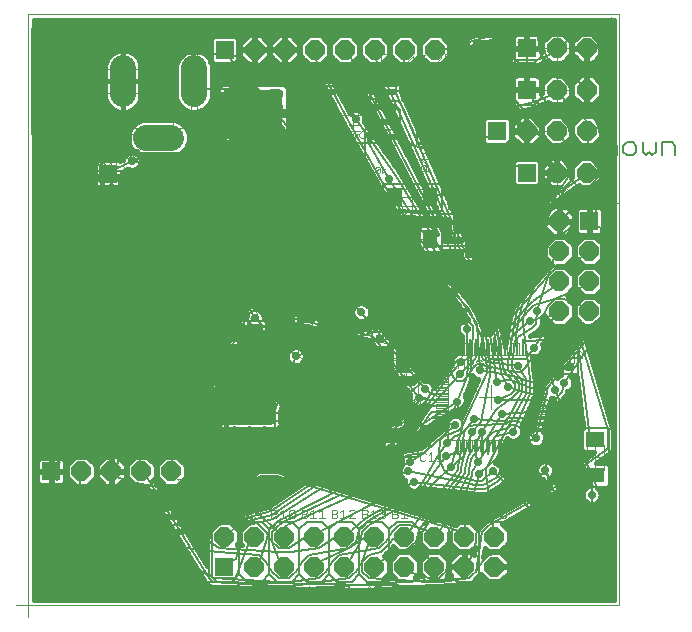
<source format=gtl>
G75*
%MOIN*%
%OFA0B0*%
%FSLAX24Y24*%
%IPPOS*%
%LPD*%
%AMOC8*
5,1,8,0,0,1.08239X$1,22.5*
%
%ADD10C,0.0000*%
%ADD11C,0.0049*%
%ADD12R,0.0580X0.0110*%
%ADD13R,0.0110X0.0580*%
%ADD14C,0.0060*%
%ADD15C,0.0040*%
%ADD16C,0.0000*%
%ADD17R,0.0866X0.0236*%
%ADD18C,0.0080*%
%ADD19C,0.0039*%
%ADD20R,0.0433X0.0193*%
%ADD21C,0.0010*%
%ADD22C,0.0020*%
%ADD23R,0.1024X0.0945*%
%ADD24R,0.0276X0.1732*%
%ADD25C,0.0030*%
%ADD26R,0.0984X0.1004*%
%ADD27R,0.0808X0.0059*%
%ADD28R,0.0866X0.0059*%
%ADD29R,0.1260X0.0157*%
%ADD30R,0.0787X0.0787*%
%ADD31C,0.0100*%
%ADD32R,0.0640X0.0165*%
%ADD33R,0.0630X0.0165*%
%ADD34R,0.1378X0.0295*%
%ADD35R,0.0197X0.0295*%
%ADD36R,0.0315X0.0315*%
%ADD37R,0.0145X0.0315*%
%ADD38R,0.0866X0.2480*%
%ADD39C,0.0079*%
%ADD40R,0.0669X0.0709*%
%ADD41R,0.0531X0.0098*%
%ADD42R,0.0827X0.0118*%
%ADD43C,0.0860*%
%ADD44R,0.0984X0.0197*%
%ADD45R,0.0197X0.1181*%
%ADD46R,0.0079X0.0984*%
%ADD47R,0.0512X0.0630*%
%ADD48R,0.0276X0.0630*%
%ADD49R,0.0276X0.0630*%
%ADD50R,0.0315X0.0145*%
%ADD51R,0.0600X0.0600*%
%ADD52OC8,0.0649*%
%ADD53R,0.0200X0.0200*%
%ADD54R,0.0630X0.0512*%
%ADD55R,0.0630X0.0276*%
%ADD56R,0.0630X0.0276*%
%ADD57R,0.0512X0.0748*%
%ADD58R,0.0320X0.0660*%
%ADD59C,0.0050*%
%ADD60R,0.0394X0.0472*%
%ADD61R,0.0157X0.0256*%
%ADD62R,0.0460X0.0630*%
%ADD63C,0.0500*%
%ADD64R,0.1969X0.1575*%
%ADD65R,0.0591X0.0591*%
%ADD66C,0.0157*%
%ADD67C,0.0197*%
%ADD68C,0.0276*%
D10*
X000500Y000500D02*
X000500Y020185D01*
X020185Y020185D01*
X020185Y000500D01*
X000500Y000500D01*
X014096Y006285D02*
X014486Y006285D01*
X014486Y006395D01*
X014096Y006395D01*
X014096Y006285D01*
X014096Y006485D02*
X014486Y006485D01*
X014486Y006595D01*
X014096Y006595D01*
X014096Y006485D01*
X014096Y006685D02*
X014486Y006685D01*
X014486Y006795D01*
X014096Y006795D01*
X014096Y006685D01*
X014096Y006875D02*
X014486Y006875D01*
X014486Y006985D01*
X014096Y006985D01*
X014096Y006875D01*
X014096Y007075D02*
X014486Y007075D01*
X014486Y007185D01*
X014096Y007185D01*
X014096Y007075D01*
X014096Y007275D02*
X014486Y007275D01*
X014486Y007385D01*
X014096Y007385D01*
X014096Y007275D01*
X014096Y007465D02*
X014486Y007465D01*
X014486Y007575D01*
X014096Y007575D01*
X014096Y007465D01*
X014096Y007665D02*
X014486Y007665D01*
X014486Y007775D01*
X014096Y007775D01*
X014096Y007665D01*
X014096Y007865D02*
X014486Y007865D01*
X014486Y007975D01*
X014096Y007975D01*
X014096Y007865D01*
X014096Y008055D02*
X014486Y008055D01*
X014486Y008165D01*
X014096Y008165D01*
X014096Y008055D01*
X014096Y008255D02*
X014486Y008255D01*
X014486Y008345D01*
X014986Y008845D01*
X015076Y008845D01*
X015076Y009235D01*
X014966Y009235D01*
X014966Y008845D01*
X014986Y008845D01*
X014876Y008845D02*
X014876Y009235D01*
X014766Y009235D01*
X014766Y008845D01*
X014876Y008845D01*
X014486Y008845D02*
X014486Y006005D01*
X017326Y006005D01*
X017326Y008845D01*
X014486Y008845D01*
X014486Y008565D02*
X014096Y008565D01*
X014096Y008455D01*
X014486Y008455D01*
X014486Y008565D01*
X014486Y008365D02*
X014096Y008365D01*
X014096Y008255D01*
X014486Y008345D02*
X014486Y008365D01*
X015166Y008845D02*
X015166Y009235D01*
X015276Y009235D01*
X015276Y008845D01*
X015166Y008845D01*
X015356Y008845D02*
X015356Y009235D01*
X015466Y009235D01*
X015466Y008845D01*
X015356Y008845D01*
X015556Y008845D02*
X015556Y009235D01*
X015666Y009235D01*
X015666Y008845D01*
X015556Y008845D01*
X015756Y008845D02*
X015756Y009235D01*
X015866Y009235D01*
X015866Y008845D01*
X015756Y008845D01*
X015946Y008845D02*
X015946Y009235D01*
X016056Y009235D01*
X016056Y008845D01*
X015946Y008845D01*
X016146Y008845D02*
X016146Y009235D01*
X016256Y009235D01*
X016256Y008845D01*
X016146Y008845D01*
X016346Y008845D02*
X016346Y009235D01*
X016456Y009235D01*
X016456Y008845D01*
X016346Y008845D01*
X016536Y008845D02*
X016536Y009235D01*
X016646Y009235D01*
X016646Y008845D01*
X016536Y008845D01*
X016736Y008845D02*
X016736Y009235D01*
X016846Y009235D01*
X016846Y008845D01*
X016736Y008845D01*
X016936Y008845D02*
X016936Y009235D01*
X017046Y009235D01*
X017046Y008845D01*
X016936Y008845D01*
X017326Y008565D02*
X017716Y008565D01*
X017716Y008455D01*
X017326Y008455D01*
X017326Y008565D01*
X017326Y008365D02*
X017716Y008365D01*
X017716Y008255D01*
X017326Y008255D01*
X017326Y008365D01*
X017326Y008165D02*
X017716Y008165D01*
X017716Y008055D01*
X017326Y008055D01*
X017326Y008165D01*
X017326Y007975D02*
X017716Y007975D01*
X017716Y007865D01*
X017326Y007865D01*
X017326Y007975D01*
X017326Y007775D02*
X017716Y007775D01*
X017716Y007665D01*
X017326Y007665D01*
X017326Y007775D01*
X017326Y007575D02*
X017716Y007575D01*
X017716Y007465D01*
X017326Y007465D01*
X017326Y007575D01*
X017326Y007385D02*
X017716Y007385D01*
X017716Y007275D01*
X017326Y007275D01*
X017326Y007385D01*
X017326Y007185D02*
X017716Y007185D01*
X017716Y007075D01*
X017326Y007075D01*
X017326Y007185D01*
X017326Y006985D02*
X017716Y006985D01*
X017716Y006875D01*
X017326Y006875D01*
X017326Y006985D01*
X017326Y006795D02*
X017716Y006795D01*
X017716Y006685D01*
X017326Y006685D01*
X017326Y006795D01*
X017326Y006595D02*
X017716Y006595D01*
X017716Y006485D01*
X017326Y006485D01*
X017326Y006595D01*
X017326Y006395D02*
X017716Y006395D01*
X017716Y006285D01*
X017326Y006285D01*
X017326Y006395D01*
X017046Y006005D02*
X017046Y005615D01*
X016936Y005615D01*
X016936Y006005D01*
X017046Y006005D01*
X016846Y006005D02*
X016846Y005615D01*
X016736Y005615D01*
X016736Y006005D01*
X016846Y006005D01*
X016646Y006005D02*
X016646Y005615D01*
X016536Y005615D01*
X016536Y006005D01*
X016646Y006005D01*
X016456Y006005D02*
X016456Y005615D01*
X016346Y005615D01*
X016346Y006005D01*
X016456Y006005D01*
X016256Y006005D02*
X016256Y005615D01*
X016146Y005615D01*
X016146Y006005D01*
X016256Y006005D01*
X016056Y006005D02*
X016056Y005615D01*
X015946Y005615D01*
X015946Y006005D01*
X016056Y006005D01*
X015866Y006005D02*
X015866Y005615D01*
X015756Y005615D01*
X015756Y006005D01*
X015866Y006005D01*
X015666Y006005D02*
X015666Y005615D01*
X015556Y005615D01*
X015556Y006005D01*
X015666Y006005D01*
X015466Y006005D02*
X015466Y005615D01*
X015356Y005615D01*
X015356Y006005D01*
X015466Y006005D01*
X015276Y006005D02*
X015276Y005615D01*
X015166Y005615D01*
X015166Y006005D01*
X015276Y006005D01*
X015076Y006005D02*
X015076Y005615D01*
X014966Y005615D01*
X014966Y006005D01*
X015076Y006005D01*
X014876Y006005D02*
X014876Y005615D01*
X014766Y005615D01*
X014766Y006005D01*
X014876Y006005D01*
D11*
X011524Y016169D02*
X011526Y016190D01*
X011532Y016210D01*
X011541Y016230D01*
X011553Y016247D01*
X011568Y016261D01*
X011586Y016273D01*
X011606Y016281D01*
X011626Y016286D01*
X011647Y016287D01*
X011668Y016284D01*
X011688Y016278D01*
X011707Y016267D01*
X011724Y016254D01*
X011737Y016238D01*
X011748Y016220D01*
X011756Y016200D01*
X011760Y016180D01*
X011760Y016158D01*
X011756Y016138D01*
X011748Y016118D01*
X011737Y016100D01*
X011724Y016084D01*
X011707Y016071D01*
X011688Y016060D01*
X011668Y016054D01*
X011647Y016051D01*
X011626Y016052D01*
X011606Y016057D01*
X011586Y016065D01*
X011568Y016077D01*
X011553Y016091D01*
X011541Y016108D01*
X011532Y016128D01*
X011526Y016148D01*
X011524Y016169D01*
D12*
X014246Y008505D03*
X014246Y008315D03*
X014246Y008115D03*
X014246Y007915D03*
X014246Y007725D03*
X014246Y007525D03*
X014246Y007325D03*
X014246Y007125D03*
X014246Y006935D03*
X014246Y006735D03*
X014246Y006535D03*
X014246Y006345D03*
X017566Y006345D03*
X017566Y006535D03*
X017566Y006735D03*
X017566Y006935D03*
X017566Y007125D03*
X017566Y007325D03*
X017566Y007525D03*
X017566Y007725D03*
X017566Y007915D03*
X017566Y008115D03*
X017566Y008315D03*
X017566Y008505D03*
D13*
X016986Y009085D03*
X016796Y009085D03*
X016596Y009085D03*
X016396Y009085D03*
X016206Y009085D03*
X016006Y009085D03*
X015806Y009085D03*
X015606Y009085D03*
X015416Y009085D03*
X015216Y009085D03*
X015016Y009085D03*
X014826Y009085D03*
X014826Y005765D03*
X015016Y005765D03*
X015216Y005765D03*
X015416Y005765D03*
X015606Y005765D03*
X015806Y005765D03*
X016006Y005765D03*
X016206Y005765D03*
X016396Y005765D03*
X016596Y005765D03*
X016796Y005765D03*
X016986Y005765D03*
D14*
X017176Y006005D02*
X017326Y006005D01*
X017326Y006155D01*
X017415Y006057D02*
X017193Y006200D01*
X016757Y006497D01*
X016569Y006497D01*
X016479Y006407D01*
X015973Y006266D01*
X015850Y006142D01*
X015806Y006078D01*
X015806Y006055D01*
X015806Y006025D01*
X015806Y005765D01*
X016006Y005765D02*
X016006Y006025D01*
X016006Y006055D01*
X016006Y006078D01*
X016038Y006110D01*
X016113Y006145D01*
X016663Y006270D01*
X017174Y007449D01*
X017206Y007527D01*
X017206Y008023D01*
X016977Y009862D01*
X016977Y010051D01*
X017807Y012453D01*
X017859Y012506D01*
X018035Y012682D01*
X018358Y012901D01*
X018534Y013077D01*
X018587Y013130D01*
X018807Y013629D01*
X019617Y014702D01*
X019617Y014876D01*
X019617Y015125D01*
X018720Y016138D01*
X018621Y016511D01*
X018321Y017415D01*
X018294Y017441D01*
X018273Y017462D01*
X018106Y017677D01*
X017891Y017510D01*
X017870Y017489D01*
X017844Y017463D01*
X017444Y017287D01*
X014238Y016404D01*
X014201Y016404D01*
X014171Y016404D01*
X013886Y016239D01*
X014163Y015892D02*
X014238Y015892D01*
X015773Y016089D01*
X015810Y016089D01*
X015840Y016089D01*
X016110Y016299D01*
X015610Y016049D02*
X015860Y015799D01*
X016360Y015799D01*
X016610Y016049D01*
X016860Y015799D01*
X017360Y015799D01*
X017610Y016049D01*
X017610Y016549D01*
X017360Y016799D01*
X016860Y016799D01*
X016610Y016549D01*
X016610Y016049D01*
X017110Y016029D02*
X017110Y016299D01*
X017380Y016299D01*
X017410Y016299D01*
X017448Y016265D01*
X017500Y016212D01*
X017660Y016003D01*
X017707Y015939D01*
X017794Y015820D01*
X017958Y015596D01*
X018039Y015484D01*
X018106Y015213D01*
X018106Y015183D01*
X018106Y014913D01*
X018496Y014826D02*
X018496Y014752D01*
X017686Y013503D01*
X016736Y010151D01*
X016483Y008621D01*
X016483Y008332D01*
X016846Y007919D01*
X016846Y007631D01*
X016642Y007427D01*
X016235Y007117D01*
X016191Y007102D01*
X016058Y006968D01*
X015614Y006256D01*
X015136Y005420D01*
X015049Y005042D01*
X015049Y004889D01*
X013633Y002933D01*
X013633Y002685D01*
X013633Y002610D01*
X013836Y002008D01*
X013857Y001987D01*
X014024Y001772D01*
X014361Y001557D02*
X014414Y001610D01*
X014633Y002933D01*
X015288Y004835D01*
X015288Y004942D01*
X015484Y005276D01*
X016514Y006779D01*
X016966Y007581D01*
X016966Y007969D01*
X016603Y008382D01*
X016603Y008571D01*
X016857Y010101D01*
X017807Y013453D01*
X018617Y014702D01*
X018617Y014876D01*
X018617Y015125D01*
X018325Y016037D01*
X018298Y016063D01*
X018277Y016084D01*
X018110Y016299D01*
X018325Y016637D02*
X018272Y016689D01*
X017369Y017287D01*
X017316Y017340D01*
X017316Y017377D01*
X017316Y017407D01*
X017106Y017677D01*
X017108Y017947D01*
X017108Y017977D01*
X017108Y018759D01*
X017108Y018789D01*
X017110Y019059D01*
X016840Y019059D01*
X016810Y019059D01*
X016581Y019059D01*
X016610Y018809D02*
X016860Y018559D01*
X017360Y018559D01*
X017610Y018809D01*
X017860Y018559D01*
X018360Y018559D01*
X018610Y018809D01*
X018860Y018559D01*
X019360Y018559D01*
X019610Y018809D01*
X019610Y019309D01*
X019360Y019559D01*
X018860Y019559D01*
X018610Y019309D01*
X018610Y018809D01*
X018610Y019309D02*
X018360Y019559D01*
X017860Y019559D01*
X017610Y019309D01*
X017610Y018809D01*
X017600Y018848D02*
X017500Y019396D01*
X017448Y019449D01*
X016848Y019449D01*
X016773Y019449D01*
X016720Y019396D01*
X016716Y018015D01*
X016716Y017505D01*
X016716Y017430D01*
X016716Y017340D01*
X016727Y017330D01*
X017500Y016461D01*
X017720Y016138D01*
X018496Y015075D01*
X018496Y014826D01*
X018606Y014663D02*
X018856Y014413D01*
X019356Y014413D01*
X019606Y014663D01*
X019606Y015163D01*
X019356Y015413D01*
X018856Y015413D01*
X018606Y015163D01*
X018606Y014663D01*
X018356Y014413D01*
X017856Y014413D01*
X017606Y014663D01*
X017356Y014413D01*
X016856Y014413D01*
X016606Y014663D01*
X016606Y015163D01*
X016856Y015413D01*
X017356Y015413D01*
X017606Y015163D01*
X017856Y015413D01*
X018356Y015413D01*
X018606Y015163D01*
X018505Y015491D02*
X018505Y015918D01*
X018826Y015918D01*
X018932Y015811D01*
X018932Y015491D01*
X018932Y015811D01*
X018826Y015918D01*
X018505Y015918D01*
X018505Y015491D01*
X018288Y015491D02*
X018288Y015918D01*
X018288Y015491D01*
X017967Y015491D01*
X017861Y015597D01*
X017861Y015918D01*
X017861Y015597D01*
X017967Y015491D01*
X018288Y015491D01*
X018360Y015799D02*
X017860Y015799D01*
X017610Y016049D01*
X017110Y016029D02*
X017110Y015999D01*
X017110Y015987D01*
X017110Y016299D02*
X017110Y016569D01*
X017110Y016599D01*
X016993Y016830D01*
X016607Y017280D01*
X016597Y017290D01*
X016596Y017380D01*
X016596Y017554D01*
X016596Y018064D01*
X016600Y019446D01*
X016723Y019569D01*
X016897Y019569D01*
X017497Y019569D01*
X017621Y019446D01*
X017720Y018897D01*
X017912Y018491D01*
X017856Y018177D02*
X018356Y018177D01*
X018606Y017927D01*
X018856Y018177D01*
X019356Y018177D01*
X019606Y017927D01*
X019606Y017427D01*
X019356Y017177D01*
X018856Y017177D01*
X018606Y017427D01*
X018356Y017177D01*
X017856Y017177D01*
X017606Y017427D01*
X017356Y017177D01*
X016856Y017177D01*
X016606Y017427D01*
X016606Y017927D01*
X016856Y018177D01*
X017356Y018177D01*
X017606Y017927D01*
X017856Y018177D01*
X017770Y018183D02*
X017869Y018084D01*
X018268Y018067D01*
X018321Y018015D01*
X018496Y017839D01*
X019076Y016637D01*
X019076Y016599D01*
X019076Y016569D01*
X019110Y016299D01*
X019150Y016131D02*
X019150Y015491D01*
X019150Y016131D01*
X019470Y015918D02*
X019150Y015704D01*
X019470Y015491D01*
X019150Y015704D01*
X019470Y015918D01*
X019360Y015799D02*
X019610Y016049D01*
X019610Y016549D01*
X019360Y016799D01*
X018860Y016799D01*
X018610Y016549D01*
X018610Y016049D01*
X018860Y015799D01*
X019360Y015799D01*
X019687Y015918D02*
X019687Y015491D01*
X019687Y015918D01*
X020007Y015918D01*
X020114Y015811D01*
X020114Y015491D01*
X020114Y015811D01*
X020007Y015918D01*
X019687Y015918D01*
X019500Y016461D02*
X019140Y017340D01*
X019140Y017377D01*
X019140Y017407D01*
X019106Y017677D01*
X018915Y017868D01*
X018894Y017889D01*
X018732Y018051D01*
X018606Y017927D02*
X018606Y017427D01*
X018360Y016799D02*
X017860Y016799D01*
X017610Y016549D01*
X018325Y016637D02*
X018500Y016461D01*
X018600Y016088D01*
X019496Y015075D01*
X019496Y014826D01*
X019496Y014752D01*
X018409Y013503D01*
X018388Y013482D01*
X018197Y013291D01*
X017386Y013297D02*
X017333Y013244D01*
X015498Y012457D01*
X015461Y012457D01*
X015431Y012457D01*
X015264Y012311D01*
X015097Y012457D01*
X015067Y012457D01*
X015030Y012457D01*
X014189Y012480D01*
X014151Y012480D01*
X014121Y012480D01*
X013895Y012705D01*
X012695Y012705D02*
X012469Y012930D01*
X012439Y012930D01*
X012402Y012930D01*
X011094Y013504D01*
X010552Y013110D01*
X010499Y013057D01*
X010499Y013020D01*
X010499Y012990D01*
X010333Y012705D01*
X011094Y013504D02*
X011067Y013681D01*
X010890Y015655D01*
X010826Y016244D01*
X010774Y016297D01*
X009833Y016380D01*
X009780Y016433D01*
X009780Y016508D01*
X009780Y016744D01*
X009780Y017008D01*
X009833Y017060D01*
X009870Y017060D01*
X009900Y017060D01*
X010303Y017089D01*
X010303Y016589D02*
X010706Y016561D01*
X010736Y016561D01*
X010774Y016561D01*
X010826Y016508D01*
X010947Y016294D01*
X011010Y015705D01*
X011187Y013730D01*
X011240Y013678D01*
X016150Y013476D01*
X016283Y013342D01*
X016291Y013297D01*
X016344Y013244D01*
X016659Y013244D01*
X016733Y013244D01*
X016786Y013297D01*
X016891Y013687D01*
X016944Y013740D01*
X017018Y013740D01*
X017243Y013740D01*
X017333Y013739D01*
X017386Y013687D01*
X017386Y013673D01*
X018844Y014699D01*
X018870Y014725D01*
X018891Y014747D01*
X019106Y014913D01*
X019737Y014926D02*
X019737Y014652D01*
X019407Y013629D01*
X019407Y013591D01*
X019407Y013561D01*
X019197Y013291D01*
X019467Y013081D01*
X019497Y013081D01*
X019534Y013081D01*
X019587Y013029D01*
X019587Y012453D01*
X019587Y010204D01*
X019587Y010130D01*
X019534Y010077D01*
X019358Y009901D01*
X018958Y009676D01*
X018893Y009676D01*
X018878Y009691D01*
X018804Y009400D02*
X018489Y009400D01*
X018314Y009400D01*
X017248Y009307D01*
X017078Y009285D01*
X017041Y009285D01*
X017011Y009285D01*
X016986Y009085D01*
X016796Y009085D02*
X016796Y009345D01*
X016796Y009375D01*
X016796Y009398D01*
X016828Y009430D01*
X017299Y009729D01*
X017433Y009862D01*
X017457Y010283D01*
X017807Y011453D01*
X016050Y009462D01*
X016006Y009398D01*
X016006Y009375D01*
X016006Y009345D01*
X016006Y009085D01*
X016206Y009085D02*
X016206Y009345D01*
X016206Y009375D01*
X016206Y009398D01*
X016240Y009462D01*
X017109Y010428D01*
X017312Y010632D01*
X017934Y011077D01*
X017961Y011103D01*
X017982Y011125D01*
X018197Y011291D01*
X017859Y011506D02*
X017807Y011453D01*
X018009Y012055D01*
X018030Y012076D01*
X018197Y012291D01*
X018035Y011682D02*
X017859Y011506D01*
X018035Y011682D02*
X018960Y012103D01*
X018982Y012125D01*
X019197Y012291D01*
X019197Y011291D02*
X018982Y011125D01*
X018960Y011103D01*
X018035Y010682D01*
X017362Y010511D01*
X017229Y010378D01*
X016440Y009462D01*
X016396Y009398D01*
X016396Y009375D01*
X016396Y009345D01*
X016396Y009085D01*
X016596Y009085D02*
X016596Y009345D01*
X016596Y009375D01*
X016596Y009398D01*
X016640Y009462D01*
X016763Y009586D01*
X017205Y009957D01*
X017551Y010055D01*
X017685Y010189D01*
X017807Y010453D01*
X017859Y010506D01*
X018035Y010682D01*
X018110Y010682D01*
X018358Y010682D01*
X018960Y010479D01*
X018982Y010458D01*
X019197Y010291D01*
X019707Y010080D02*
X017827Y007772D01*
X017415Y006057D01*
X017306Y006345D02*
X017566Y006345D01*
X017566Y006535D02*
X017826Y006535D01*
X017856Y006535D01*
X017878Y006535D01*
X017911Y006503D01*
X017946Y006438D01*
X017946Y006328D01*
X017946Y006253D01*
X017720Y004984D01*
X018382Y003396D01*
X018382Y002805D01*
X018382Y002730D01*
X018329Y002678D01*
X015862Y002162D01*
X015686Y001986D01*
X015633Y001933D01*
X015414Y001610D01*
X015361Y001557D01*
X015185Y001381D01*
X014235Y001261D01*
X014061Y001261D01*
X013812Y001261D01*
X011862Y001381D01*
X011809Y001434D01*
X011633Y001610D01*
X011633Y001685D01*
X011633Y001933D01*
X011809Y002509D01*
X011836Y002535D01*
X011857Y002557D01*
X012024Y002772D01*
X011754Y002737D01*
X011724Y002737D01*
X011686Y002737D01*
X011185Y002381D01*
X011361Y002557D01*
X011414Y002610D01*
X011513Y002983D01*
X011636Y003106D01*
X011812Y003282D01*
X013493Y004252D01*
X013697Y004456D01*
X014421Y005451D01*
X014733Y005565D01*
X014771Y005565D01*
X014801Y005565D01*
X014826Y005765D01*
X015016Y005765D02*
X015016Y005505D01*
X015016Y005475D01*
X015016Y005452D01*
X014983Y005420D01*
X014582Y005082D01*
X013543Y004132D01*
X011862Y003162D01*
X011686Y002986D01*
X011633Y002933D01*
X011534Y002560D01*
X011211Y002008D01*
X011190Y001987D01*
X011024Y001772D01*
X010686Y001986D02*
X010862Y002162D01*
X012185Y002381D01*
X012361Y002557D01*
X012414Y002610D01*
X012633Y002933D01*
X012686Y002986D01*
X012862Y003162D01*
X012937Y003162D01*
X013185Y003162D01*
X013761Y002986D01*
X013787Y002960D01*
X013809Y002938D01*
X014024Y002772D01*
X014190Y002987D01*
X014212Y003008D01*
X014238Y003034D01*
X015155Y004825D01*
X015169Y004859D01*
X015169Y004992D01*
X015256Y005370D01*
X015842Y006161D01*
X016286Y006874D01*
X017253Y006935D01*
X017276Y006935D01*
X017306Y006935D01*
X017566Y006935D01*
X017566Y007125D02*
X017826Y007125D01*
X017856Y007125D01*
X017878Y007125D01*
X017911Y007157D01*
X018283Y007583D01*
X018357Y007895D01*
X019827Y010030D01*
X019977Y014569D01*
X019977Y015010D01*
X019977Y015258D01*
X019621Y019270D01*
X019445Y019446D01*
X019322Y019569D01*
X017547Y019690D01*
X016947Y019690D01*
X016673Y019690D01*
X014377Y019038D01*
X014339Y019038D01*
X014309Y019038D01*
X014039Y019004D01*
X013789Y019504D02*
X013539Y019254D01*
X013539Y018754D01*
X013789Y018504D01*
X014289Y018504D01*
X014539Y018754D01*
X014539Y019254D01*
X014289Y019504D01*
X013789Y019504D01*
X013539Y019254D02*
X013289Y019504D01*
X012789Y019504D01*
X012539Y019254D01*
X012539Y018754D01*
X012789Y018504D01*
X013289Y018504D01*
X013539Y018754D01*
X013005Y018734D02*
X013005Y018704D01*
X013005Y018667D01*
X012752Y017756D01*
X012752Y017567D01*
X014052Y014575D01*
X015985Y010175D01*
X016054Y010008D01*
X016362Y008282D01*
X016725Y007869D01*
X016725Y007680D01*
X016592Y007547D01*
X016141Y007345D01*
X017253Y007325D01*
X017276Y007325D01*
X017306Y007325D01*
X017566Y007325D01*
X017566Y007525D02*
X017306Y007525D01*
X017276Y007525D01*
X017253Y007525D01*
X016497Y007775D01*
X016256Y008219D01*
X016242Y008252D01*
X015934Y009984D01*
X015883Y010107D01*
X012073Y018667D01*
X012073Y018704D01*
X012073Y018734D01*
X012039Y019004D01*
X011539Y019254D02*
X011789Y019504D01*
X012289Y019504D01*
X012539Y019254D01*
X012539Y018754D02*
X012289Y018504D01*
X011789Y018504D01*
X011539Y018754D01*
X011289Y018504D01*
X010789Y018504D01*
X010539Y018754D01*
X010289Y018504D01*
X009789Y018504D01*
X009539Y018754D01*
X009289Y018504D01*
X008789Y018504D01*
X008539Y018754D01*
X008289Y018504D01*
X007789Y018504D01*
X007539Y018754D01*
X007289Y018504D01*
X006789Y018504D01*
X006539Y018754D01*
X006539Y019254D01*
X006789Y019504D01*
X007289Y019504D01*
X007539Y019254D01*
X007789Y019504D01*
X008289Y019504D01*
X008539Y019254D01*
X008539Y018754D01*
X008539Y019254D02*
X008789Y019504D01*
X009289Y019504D01*
X009539Y019254D01*
X009789Y019504D01*
X010289Y019504D01*
X010539Y019254D01*
X010789Y019504D01*
X011289Y019504D01*
X011539Y019254D01*
X011539Y018754D01*
X011254Y018741D02*
X015781Y010039D01*
X015814Y009960D01*
X016120Y007929D01*
X016403Y008003D01*
X016592Y008003D01*
X017253Y007725D01*
X017276Y007725D01*
X017306Y007725D01*
X017566Y007725D01*
X017566Y007915D02*
X017306Y007915D01*
X017276Y007915D01*
X017253Y007915D01*
X016642Y008123D01*
X015539Y008319D01*
X015453Y009857D01*
X012292Y014610D01*
X011174Y016606D01*
X010073Y018667D01*
X010073Y018704D01*
X010073Y018734D01*
X010039Y019004D01*
X009539Y019254D02*
X009539Y018754D01*
X009039Y018734D02*
X009039Y018704D01*
X009039Y018639D01*
X009039Y018734D02*
X009039Y019004D01*
X008039Y019004D02*
X008039Y018734D01*
X008039Y018704D01*
X008039Y018639D01*
X007539Y018754D02*
X007539Y019254D01*
X007377Y018794D02*
X009512Y017828D01*
X010774Y017797D01*
X011880Y017380D01*
X012821Y017297D01*
X012874Y017244D01*
X012994Y017058D01*
X013481Y015945D01*
X013534Y015892D01*
X014163Y015892D01*
X013484Y015772D02*
X012821Y016061D01*
X012783Y016061D01*
X012753Y016061D01*
X012350Y016089D01*
X012350Y016589D02*
X011947Y016561D01*
X011917Y016561D01*
X011880Y016561D01*
X011827Y016508D01*
X011707Y016294D01*
X011699Y014435D01*
X011699Y014398D01*
X011699Y014368D01*
X011533Y014083D01*
X011759Y014083D01*
X011789Y014083D01*
X012439Y014083D01*
X012469Y014083D01*
X012695Y014083D01*
X012520Y014705D02*
X015573Y009907D01*
X015767Y008413D01*
X015767Y008224D01*
X015126Y006803D01*
X014955Y006416D01*
X014824Y006285D01*
X014683Y006266D01*
X014573Y006200D01*
X014365Y006132D01*
X014232Y005998D01*
X014193Y005546D01*
X014193Y005357D01*
X014354Y004988D01*
X014488Y004854D01*
X015421Y004620D01*
X015610Y004620D01*
X015972Y004953D01*
X017663Y003268D01*
X017701Y003268D01*
X017731Y003268D01*
X017996Y003063D01*
X017801Y004258D02*
X019045Y005167D01*
X019750Y005675D01*
X019803Y005728D01*
X019803Y005803D01*
X019803Y006315D01*
X018927Y009277D01*
X018804Y009400D01*
X018754Y009280D02*
X018439Y009280D01*
X018364Y009280D01*
X017238Y008650D01*
X017185Y008598D01*
X017059Y008382D01*
X016925Y008248D01*
X016736Y008248D01*
X015724Y008465D01*
X015634Y008547D01*
X015445Y008547D01*
X015311Y008413D01*
X015102Y008095D01*
X014968Y007962D01*
X014780Y007962D01*
X014646Y008095D01*
X014626Y008208D01*
X014591Y008283D01*
X014558Y008315D01*
X014536Y008315D01*
X014506Y008315D01*
X014246Y008315D01*
X014246Y008505D02*
X014046Y008530D01*
X014046Y008560D01*
X014046Y008598D01*
X013993Y008650D01*
X013003Y009606D01*
X012088Y009606D01*
X012013Y009606D01*
X009413Y008795D01*
X008721Y007000D01*
X008721Y006436D01*
X008721Y006406D01*
X007980Y005649D01*
X008209Y004788D02*
X008284Y004788D01*
X008784Y004788D01*
X014185Y003162D01*
X014761Y002986D01*
X014787Y002960D01*
X014809Y002938D01*
X015024Y002772D01*
X015058Y003042D01*
X015058Y003072D01*
X015058Y003109D01*
X015516Y004848D01*
X015878Y005181D01*
X016173Y005420D01*
X016206Y005452D01*
X016206Y005475D01*
X016206Y005505D01*
X016206Y005765D01*
X016396Y005765D02*
X016396Y005505D01*
X016396Y005475D01*
X016396Y005452D01*
X016200Y004858D01*
X016067Y004725D01*
X015660Y004500D01*
X015372Y004500D01*
X013165Y004949D01*
X009111Y003162D01*
X009058Y003109D01*
X009058Y003072D01*
X009058Y003042D01*
X009024Y002772D01*
X008809Y002938D01*
X008787Y002960D01*
X008761Y002986D01*
X007709Y003948D01*
X007656Y004001D01*
X007656Y004038D01*
X007656Y004068D01*
X007587Y004368D01*
X008087Y004368D02*
X008156Y004668D01*
X008156Y004698D01*
X008156Y004735D01*
X008209Y004788D01*
X008587Y004368D02*
X008517Y004068D01*
X008517Y004038D01*
X008517Y004001D01*
X008472Y003843D01*
X008567Y003615D02*
X013655Y007043D01*
X013859Y007247D01*
X014646Y008284D01*
X014906Y008598D01*
X015183Y008740D01*
X015216Y008772D01*
X015216Y008795D01*
X015216Y008825D01*
X015216Y009085D01*
X015416Y009085D02*
X015416Y008825D01*
X015416Y008795D01*
X015416Y008772D01*
X015371Y008708D01*
X014874Y008190D01*
X013979Y007198D01*
X013705Y006923D01*
X008617Y003494D01*
X007812Y003282D01*
X007286Y002986D01*
X007260Y002960D01*
X007239Y002938D01*
X007024Y002772D01*
X006686Y002986D02*
X006862Y003162D01*
X007762Y003402D01*
X008567Y003615D01*
X008666Y003374D02*
X014788Y007279D01*
X015102Y008095D01*
X015134Y008504D01*
X015134Y008693D01*
X015105Y009713D01*
X015067Y010305D01*
X015015Y010358D01*
X013924Y010658D01*
X013714Y010838D01*
X013676Y010838D01*
X013646Y010838D01*
X013519Y010906D01*
X013391Y010919D01*
X013361Y010919D01*
X012576Y010919D01*
X012546Y010919D01*
X012320Y010933D01*
X012614Y011338D02*
X014314Y011153D01*
X014567Y011019D01*
X014700Y010886D01*
X015188Y010355D01*
X015606Y009398D01*
X015606Y009375D01*
X015606Y009345D01*
X015606Y009085D01*
X015606Y008825D01*
X015606Y008795D01*
X015606Y008772D01*
X015650Y008708D01*
X015773Y008585D01*
X016831Y008476D01*
X017072Y008033D01*
X017086Y007999D01*
X017086Y007551D01*
X017072Y007517D01*
X016435Y006365D01*
X015744Y005047D01*
X015744Y004858D01*
X015990Y003109D01*
X015990Y003072D01*
X015990Y003042D01*
X016024Y002772D01*
X015686Y002986D02*
X015862Y003162D01*
X017801Y004258D01*
X017751Y004378D02*
X017804Y004431D01*
X018121Y004870D01*
X017751Y004378D02*
X017676Y004378D01*
X017361Y004378D01*
X017151Y004559D01*
X017113Y004568D01*
X017083Y004568D01*
X016956Y004626D01*
X016898Y004499D01*
X016898Y004469D01*
X016848Y004518D01*
X016321Y004809D02*
X016596Y005452D01*
X016596Y005475D01*
X016596Y005505D01*
X016596Y005765D01*
X017253Y006345D02*
X017276Y006345D01*
X017306Y006345D01*
X017253Y006345D02*
X016806Y006617D01*
X016519Y006617D01*
X016429Y006527D01*
X015448Y006482D01*
X015183Y006478D01*
X014873Y006168D01*
X014733Y006145D01*
X014460Y005904D01*
X014193Y005546D01*
X013577Y004506D01*
X013443Y004372D01*
X011762Y003402D01*
X011286Y002986D01*
X011260Y002960D01*
X011239Y002938D01*
X011024Y002772D01*
X010754Y002737D01*
X010724Y002737D01*
X010686Y002737D01*
X010185Y002381D01*
X009235Y002261D01*
X009061Y002261D01*
X008812Y002261D01*
X006862Y002381D01*
X005734Y003124D01*
X004793Y003207D01*
X003687Y003387D01*
X003650Y003387D01*
X003620Y003387D01*
X003217Y003415D01*
X003217Y002915D02*
X002813Y002887D01*
X002783Y002887D01*
X002746Y002887D01*
X001329Y002411D01*
X001276Y002359D01*
X001276Y001847D01*
X001276Y001772D01*
X001329Y001719D01*
X006636Y001261D01*
X008762Y001141D01*
X009011Y001141D01*
X009285Y001141D01*
X010235Y001261D01*
X011185Y001381D01*
X011361Y001557D01*
X011414Y001610D01*
X011633Y001933D01*
X011686Y001986D01*
X011862Y002162D01*
X012235Y002261D01*
X012411Y002437D01*
X012534Y002560D01*
X012634Y002685D01*
X012686Y002737D01*
X012724Y002737D01*
X012754Y002737D01*
X013024Y002772D01*
X013190Y002987D01*
X013212Y003008D01*
X013238Y003034D01*
X014809Y004988D01*
X014809Y005096D01*
X015053Y006348D01*
X015072Y006367D01*
X015354Y006709D01*
X016192Y006647D01*
X016380Y006647D01*
X016470Y006737D01*
X016856Y006737D01*
X017253Y006735D01*
X017276Y006735D01*
X017306Y006735D01*
X017566Y006735D01*
X018055Y007677D02*
X019504Y004260D01*
X019866Y003396D01*
X019866Y001427D01*
X019866Y001352D01*
X019813Y001300D01*
X014285Y001141D01*
X014011Y001141D01*
X013762Y001141D01*
X006636Y001261D01*
X006513Y001384D01*
X004470Y004690D01*
X004444Y004717D01*
X004423Y004738D01*
X004256Y004953D01*
X004222Y005223D01*
X004222Y005253D01*
X004222Y005290D01*
X004214Y005620D01*
X004214Y005657D01*
X004214Y005687D01*
X004146Y005815D01*
X003546Y005815D02*
X003479Y005687D01*
X003479Y005657D01*
X003479Y005620D01*
X003470Y005216D01*
X003444Y005189D01*
X003423Y005168D01*
X003256Y004953D01*
X003256Y004683D01*
X003256Y004653D01*
X003256Y004588D01*
X003471Y004786D02*
X003256Y004953D01*
X003256Y005223D01*
X003256Y005253D01*
X003256Y005318D01*
X003256Y004953D02*
X003526Y004987D01*
X003471Y004786D02*
X003492Y004765D01*
X003519Y004738D01*
X004094Y004563D01*
X005513Y004291D01*
X005723Y004111D01*
X005761Y004111D01*
X005791Y004111D01*
X005918Y004043D01*
X005318Y004043D02*
X005291Y003916D01*
X005291Y003886D01*
X005291Y003533D01*
X005291Y003503D01*
X005264Y003415D01*
X005264Y002915D02*
X004861Y002887D01*
X004831Y002887D01*
X004793Y002887D01*
X003687Y002443D01*
X003650Y002443D01*
X003620Y002443D01*
X003217Y002415D01*
X002813Y002387D01*
X002783Y002387D01*
X002746Y002387D01*
X002033Y002231D01*
X001996Y002231D01*
X001966Y002231D01*
X001681Y002065D01*
X001156Y001897D02*
X001156Y001722D01*
X001279Y001599D01*
X006587Y001141D01*
X008713Y001021D01*
X008961Y001021D01*
X009335Y001021D01*
X015185Y001381D01*
X015361Y001557D01*
X015414Y001610D01*
X015633Y002933D01*
X015686Y002986D01*
X015524Y003022D02*
X015774Y003272D01*
X016274Y003272D01*
X016524Y003022D01*
X016524Y001522D01*
X016274Y001272D01*
X015774Y001272D01*
X015524Y001522D01*
X015524Y003022D01*
X015274Y003272D01*
X014774Y003272D01*
X014524Y003022D01*
X014524Y001522D01*
X014274Y001272D01*
X013774Y001272D01*
X013524Y001522D01*
X013524Y003022D01*
X013774Y003272D01*
X014274Y003272D01*
X014524Y003022D01*
X015439Y003171D02*
X015414Y002610D01*
X015211Y002008D01*
X015190Y001987D01*
X015024Y001772D01*
X015524Y001522D02*
X015274Y001272D01*
X014774Y001272D01*
X014524Y001522D01*
X014361Y001557D02*
X014185Y001381D01*
X014111Y001381D01*
X013862Y001381D01*
X013286Y001557D01*
X013260Y001584D01*
X013239Y001605D01*
X013024Y001772D01*
X013524Y001522D02*
X013274Y001272D01*
X012774Y001272D01*
X012524Y001522D01*
X012524Y003022D01*
X012774Y003272D01*
X013274Y003272D01*
X013524Y003022D01*
X013513Y002983D02*
X013414Y002610D01*
X013361Y002557D01*
X013185Y002381D01*
X012260Y001960D01*
X012239Y001938D01*
X012024Y001772D01*
X012274Y001272D02*
X012524Y001522D01*
X012274Y001272D02*
X011774Y001272D01*
X011524Y001522D01*
X011524Y003022D01*
X011774Y003272D01*
X012274Y003272D01*
X012524Y003022D01*
X013513Y002983D02*
X014929Y004938D01*
X014929Y005072D01*
X015016Y005470D01*
X015276Y006256D01*
X015582Y006614D01*
X015888Y008175D01*
X015888Y008463D01*
X015693Y009936D01*
X015679Y009970D01*
X012748Y014799D01*
X011402Y016701D01*
X010826Y017508D01*
X010774Y017561D01*
X010736Y017561D01*
X010706Y017561D01*
X010303Y017589D01*
X010539Y018754D02*
X010539Y019254D01*
X011039Y019004D02*
X011206Y018789D01*
X011227Y018768D01*
X011254Y018741D01*
X012350Y017589D02*
X012753Y017616D01*
X012783Y017616D01*
X012821Y017616D01*
X012980Y017661D01*
X012821Y017061D02*
X012874Y017008D01*
X012874Y016508D01*
X012874Y016433D01*
X012821Y016380D01*
X011880Y016297D01*
X011827Y016244D01*
X011827Y016008D01*
X011827Y015933D01*
X012520Y014705D01*
X013484Y015772D02*
X015301Y015590D01*
X015354Y015537D01*
X015476Y015272D01*
X015354Y015094D01*
X015354Y014990D01*
X015174Y014750D01*
X014960Y014203D01*
X014907Y014150D01*
X014151Y014150D01*
X014121Y014150D01*
X013895Y014083D01*
X014280Y014669D02*
X014439Y014623D01*
X014476Y014623D01*
X014506Y014623D01*
X014673Y014476D01*
X015234Y015118D02*
X015067Y015264D01*
X015234Y015118D02*
X015264Y015118D01*
X015301Y015118D01*
X015354Y015094D01*
X015476Y015272D02*
X016360Y015205D01*
X016413Y015152D01*
X016413Y015138D01*
X016769Y015123D01*
X016806Y015123D01*
X016836Y015123D01*
X017106Y014913D01*
X017606Y015163D02*
X017606Y014663D01*
X017386Y013673D02*
X017386Y013581D01*
X017386Y013506D01*
X017386Y013413D01*
X017333Y013425D01*
X017296Y013425D01*
X017266Y013425D01*
X017139Y013492D01*
X017386Y013413D02*
X017386Y013372D01*
X017386Y013297D01*
X016539Y013492D02*
X016471Y013620D01*
X016471Y013650D01*
X016471Y013687D01*
X016394Y013850D01*
X016233Y014163D01*
X016233Y014200D01*
X016233Y014230D01*
X016165Y014357D01*
X016165Y014957D02*
X016293Y015025D01*
X016323Y015025D01*
X016360Y015025D01*
X016413Y015078D01*
X016413Y015138D01*
X015610Y016049D02*
X015610Y016549D01*
X015860Y016799D01*
X016360Y016799D01*
X016610Y016549D01*
X016578Y017677D02*
X016806Y017677D01*
X016836Y017677D01*
X017106Y017677D01*
X017606Y017927D02*
X017606Y017427D01*
X018360Y016799D02*
X018610Y016549D01*
X018610Y016049D02*
X018360Y015799D01*
X019500Y016461D02*
X019737Y015175D01*
X019737Y014926D01*
X019857Y014976D02*
X019857Y014602D01*
X019707Y010080D01*
X018807Y009227D02*
X018754Y009280D01*
X018807Y009227D02*
X019173Y006315D01*
X019173Y006277D01*
X019173Y006247D01*
X019398Y006021D01*
X019398Y004821D02*
X019276Y004595D01*
X019276Y004565D01*
X019276Y004165D01*
X019276Y003358D01*
X019276Y003328D01*
X019480Y003063D01*
X019257Y001909D02*
X019185Y001890D01*
X019215Y001890D01*
X019480Y001685D01*
X019471Y001694D01*
X018005Y001694D02*
X017996Y001685D01*
X017731Y001890D01*
X017701Y001890D01*
X017772Y001909D01*
X016389Y001772D02*
X016324Y001772D01*
X016294Y001772D01*
X016024Y001772D01*
X015710Y004380D02*
X015322Y004380D01*
X013349Y004600D01*
X010260Y002960D01*
X010239Y002938D01*
X010024Y002772D01*
X009754Y002737D01*
X009724Y002737D01*
X009686Y002737D01*
X009185Y002381D01*
X009111Y002381D01*
X008862Y002381D01*
X008809Y002434D01*
X008633Y002610D01*
X008633Y002685D01*
X008633Y002933D01*
X008686Y002986D01*
X008862Y003162D01*
X009061Y003282D01*
X013232Y005280D01*
X013669Y005567D01*
X013803Y005701D01*
X014046Y006253D01*
X014046Y006290D01*
X014046Y006320D01*
X014246Y006345D01*
X014246Y006535D02*
X014506Y006535D01*
X014536Y006535D01*
X014558Y006535D01*
X014732Y006508D01*
X013669Y005567D01*
X013138Y005508D01*
X009011Y003402D01*
X008812Y003282D01*
X008636Y003106D01*
X008513Y002983D01*
X008414Y002610D01*
X008211Y002008D01*
X008190Y001987D01*
X008024Y001772D01*
X008238Y002109D02*
X008414Y001933D01*
X008633Y001610D01*
X008809Y001434D01*
X008862Y001381D01*
X009111Y001381D01*
X009185Y001381D01*
X009361Y001557D01*
X009414Y001610D01*
X009633Y001933D01*
X009686Y001986D01*
X009862Y002162D01*
X011185Y002381D01*
X010260Y001960D01*
X010239Y001938D01*
X010024Y001772D01*
X010361Y001557D02*
X010414Y001610D01*
X010633Y001933D01*
X010686Y001986D01*
X010524Y001522D02*
X010524Y003022D01*
X010774Y003272D01*
X011274Y003272D01*
X011524Y003022D01*
X010524Y003022D02*
X010274Y003272D01*
X009774Y003272D01*
X009524Y003022D01*
X009524Y001522D01*
X009774Y001272D01*
X010274Y001272D01*
X010524Y001522D01*
X010774Y001272D01*
X011274Y001272D01*
X011524Y001522D01*
X010361Y001557D02*
X010185Y001381D01*
X009235Y001261D01*
X009061Y001261D01*
X008812Y001261D01*
X006686Y001381D01*
X006633Y001434D01*
X006633Y001509D01*
X006633Y002933D01*
X006686Y002986D01*
X006524Y003022D02*
X006774Y003272D01*
X007274Y003272D01*
X007524Y003022D01*
X007524Y001522D01*
X007774Y001272D01*
X008274Y001272D01*
X008524Y001522D01*
X008524Y003022D01*
X008774Y003272D01*
X009274Y003272D01*
X009524Y003022D01*
X008666Y003374D02*
X007862Y003162D01*
X007686Y002986D01*
X007633Y002933D01*
X007414Y002034D01*
X007361Y001981D01*
X007324Y001981D01*
X007294Y001981D01*
X007024Y001772D01*
X007414Y001434D02*
X007361Y001381D01*
X007286Y001381D01*
X006686Y001381D01*
X005734Y001887D01*
X005697Y001887D01*
X005667Y001887D01*
X005264Y001915D01*
X005264Y002415D02*
X005667Y002387D01*
X005697Y002387D01*
X005734Y002387D01*
X006812Y002261D01*
X008185Y002162D01*
X008238Y002109D01*
X007836Y002535D02*
X007809Y002509D01*
X007414Y001434D01*
X007524Y001522D02*
X007274Y001272D01*
X006774Y001272D01*
X006524Y001522D01*
X006524Y003022D01*
X007524Y003022D02*
X007774Y003272D01*
X008274Y003272D01*
X008524Y003022D01*
X008414Y002933D02*
X008633Y002610D01*
X008836Y002008D01*
X008857Y001987D01*
X009024Y001772D01*
X009274Y001272D02*
X009524Y001522D01*
X009274Y001272D02*
X008774Y001272D01*
X008524Y001522D01*
X007836Y002535D02*
X007857Y002557D01*
X008024Y002772D01*
X008238Y003109D02*
X008414Y002933D01*
X008238Y003109D02*
X008185Y003162D01*
X007209Y003948D01*
X007156Y004001D01*
X007156Y004038D01*
X007156Y004068D01*
X007087Y004368D01*
X005256Y004953D02*
X005290Y005223D01*
X005290Y005253D01*
X005290Y005290D01*
X007811Y010165D01*
X007945Y010299D01*
X008134Y010299D01*
X011953Y009476D01*
X012086Y009342D01*
X013511Y007392D01*
X013933Y007325D01*
X013956Y007325D01*
X013986Y007325D01*
X014246Y007325D01*
X014246Y007525D02*
X013986Y007525D01*
X013956Y007525D01*
X013933Y007525D01*
X013715Y007682D01*
X011587Y010260D01*
X011286Y010581D01*
X011286Y010618D01*
X011286Y010648D01*
X011120Y010933D01*
X010902Y011338D02*
X010827Y011338D01*
X010774Y011285D01*
X010157Y010355D01*
X010104Y010302D01*
X010067Y010302D01*
X010037Y010302D01*
X009752Y010136D01*
X010089Y010805D02*
X010343Y011187D01*
X009752Y011336D02*
X009527Y011562D01*
X009527Y011592D01*
X009527Y011629D01*
X009474Y011682D01*
X008351Y012480D01*
X008313Y012480D01*
X008283Y012480D01*
X008083Y012705D01*
X008183Y012705D02*
X008383Y012705D01*
X008433Y013005D02*
X008431Y013022D01*
X008427Y013039D01*
X008420Y013055D01*
X008410Y013069D01*
X008397Y013082D01*
X008383Y013092D01*
X008367Y013099D01*
X008350Y013103D01*
X008333Y013105D01*
X007233Y013105D01*
X007216Y013103D01*
X007199Y013099D01*
X007183Y013092D01*
X007169Y013082D01*
X007156Y013069D01*
X007146Y013055D01*
X007139Y013039D01*
X007135Y013022D01*
X007133Y013005D01*
X007133Y012405D01*
X007135Y012388D01*
X007139Y012371D01*
X007146Y012355D01*
X007156Y012341D01*
X007169Y012328D01*
X007183Y012318D01*
X007199Y012311D01*
X007216Y012307D01*
X007233Y012305D01*
X008333Y012305D01*
X008350Y012307D01*
X008367Y012311D01*
X008383Y012318D01*
X008397Y012328D01*
X008410Y012341D01*
X008420Y012355D01*
X008427Y012371D01*
X008431Y012388D01*
X008433Y012405D01*
X008433Y013005D01*
X007483Y012705D02*
X007343Y012420D01*
X007343Y012390D01*
X007343Y012352D01*
X007299Y012193D01*
X007383Y012705D02*
X007183Y012705D01*
X007233Y011530D02*
X008333Y011530D01*
X008350Y011528D01*
X008367Y011524D01*
X008383Y011517D01*
X008397Y011507D01*
X008410Y011494D01*
X008420Y011480D01*
X008427Y011464D01*
X008431Y011447D01*
X008433Y011430D01*
X008433Y010830D01*
X008431Y010813D01*
X008427Y010796D01*
X008420Y010780D01*
X008410Y010766D01*
X008397Y010753D01*
X008383Y010743D01*
X008367Y010736D01*
X008350Y010732D01*
X008333Y010730D01*
X007233Y010730D01*
X007216Y010732D01*
X007199Y010736D01*
X007183Y010743D01*
X007169Y010753D01*
X007156Y010766D01*
X007146Y010780D01*
X007139Y010796D01*
X007135Y010813D01*
X007133Y010830D01*
X007133Y011430D01*
X007135Y011447D01*
X007139Y011464D01*
X007146Y011480D01*
X007156Y011494D01*
X007169Y011507D01*
X007183Y011517D01*
X007199Y011524D01*
X007216Y011528D01*
X007233Y011530D01*
X007183Y011130D02*
X007383Y011130D01*
X007483Y011130D02*
X007623Y010845D01*
X007623Y010815D01*
X007623Y010778D01*
X008039Y010071D01*
X009413Y008795D01*
X008433Y009255D02*
X008433Y009855D01*
X008431Y009872D01*
X008427Y009889D01*
X008420Y009905D01*
X008410Y009919D01*
X008397Y009932D01*
X008383Y009942D01*
X008367Y009949D01*
X008350Y009953D01*
X008333Y009955D01*
X007233Y009955D01*
X007216Y009953D01*
X007199Y009949D01*
X007183Y009942D01*
X007169Y009932D01*
X007156Y009919D01*
X007146Y009905D01*
X007139Y009889D01*
X007135Y009872D01*
X007133Y009855D01*
X007133Y009255D01*
X007135Y009238D01*
X007139Y009221D01*
X007146Y009205D01*
X007156Y009191D01*
X007169Y009178D01*
X007183Y009168D01*
X007199Y009161D01*
X007216Y009157D01*
X007233Y009155D01*
X008333Y009155D01*
X008350Y009157D01*
X008367Y009161D01*
X008383Y009168D01*
X008397Y009178D01*
X008410Y009191D01*
X008420Y009205D01*
X008427Y009221D01*
X008431Y009238D01*
X008433Y009255D01*
X008383Y009555D02*
X008183Y009555D01*
X007383Y009555D02*
X007183Y009555D01*
X008183Y011130D02*
X008383Y011130D01*
X010902Y011338D02*
X012614Y011338D01*
X011984Y012445D02*
X011826Y012480D01*
X011789Y012480D01*
X011759Y012480D01*
X011533Y012705D01*
X010333Y014083D02*
X010499Y014368D01*
X010499Y014398D01*
X010499Y014435D01*
X010547Y014988D01*
X010575Y015266D01*
X010575Y015303D01*
X010575Y015333D01*
X010643Y015461D01*
X010043Y015461D02*
X009915Y015461D01*
X009885Y015461D01*
X008063Y017841D01*
X007249Y018667D01*
X007240Y018704D01*
X007240Y018734D01*
X007039Y019004D01*
X007309Y018803D01*
X007339Y018803D01*
X007377Y018794D01*
X007980Y017915D02*
X007980Y017686D01*
X007980Y017656D01*
X007980Y016899D01*
X007579Y017409D02*
X007215Y017685D01*
X007185Y017685D01*
X006012Y017685D01*
X006012Y017961D01*
X005495Y018573D02*
X005793Y018871D01*
X005802Y018875D01*
X005495Y018573D02*
X003920Y016290D01*
X003917Y016281D01*
X003917Y015861D01*
X003917Y015768D01*
X002615Y015018D01*
X003157Y014870D02*
X003423Y015075D01*
X003453Y015075D01*
X003490Y015075D01*
X003941Y015295D01*
X004639Y015187D01*
X004738Y015088D01*
X004755Y015061D01*
X004808Y015008D01*
X004845Y015008D01*
X004875Y015008D01*
X005101Y014783D01*
X004227Y015551D02*
X004218Y015554D01*
X003917Y015768D01*
X004227Y015551D02*
X007185Y015551D01*
X007215Y015551D01*
X007579Y015835D01*
X003650Y017567D02*
X003650Y017961D01*
X003650Y018354D01*
X003641Y018363D01*
X003650Y017567D02*
X003641Y017558D01*
X001985Y015165D02*
X002023Y015113D01*
X001985Y015135D02*
X001985Y015165D01*
X001985Y015135D02*
X001780Y014870D01*
X001788Y014861D01*
X001675Y012504D02*
X001034Y012504D01*
X001354Y012504D02*
X001354Y012077D01*
X001248Y011859D02*
X001675Y011859D01*
X001675Y011539D01*
X001568Y011432D01*
X001248Y011432D01*
X001141Y011215D02*
X001568Y010788D01*
X001675Y010894D01*
X001675Y011108D01*
X001568Y011215D01*
X001141Y011215D01*
X001034Y011108D01*
X001034Y010894D01*
X001141Y010788D01*
X001568Y010788D01*
X001568Y010570D02*
X001141Y010570D01*
X001568Y010143D01*
X001675Y010250D01*
X001675Y010463D01*
X001568Y010570D01*
X001141Y010570D02*
X001034Y010463D01*
X001034Y010250D01*
X001141Y010143D01*
X001568Y010143D01*
X001675Y009926D02*
X001675Y009499D01*
X001675Y009712D02*
X001034Y009712D01*
X001248Y009499D01*
X001646Y011173D02*
X001646Y011498D01*
X001646Y011528D01*
X001646Y011761D01*
X001675Y012077D02*
X001034Y012077D01*
X003809Y011761D02*
X003809Y011656D01*
X005139Y010570D02*
X005139Y010143D01*
X005139Y010357D02*
X004499Y010357D01*
X004712Y010143D01*
X005139Y009926D02*
X005139Y009499D01*
X004499Y009499D01*
X007493Y007587D02*
X007540Y007459D01*
X007540Y007429D01*
X007540Y007198D01*
X007540Y007168D01*
X007587Y006868D01*
X007717Y006868D01*
X007747Y006868D01*
X007927Y006868D01*
X007957Y006868D01*
X008087Y006868D01*
X008217Y006868D01*
X008247Y006868D01*
X008427Y006868D01*
X008457Y006868D01*
X008587Y006868D01*
X008717Y006906D01*
X008747Y006906D01*
X008949Y006906D01*
X010000Y006170D02*
X010127Y006238D01*
X010157Y006238D01*
X010195Y006238D01*
X010496Y006260D01*
X010660Y006253D01*
X010697Y006253D01*
X010727Y006253D01*
X010854Y006186D01*
X013207Y007110D02*
X013605Y007164D01*
X013739Y007297D01*
X013943Y007588D01*
X014019Y007963D01*
X014666Y008525D02*
X014806Y008665D01*
X014636Y008845D02*
X014486Y008845D01*
X014486Y008695D01*
X015254Y008454D02*
X015222Y008045D01*
X015016Y007185D01*
X014882Y007051D01*
X013575Y005795D01*
X014486Y006005D02*
X014486Y006155D01*
X014486Y006005D02*
X014636Y006005D01*
X014936Y006397D02*
X014582Y005082D01*
X015416Y005452D02*
X015484Y005276D01*
X015416Y005452D02*
X015416Y005475D01*
X015416Y005505D01*
X015416Y005765D01*
X015606Y005765D02*
X015606Y006025D01*
X015606Y006055D01*
X015606Y006078D01*
X015614Y006256D01*
X015276Y006256D02*
X015216Y006078D01*
X015216Y006055D01*
X015216Y006025D01*
X015216Y005765D01*
X014936Y006397D02*
X014955Y006416D01*
X014955Y006600D01*
X014788Y007279D01*
X014626Y006843D01*
X014591Y006767D01*
X014558Y006735D01*
X014536Y006735D01*
X014506Y006735D01*
X014246Y006735D01*
X015254Y008454D02*
X015333Y009618D01*
X015333Y009807D01*
X015199Y009941D01*
X014932Y010088D01*
X014472Y010791D02*
X014314Y010838D01*
X014276Y010838D01*
X014246Y010838D01*
X014119Y010906D01*
X015806Y009085D02*
X015806Y008825D01*
X015806Y008795D01*
X015806Y008772D01*
X015838Y008740D01*
X015913Y008705D01*
X017003Y008705D01*
X017078Y008705D01*
X017131Y008758D01*
X017343Y009079D01*
X017982Y010029D01*
X018009Y010055D01*
X018030Y010076D01*
X018197Y010291D01*
X017326Y008845D02*
X017326Y008695D01*
X017326Y008845D02*
X017176Y008845D01*
X017566Y008115D02*
X017826Y008115D01*
X017856Y008115D01*
X017878Y008115D01*
X017911Y008083D01*
X017946Y008008D01*
X018055Y007677D01*
X018697Y007651D02*
X018617Y008275D01*
X018617Y008305D01*
X018559Y008432D01*
X016321Y004809D02*
X016117Y004605D01*
X015710Y004380D01*
X015657Y013098D02*
X015824Y013245D01*
X015854Y013245D01*
X015892Y013245D01*
X016055Y013248D01*
X019857Y014976D02*
X019857Y015224D01*
X019500Y019221D01*
X019325Y019396D01*
X019272Y019449D01*
X019023Y019449D01*
X018949Y019449D01*
X018373Y019274D01*
X018346Y019247D01*
X018325Y019226D01*
X018110Y019059D01*
X017895Y018892D01*
X017874Y018871D01*
X017848Y018845D01*
X017448Y018669D01*
X017373Y018669D01*
X016773Y018669D01*
X015959Y018922D01*
X015921Y018922D01*
X015891Y018922D01*
X015606Y019088D01*
X016610Y019309D02*
X016610Y018809D01*
X016610Y019309D02*
X016860Y019559D01*
X017360Y019559D01*
X017610Y019309D01*
X017600Y018848D02*
X017770Y018183D01*
X017110Y019059D02*
X017119Y019068D01*
X017110Y019059D02*
X016840Y019269D01*
X016810Y019269D01*
X016883Y019286D01*
X015876Y018099D02*
X015921Y018054D01*
X015891Y018054D01*
X015606Y017888D01*
X015665Y017888D01*
X015674Y017897D01*
X015665Y017888D02*
X015674Y017879D01*
X015665Y017888D02*
X015606Y017888D01*
X015891Y017722D01*
X015921Y017722D01*
X015876Y017678D01*
X015891Y017888D02*
X015606Y017888D01*
X015891Y017888D02*
X015921Y017888D01*
X016150Y017888D01*
X014430Y017439D02*
X014201Y017439D01*
X014171Y017439D01*
X013886Y017439D01*
X014171Y017604D01*
X014201Y017604D01*
X014156Y017649D01*
X013954Y017448D02*
X013945Y017439D01*
X013954Y017430D01*
X013945Y017439D02*
X013886Y017439D01*
X013945Y017439D01*
X013886Y017439D02*
X014171Y017273D01*
X014201Y017273D01*
X014156Y017228D01*
X012821Y017061D02*
X012783Y017061D01*
X012753Y017061D01*
X012350Y017089D01*
X013005Y018734D02*
X013039Y019004D01*
X019110Y019059D02*
X019110Y018789D01*
X019110Y018759D01*
X019110Y018694D01*
X020438Y015918D02*
X020331Y015811D01*
X020331Y015597D01*
X020438Y015491D01*
X020652Y015491D01*
X020758Y015597D01*
X020758Y015811D01*
X020652Y015918D01*
X020438Y015918D01*
X020331Y015811D01*
X020331Y015597D01*
X020438Y015491D01*
X020652Y015491D01*
X020758Y015597D01*
X020758Y015811D01*
X020652Y015918D01*
X020438Y015918D01*
X020976Y015918D02*
X020976Y015597D01*
X021083Y015491D01*
X021190Y015597D01*
X021296Y015491D01*
X021403Y015597D01*
X021403Y015918D01*
X021403Y015597D01*
X021296Y015491D01*
X021190Y015597D01*
X021083Y015491D01*
X020976Y015597D01*
X020976Y015918D01*
X021621Y015918D02*
X021621Y015491D01*
X021621Y015918D01*
X021941Y015918D01*
X022048Y015811D01*
X022048Y015491D01*
X022048Y015811D01*
X021941Y015918D01*
X021621Y015918D01*
X003217Y001915D02*
X002813Y001943D01*
X002783Y001943D01*
X002746Y001943D01*
X002587Y001988D01*
X002033Y002919D02*
X001279Y002532D01*
X001156Y002408D01*
X001156Y001897D01*
X002033Y002919D02*
X002086Y002972D01*
X002222Y004615D01*
X002222Y004653D01*
X002222Y004683D01*
X002256Y004953D01*
X001565Y005262D02*
X001466Y005253D01*
X001466Y005223D01*
X001256Y004953D01*
X001466Y004683D01*
X001466Y004653D01*
X001511Y004698D01*
X001256Y004683D02*
X001256Y004653D01*
X001256Y004424D01*
X001256Y004683D02*
X001256Y004953D01*
X001265Y004944D01*
X001256Y004953D02*
X001265Y004962D01*
X001256Y004953D02*
X001459Y005223D01*
X001459Y005253D01*
X001507Y005204D01*
X001675Y003750D02*
X001675Y003521D01*
X001675Y003491D01*
X001681Y003265D01*
X001622Y003265D01*
X001613Y003256D01*
X001622Y003265D02*
X001613Y003274D01*
X001622Y003265D02*
X001681Y003265D01*
X001456Y003491D01*
X001456Y003521D01*
X001428Y003460D01*
D15*
X001400Y003080D02*
X001400Y002246D01*
X001962Y002246D02*
X001962Y003080D01*
X002069Y003530D02*
X001992Y003607D01*
X001992Y003914D01*
X002069Y003990D01*
X002299Y003990D01*
X002299Y003530D01*
X002069Y003530D01*
X002453Y003530D02*
X002453Y003990D01*
X002606Y003683D02*
X002453Y003530D01*
X002606Y003683D02*
X002760Y003530D01*
X002760Y003990D01*
X002913Y003914D02*
X002990Y003990D01*
X003143Y003990D01*
X003220Y003914D01*
X003220Y003837D01*
X003143Y003760D01*
X002990Y003760D01*
X002913Y003683D01*
X002913Y003607D01*
X002990Y003530D01*
X003143Y003530D01*
X003220Y003607D01*
X003676Y005694D02*
X004017Y005694D01*
X004017Y005935D02*
X003676Y005935D01*
X004351Y007044D02*
X004658Y007044D01*
X004351Y007351D01*
X004351Y007427D01*
X004428Y007504D01*
X004582Y007504D01*
X004658Y007427D01*
X004812Y007427D02*
X004812Y007351D01*
X004889Y007274D01*
X004812Y007197D01*
X004812Y007120D01*
X004889Y007044D01*
X005042Y007044D01*
X005119Y007120D01*
X005272Y007120D02*
X005349Y007044D01*
X005502Y007044D01*
X005579Y007120D01*
X005272Y007427D01*
X005272Y007120D01*
X005579Y007120D02*
X005579Y007427D01*
X005502Y007504D01*
X005349Y007504D01*
X005272Y007427D01*
X005119Y007427D02*
X005042Y007504D01*
X004889Y007504D01*
X004812Y007427D01*
X004889Y007274D02*
X004965Y007274D01*
X005733Y007351D02*
X005733Y007427D01*
X005809Y007504D01*
X005963Y007504D01*
X006040Y007427D01*
X006193Y007427D02*
X006193Y007274D01*
X006270Y007197D01*
X006500Y007197D01*
X006500Y007044D02*
X006500Y007504D01*
X006270Y007504D01*
X006193Y007427D01*
X006346Y007197D02*
X006193Y007044D01*
X006040Y007044D02*
X005733Y007351D01*
X005733Y007044D02*
X006040Y007044D01*
X006653Y007120D02*
X006730Y007044D01*
X006884Y007044D01*
X006960Y007120D01*
X006960Y007427D01*
X006884Y007504D01*
X006730Y007504D01*
X006653Y007427D01*
X007023Y007466D02*
X007363Y007466D01*
X007363Y007707D02*
X007023Y007707D01*
X008803Y006476D02*
X008803Y006016D01*
X009110Y006016D01*
X009264Y006016D02*
X009264Y006476D01*
X009417Y006323D01*
X009571Y006476D01*
X009571Y006016D01*
X009724Y006016D02*
X009724Y006093D01*
X010031Y006400D01*
X010031Y006476D01*
X009724Y006476D01*
X010185Y006476D02*
X010185Y006246D01*
X010338Y006323D01*
X010415Y006323D01*
X010492Y006246D01*
X010492Y006093D01*
X010415Y006016D01*
X010261Y006016D01*
X010185Y006093D01*
X010120Y006040D02*
X010120Y005700D01*
X009880Y005700D02*
X009880Y006040D01*
X010185Y006476D02*
X010492Y006476D01*
X010734Y006056D02*
X010734Y005716D01*
X010975Y005716D02*
X010975Y006056D01*
X012338Y006482D02*
X012678Y006482D01*
X012678Y006723D02*
X012338Y006723D01*
X012755Y005809D02*
X013095Y005809D01*
X013095Y005569D02*
X012755Y005569D01*
X009960Y007880D02*
X009960Y008110D01*
X009500Y008110D01*
X009500Y007880D01*
X009577Y007803D01*
X009884Y007803D01*
X009960Y007880D01*
X009960Y008263D02*
X009500Y008263D01*
X009653Y008417D01*
X009500Y008570D01*
X009960Y008570D01*
X009884Y008724D02*
X009960Y008801D01*
X009960Y008954D01*
X009884Y009031D01*
X009730Y008954D02*
X009730Y008801D01*
X009807Y008724D01*
X009884Y008724D01*
X009730Y008954D02*
X009653Y009031D01*
X009577Y009031D01*
X009500Y008954D01*
X009500Y008801D01*
X009577Y008724D01*
X010037Y009184D02*
X010037Y009491D01*
X009960Y009645D02*
X009960Y009952D01*
X009653Y009645D01*
X009577Y009645D01*
X009500Y009721D01*
X009500Y009875D01*
X009577Y009952D01*
X009577Y010105D02*
X009653Y010105D01*
X009730Y010182D01*
X009807Y010105D01*
X009884Y010105D01*
X009960Y010182D01*
X009960Y010335D01*
X009884Y010412D01*
X009884Y010565D02*
X009960Y010642D01*
X009960Y010796D01*
X009884Y010872D01*
X009577Y010565D01*
X009884Y010565D01*
X010033Y010322D02*
X010033Y011156D01*
X009960Y011026D02*
X009960Y011333D01*
X009653Y011026D01*
X009577Y011026D01*
X009500Y011103D01*
X009500Y011256D01*
X009577Y011333D01*
X009577Y011486D02*
X009730Y011486D01*
X009807Y011563D01*
X009807Y011793D01*
X009807Y011640D02*
X009960Y011486D01*
X009960Y011793D02*
X009500Y011793D01*
X009500Y011563D01*
X009577Y011486D01*
X009342Y011635D02*
X009342Y012096D01*
X009495Y012096D02*
X009188Y012096D01*
X009035Y011942D02*
X009035Y011635D01*
X009035Y011866D02*
X008728Y011866D01*
X008728Y011942D02*
X008881Y012096D01*
X009035Y011942D01*
X008728Y011942D02*
X008728Y011635D01*
X008574Y011712D02*
X008498Y011635D01*
X008267Y011635D01*
X008267Y012096D01*
X008498Y012096D01*
X008574Y012019D01*
X008574Y011942D01*
X008498Y011866D01*
X008267Y011866D01*
X008114Y011789D02*
X008114Y012096D01*
X007807Y012096D02*
X007807Y011789D01*
X007960Y011635D01*
X008114Y011789D01*
X008498Y011866D02*
X008574Y011789D01*
X008574Y011712D01*
X009471Y011156D02*
X009471Y010322D01*
X009500Y010335D02*
X009577Y010412D01*
X009500Y010335D02*
X009500Y010182D01*
X009577Y010105D01*
X009730Y010182D02*
X009730Y010259D01*
X009577Y010565D02*
X009500Y010642D01*
X009500Y010796D01*
X009577Y010872D01*
X009884Y010872D01*
X009050Y010460D02*
X009050Y010383D01*
X008974Y010306D01*
X009050Y010230D01*
X009050Y010153D01*
X008974Y010076D01*
X008820Y010076D01*
X008744Y010153D01*
X008590Y010230D02*
X008590Y010537D01*
X008744Y010460D02*
X008820Y010537D01*
X008974Y010537D01*
X009050Y010460D01*
X008974Y010306D02*
X008897Y010306D01*
X008590Y010230D02*
X008437Y010076D01*
X008283Y010230D01*
X008283Y010537D01*
X008130Y010460D02*
X008130Y010383D01*
X008053Y010306D01*
X008130Y010230D01*
X008130Y010153D01*
X008053Y010076D01*
X007899Y010076D01*
X007823Y010153D01*
X007976Y010306D02*
X008053Y010306D01*
X008130Y010460D02*
X008053Y010537D01*
X007899Y010537D01*
X007823Y010460D01*
X009500Y012023D02*
X009500Y012177D01*
X009577Y012254D01*
X009884Y012254D01*
X009960Y012177D01*
X009960Y012023D01*
X009884Y011947D01*
X009577Y011947D02*
X009500Y012023D01*
X010514Y012424D02*
X011347Y012424D01*
X011347Y012985D02*
X010514Y012985D01*
X010519Y013802D02*
X011352Y013802D01*
X011352Y014363D02*
X010519Y014363D01*
X010513Y015340D02*
X010172Y015340D01*
X010172Y015581D02*
X010513Y015581D01*
X008937Y015559D02*
X008937Y015866D01*
X008937Y015713D02*
X008476Y015713D01*
X008630Y015559D01*
X008553Y016020D02*
X008476Y016097D01*
X008476Y016250D01*
X008553Y016327D01*
X008860Y016020D01*
X008937Y016097D01*
X008937Y016250D01*
X008860Y016327D01*
X008553Y016327D01*
X008476Y016480D02*
X008630Y016634D01*
X008476Y016787D01*
X008937Y016787D01*
X008860Y016941D02*
X008937Y017017D01*
X008937Y017171D01*
X008860Y017248D01*
X008553Y017248D01*
X008476Y017171D01*
X008476Y017017D01*
X008553Y016941D01*
X008860Y016941D01*
X008783Y017094D02*
X008937Y017248D01*
X008860Y017401D02*
X008553Y017708D01*
X008860Y017708D01*
X008937Y017631D01*
X008937Y017478D01*
X008860Y017401D01*
X008553Y017401D01*
X008476Y017478D01*
X008476Y017631D01*
X008553Y017708D01*
X008706Y017861D02*
X008706Y018168D01*
X008553Y018322D02*
X008476Y018399D01*
X008476Y018552D01*
X008553Y018629D01*
X008860Y018322D01*
X008937Y018399D01*
X008937Y018552D01*
X008860Y018629D01*
X008553Y018629D01*
X008553Y018322D02*
X008860Y018322D01*
X008937Y018092D02*
X008476Y018092D01*
X008706Y017861D01*
X008937Y016480D02*
X008476Y016480D01*
X008553Y016020D02*
X008860Y016020D01*
X006771Y016020D02*
X006771Y016250D01*
X006695Y016327D01*
X006388Y016327D01*
X006311Y016250D01*
X006311Y016020D01*
X006771Y016020D01*
X006618Y015866D02*
X006311Y015866D01*
X006311Y015559D02*
X006618Y015559D01*
X006771Y015713D01*
X006618Y015866D01*
X006771Y016480D02*
X006771Y016787D01*
X006771Y016634D02*
X006311Y016634D01*
X006464Y016480D01*
X006120Y015064D02*
X005286Y015064D01*
X005286Y014503D02*
X006120Y014503D01*
X007791Y013686D02*
X007791Y013226D01*
X008021Y013226D01*
X008098Y013303D01*
X008098Y013379D01*
X008021Y013456D01*
X007791Y013456D01*
X007791Y013686D02*
X008021Y013686D01*
X008098Y013610D01*
X008098Y013533D01*
X008021Y013456D01*
X008252Y013686D02*
X008559Y013686D01*
X008405Y013686D02*
X008405Y013226D01*
X008712Y013303D02*
X009019Y013610D01*
X009019Y013303D01*
X008942Y013226D01*
X008789Y013226D01*
X008712Y013303D01*
X008712Y013610D01*
X008789Y013686D01*
X008942Y013686D01*
X009019Y013610D01*
X011306Y011214D02*
X012140Y011214D01*
X012140Y010652D02*
X011306Y010652D01*
X012338Y009479D02*
X012678Y009479D01*
X012678Y009238D02*
X012338Y009238D01*
X013649Y010785D02*
X013989Y010785D01*
X013989Y011026D02*
X013649Y011026D01*
X014350Y010231D02*
X014690Y010231D01*
X014690Y009990D02*
X014350Y009990D01*
X014302Y008909D02*
X013996Y008602D01*
X014302Y008909D01*
X014149Y008909D02*
X014149Y008602D01*
X014149Y008909D01*
X013996Y008909D02*
X014302Y008602D01*
X013996Y008909D01*
X013996Y008755D02*
X014302Y008755D01*
X013996Y008755D01*
X013710Y012424D02*
X012876Y012424D01*
X012876Y012985D02*
X013710Y012985D01*
X013710Y013802D02*
X012876Y013802D01*
X012876Y014363D02*
X013710Y014363D01*
X014487Y014144D02*
X014487Y013684D01*
X014717Y013684D01*
X014794Y013761D01*
X014794Y013837D01*
X014717Y013914D01*
X014487Y013914D01*
X014717Y013914D02*
X014794Y013991D01*
X014794Y014067D01*
X014717Y014144D01*
X014487Y014144D01*
X014734Y014088D02*
X014964Y014088D01*
X015041Y014012D01*
X015041Y013705D01*
X014964Y013628D01*
X014734Y013628D01*
X014734Y014088D01*
X014947Y014144D02*
X015254Y014144D01*
X015254Y014067D01*
X014947Y013761D01*
X014947Y013684D01*
X015254Y013684D01*
X015194Y013628D02*
X015501Y013628D01*
X015408Y013684D02*
X015715Y014144D01*
X015884Y014161D02*
X016114Y014161D01*
X016191Y014084D01*
X016191Y014008D01*
X016114Y013931D01*
X015884Y013931D01*
X015884Y014391D01*
X016114Y014391D01*
X016191Y014315D01*
X016191Y014238D01*
X016114Y014161D01*
X016098Y014144D02*
X016175Y014067D01*
X016175Y013991D01*
X016098Y013914D01*
X015945Y013914D01*
X015868Y013991D01*
X015868Y014067D01*
X015945Y014144D01*
X016098Y014144D01*
X016098Y013914D02*
X016175Y013837D01*
X016175Y013761D01*
X016098Y013684D01*
X015945Y013684D01*
X015868Y013761D01*
X015868Y013837D01*
X015945Y013914D01*
X015715Y013684D02*
X015408Y014144D01*
X015348Y014088D02*
X015348Y013628D01*
X015343Y013463D02*
X015420Y013386D01*
X015420Y013310D01*
X015113Y013003D01*
X015420Y013003D01*
X014960Y013079D02*
X014960Y013386D01*
X014883Y013463D01*
X014653Y013463D01*
X014653Y013003D01*
X014883Y013003D01*
X014960Y013079D01*
X015113Y013386D02*
X015190Y013463D01*
X015343Y013463D01*
X015194Y013935D02*
X015348Y014088D01*
X016045Y014487D02*
X016045Y014828D01*
X016286Y014828D02*
X016286Y014487D01*
X016344Y014391D02*
X016651Y014391D01*
X016651Y014315D01*
X016344Y014008D01*
X016344Y013931D01*
X016651Y013931D01*
X016635Y013914D02*
X016329Y013914D01*
X016559Y014144D01*
X016559Y013684D01*
X016669Y013613D02*
X017009Y013613D01*
X017019Y013684D02*
X016866Y013684D01*
X016789Y013761D01*
X016789Y014067D01*
X016866Y014144D01*
X017019Y014144D01*
X017096Y014067D01*
X017112Y013931D02*
X016805Y014391D01*
X017112Y014391D02*
X016805Y013931D01*
X017019Y013684D02*
X017096Y013761D01*
X017249Y013761D02*
X017326Y013684D01*
X017480Y013684D01*
X017556Y013761D01*
X017556Y013837D01*
X017480Y013914D01*
X017326Y013914D01*
X017249Y013991D01*
X017249Y014067D01*
X017326Y014144D01*
X017480Y014144D01*
X017556Y014067D01*
X017572Y014084D02*
X017572Y014008D01*
X017495Y013931D01*
X017342Y013931D01*
X017265Y014008D01*
X017265Y014084D01*
X017342Y014161D01*
X017495Y014161D01*
X017572Y014084D01*
X017495Y014161D02*
X017572Y014238D01*
X017572Y014315D01*
X017495Y014391D01*
X017342Y014391D01*
X017265Y014315D01*
X017265Y014238D01*
X017342Y014161D01*
X017710Y014144D02*
X017710Y013684D01*
X018017Y013684D02*
X018017Y014144D01*
X017863Y013991D01*
X017710Y014144D01*
X017725Y014161D02*
X018032Y014161D01*
X018170Y014144D02*
X018400Y014144D01*
X018477Y014067D01*
X018477Y013761D01*
X018400Y013684D01*
X018170Y013684D01*
X018170Y014144D01*
X018186Y014008D02*
X018263Y013931D01*
X018416Y013931D01*
X018493Y014008D01*
X018646Y014008D02*
X018723Y013931D01*
X018876Y013931D01*
X018953Y014008D01*
X018953Y014084D01*
X018876Y014161D01*
X018723Y014161D01*
X018646Y014238D01*
X018646Y014315D01*
X018723Y014391D01*
X018876Y014391D01*
X018953Y014315D01*
X019107Y014391D02*
X019260Y014238D01*
X019414Y014391D01*
X019414Y013931D01*
X019567Y013931D02*
X019797Y013931D01*
X019874Y014008D01*
X019874Y014315D01*
X019797Y014391D01*
X019567Y014391D01*
X019567Y013931D01*
X019107Y013931D02*
X019107Y014391D01*
X018493Y014315D02*
X018416Y014391D01*
X018263Y014391D01*
X018186Y014315D01*
X018186Y014008D01*
X017956Y013931D02*
X017956Y014391D01*
X017725Y014161D01*
X017009Y013372D02*
X016669Y013372D01*
X014166Y016419D02*
X014166Y017253D01*
X013605Y017253D02*
X013605Y016419D01*
X015326Y018069D02*
X015326Y018903D01*
X014706Y018792D02*
X014706Y018485D01*
X014629Y018409D01*
X014399Y018409D01*
X014399Y018869D01*
X014629Y018869D01*
X014706Y018792D01*
X014245Y018792D02*
X014245Y018716D01*
X013938Y018409D01*
X014245Y018409D01*
X014245Y018792D02*
X014169Y018869D01*
X014015Y018869D01*
X013938Y018792D01*
X013785Y018869D02*
X013631Y018792D01*
X013478Y018639D01*
X013708Y018639D01*
X013785Y018562D01*
X013785Y018485D01*
X013708Y018409D01*
X013555Y018409D01*
X013478Y018485D01*
X013478Y018639D01*
X013325Y018792D02*
X013248Y018869D01*
X013094Y018869D01*
X013018Y018792D01*
X013018Y018485D01*
X013325Y018792D01*
X013325Y018485D01*
X013248Y018409D01*
X013094Y018409D01*
X013018Y018485D01*
X012864Y018409D02*
X012557Y018409D01*
X012557Y018869D01*
X012404Y018869D02*
X012097Y018869D01*
X012250Y018869D02*
X012250Y018409D01*
X015887Y018069D02*
X015887Y018903D01*
X018439Y008902D02*
X018439Y008562D01*
X018680Y008562D02*
X018680Y008902D01*
X019117Y005841D02*
X019117Y005007D01*
X019678Y005007D02*
X019678Y005841D01*
X017426Y004746D02*
X017086Y004746D01*
X017086Y004506D02*
X017426Y004506D01*
X017508Y002354D02*
X017047Y002354D01*
X017508Y002354D02*
X017508Y002047D01*
X017431Y001894D02*
X017508Y001817D01*
X017508Y001663D01*
X017431Y001587D01*
X017124Y001587D01*
X017047Y001663D01*
X017047Y001817D01*
X017124Y001894D01*
X017431Y001894D01*
X017508Y001433D02*
X017201Y001433D01*
X017047Y001280D01*
X017201Y001126D01*
X017508Y001126D01*
X017508Y000973D02*
X017508Y000743D01*
X017431Y000666D01*
X017124Y000666D01*
X017047Y000743D01*
X017047Y000973D01*
X017508Y000973D01*
X017277Y001126D02*
X017277Y001433D01*
X018551Y001433D02*
X018551Y001203D01*
X018628Y001126D01*
X018935Y001126D01*
X019011Y001203D01*
X019011Y001433D01*
X018551Y001433D01*
X018551Y001587D02*
X018551Y001894D01*
X019011Y001894D01*
X019011Y001587D01*
X018781Y001740D02*
X018781Y001894D01*
X019011Y002047D02*
X019011Y002354D01*
X018551Y002354D01*
X005788Y003923D02*
X005448Y003923D01*
X005448Y004164D02*
X005788Y004164D01*
X002555Y009347D02*
X002632Y009424D01*
X002632Y009577D01*
X002555Y009654D01*
X002479Y009654D01*
X002402Y009577D01*
X002402Y009424D01*
X002325Y009347D01*
X002248Y009347D01*
X002172Y009424D01*
X002172Y009577D01*
X002248Y009654D01*
X002248Y009807D02*
X002325Y009807D01*
X002402Y009884D01*
X002402Y010037D01*
X002479Y010114D01*
X002555Y010114D01*
X002632Y010037D01*
X002632Y009884D01*
X002555Y009807D01*
X002248Y009807D02*
X002172Y009884D01*
X002172Y010037D01*
X002248Y010114D01*
X002248Y010268D02*
X002172Y010344D01*
X002172Y010498D01*
X002248Y010575D01*
X002325Y010575D01*
X002402Y010498D01*
X002479Y010575D01*
X002555Y010575D01*
X002632Y010498D01*
X002632Y010344D01*
X002555Y010268D01*
X002402Y010421D02*
X002402Y010498D01*
X002402Y010728D02*
X002402Y011035D01*
X002632Y010958D02*
X002172Y010958D01*
X002402Y010728D01*
X001119Y010575D02*
X001119Y010268D01*
X000812Y010575D01*
X000736Y010575D01*
X000659Y010498D01*
X000659Y010344D01*
X000736Y010268D01*
X000736Y010114D02*
X000659Y010037D01*
X000659Y009807D01*
X001119Y009807D01*
X001119Y010037D01*
X001043Y010114D01*
X000736Y010114D01*
X000659Y009654D02*
X000966Y009654D01*
X001119Y009500D01*
X000966Y009347D01*
X000659Y009347D01*
X003090Y014604D02*
X003430Y014604D01*
X003413Y014819D02*
X003643Y014819D01*
X003720Y014896D01*
X003720Y015049D01*
X003643Y015126D01*
X003413Y015126D01*
X003413Y015279D02*
X003413Y014819D01*
X003430Y014845D02*
X003090Y014845D01*
X002953Y014819D02*
X002953Y015279D01*
X003106Y015126D01*
X003260Y015279D01*
X003260Y014819D01*
X003567Y015126D02*
X003720Y015279D01*
X002799Y015049D02*
X002723Y015126D01*
X002492Y015126D01*
X002492Y015279D02*
X002492Y014819D01*
X002723Y014819D01*
X002799Y014896D01*
X002799Y015049D01*
D16*
X000900Y000500D02*
X000100Y000500D01*
X000500Y000100D02*
X000500Y000900D01*
X001681Y002265D02*
X001681Y003065D01*
X001281Y002665D02*
X002081Y002665D01*
X002856Y003453D02*
X003656Y003453D01*
X003256Y003053D02*
X003256Y003853D01*
X004240Y003065D02*
X004240Y002265D01*
X003840Y002665D02*
X004640Y002665D01*
X005618Y003643D02*
X005618Y004443D01*
X005218Y004043D02*
X006018Y004043D01*
X007587Y005218D02*
X007587Y006018D01*
X007187Y005618D02*
X007987Y005618D01*
X009600Y005870D02*
X010400Y005870D01*
X010454Y005886D02*
X011254Y005886D01*
X010854Y005486D02*
X010854Y006286D01*
X010000Y006270D02*
X010000Y005470D01*
X012108Y006602D02*
X012908Y006602D01*
X012508Y006202D02*
X012508Y007002D01*
X011917Y007580D02*
X011917Y008380D01*
X011517Y007980D02*
X012317Y007980D01*
X012508Y008958D02*
X012508Y009758D01*
X012108Y009358D02*
X012908Y009358D01*
X014120Y010110D02*
X014920Y010110D01*
X014520Y009710D02*
X014520Y010510D01*
X014158Y010906D02*
X013480Y010906D01*
X013819Y011245D02*
X013819Y010566D01*
X012120Y010933D02*
X011320Y010933D01*
X011720Y010533D02*
X011720Y011333D01*
X010933Y012305D02*
X010933Y013105D01*
X010533Y012705D02*
X011333Y012705D01*
X010933Y013683D02*
X010933Y014483D01*
X010533Y014083D02*
X011333Y014083D01*
X010343Y015061D02*
X010343Y015861D01*
X009943Y015461D02*
X010743Y015461D01*
X011327Y016439D02*
X011327Y017239D01*
X010927Y016839D02*
X011727Y016839D01*
X013486Y016839D02*
X014286Y016839D01*
X013886Y016439D02*
X013886Y017239D01*
X015206Y018488D02*
X016006Y018488D01*
X015606Y018088D02*
X015606Y018888D01*
X017710Y019059D02*
X018510Y019059D01*
X018110Y018659D02*
X018110Y019459D01*
X018106Y018077D02*
X018106Y017277D01*
X017706Y017677D02*
X018506Y017677D01*
X017610Y016699D02*
X017610Y015899D01*
X017210Y016299D02*
X018010Y016299D01*
X018106Y015313D02*
X018106Y014513D01*
X017706Y014913D02*
X018506Y014913D01*
X019391Y013886D02*
X020191Y013886D01*
X019791Y013486D02*
X019791Y014286D01*
X017239Y013492D02*
X016439Y013492D01*
X016839Y013092D02*
X016839Y013892D01*
X016165Y014257D02*
X016165Y015057D01*
X015765Y014657D02*
X016565Y014657D01*
X015467Y014870D02*
X014667Y014870D01*
X015067Y014470D02*
X015067Y015270D01*
X013695Y014083D02*
X012895Y014083D01*
X013295Y013683D02*
X013295Y014483D01*
X013295Y013105D02*
X013295Y012305D01*
X012895Y012705D02*
X013695Y012705D01*
X014864Y012705D02*
X015664Y012705D01*
X015264Y012305D02*
X015264Y013105D01*
X018559Y009132D02*
X018559Y008332D01*
X018159Y008732D02*
X018959Y008732D01*
X016306Y007425D02*
X015506Y007425D01*
X015906Y007025D02*
X015906Y007825D01*
X013325Y005689D02*
X012525Y005689D01*
X012925Y005289D02*
X012925Y006089D01*
X016856Y004626D02*
X017656Y004626D01*
X017256Y004226D02*
X017256Y005026D01*
X018998Y005421D02*
X019798Y005421D01*
X019398Y005021D02*
X019398Y005821D01*
X019480Y002774D02*
X019480Y001974D01*
X019080Y002374D02*
X019880Y002374D01*
X018396Y002374D02*
X017596Y002374D01*
X017996Y001974D02*
X017996Y002774D01*
X009752Y010336D02*
X009752Y011136D01*
X009352Y010736D02*
X010152Y010736D01*
X008380Y011524D02*
X007580Y011524D01*
X007783Y011530D02*
X007783Y010730D01*
X007980Y011124D02*
X007980Y011924D01*
X007783Y012305D02*
X007783Y013105D01*
X007383Y012705D02*
X008183Y012705D01*
X008183Y011130D02*
X007383Y011130D01*
X007783Y009955D02*
X007783Y009155D01*
X007383Y009555D02*
X008183Y009555D01*
X007193Y007987D02*
X007193Y007187D01*
X006793Y007587D02*
X007593Y007587D01*
X004191Y008091D02*
X003391Y008091D01*
X003791Y007691D02*
X003791Y008491D01*
X003799Y010210D02*
X003799Y011010D01*
X003399Y010610D02*
X004199Y010610D01*
X005620Y012260D02*
X006420Y012260D01*
X006020Y011860D02*
X006020Y012660D01*
X005701Y014383D02*
X005701Y015183D01*
X005301Y014783D02*
X006101Y014783D01*
X007579Y016222D02*
X007579Y017022D01*
X007179Y016622D02*
X007979Y016622D01*
X005231Y017961D02*
X004431Y017961D01*
X004831Y017561D02*
X004831Y018361D01*
X003260Y015124D02*
X003260Y014324D01*
X002860Y014724D02*
X003660Y014724D01*
X002812Y014870D02*
X002125Y014870D01*
X002469Y014527D02*
X002469Y015213D01*
X003232Y013491D02*
X003232Y012691D01*
X002832Y013091D02*
X003632Y013091D01*
X001646Y010766D02*
X001646Y009966D01*
X001246Y010366D02*
X002046Y010366D01*
X003846Y006215D02*
X003846Y005415D01*
X003446Y005815D02*
X004246Y005815D01*
D17*
X005264Y003415D03*
X005264Y002915D03*
X005264Y002415D03*
X005264Y001915D03*
X003217Y001915D03*
X003217Y002415D03*
X003217Y002915D03*
X003217Y003415D03*
X002776Y009860D03*
X002776Y010360D03*
X002776Y010860D03*
X002776Y011360D03*
X004823Y011360D03*
X004823Y010860D03*
X004823Y010360D03*
X004823Y009860D03*
X010303Y016089D03*
X010303Y016589D03*
X010303Y017089D03*
X010303Y017589D03*
X012350Y017589D03*
X012350Y017089D03*
X012350Y016589D03*
X012350Y016089D03*
D18*
X012075Y015894D02*
X011878Y015894D01*
X011878Y017783D01*
X012075Y017783D01*
X012075Y015894D01*
X011878Y015894D02*
X010579Y015894D01*
X010579Y017783D01*
X011878Y017783D01*
X013436Y017819D02*
X014336Y017819D01*
X014336Y015859D01*
X013436Y015859D01*
X013436Y017819D01*
X015156Y017508D02*
X015156Y019468D01*
X016056Y019468D01*
X016056Y017508D01*
X015156Y017508D01*
X015343Y015323D02*
X014791Y015323D01*
X014516Y015323D01*
X014516Y014791D01*
X014516Y014417D01*
X014949Y014417D01*
X015185Y014417D01*
X015618Y014417D01*
X015618Y014791D01*
X015618Y015323D01*
X015343Y015323D01*
X015915Y015207D02*
X016415Y015207D01*
X016415Y014107D01*
X015915Y014107D01*
X015915Y015207D01*
X016289Y013742D02*
X016289Y013242D01*
X017389Y013242D01*
X017389Y013742D01*
X016289Y013742D01*
X015815Y013157D02*
X015382Y013157D01*
X015146Y013157D01*
X014713Y013157D01*
X014713Y012783D01*
X014713Y012252D01*
X014988Y012252D01*
X015539Y012252D01*
X015815Y012252D01*
X015815Y012783D01*
X015815Y013157D01*
X014275Y013155D02*
X014275Y012255D01*
X012315Y012255D01*
X012315Y013155D01*
X014275Y013155D01*
X014275Y013633D02*
X012315Y013633D01*
X012315Y014533D01*
X014275Y014533D01*
X014275Y013633D01*
X011913Y013633D02*
X011913Y014533D01*
X009953Y014533D01*
X009953Y013633D01*
X011913Y013633D01*
X011913Y013155D02*
X011913Y012255D01*
X009953Y012255D01*
X009953Y013155D01*
X011913Y013155D01*
X010202Y011716D02*
X009302Y011716D01*
X009302Y009756D01*
X010202Y009756D01*
X010202Y011716D01*
X010740Y011383D02*
X012700Y011383D01*
X012700Y010483D01*
X010740Y010483D01*
X010740Y011383D01*
X011958Y009608D02*
X013058Y009608D01*
X013058Y009108D01*
X011958Y009108D01*
X011958Y009608D01*
X013269Y010656D02*
X013269Y011156D01*
X014369Y011156D01*
X014369Y010656D01*
X013269Y010656D01*
X013970Y010360D02*
X013970Y009860D01*
X015070Y009860D01*
X015070Y010360D01*
X013970Y010360D01*
X013058Y006852D02*
X011958Y006852D01*
X011958Y006352D01*
X013058Y006352D01*
X013058Y006852D01*
X013475Y005939D02*
X012375Y005939D01*
X012375Y005439D01*
X013475Y005439D01*
X013475Y005939D01*
X011104Y006436D02*
X011104Y005336D01*
X010604Y005336D01*
X010604Y006436D01*
X011104Y006436D01*
X010250Y006420D02*
X010250Y005320D01*
X009750Y005320D01*
X009750Y006420D01*
X010250Y006420D01*
X007743Y007337D02*
X007743Y007837D01*
X006643Y007837D01*
X006643Y007337D01*
X007743Y007337D01*
X004547Y009665D02*
X003051Y009665D01*
X003051Y011555D01*
X004547Y011555D01*
X004547Y009665D01*
X004350Y009665D01*
X004350Y011555D01*
X004547Y011555D01*
X004350Y011555D02*
X003051Y011555D01*
X002632Y012241D02*
X002632Y013941D01*
X005132Y013941D01*
X005132Y012241D01*
X002632Y012241D01*
X001082Y012241D01*
X001082Y013941D01*
X002632Y013941D01*
X002710Y014474D02*
X002710Y014974D01*
X003810Y014974D01*
X003810Y014474D01*
X002710Y014474D01*
X004721Y014333D02*
X004721Y015233D01*
X006681Y015233D01*
X006681Y014333D01*
X004721Y014333D01*
X005420Y013410D02*
X006620Y013410D01*
X006620Y011160D01*
X005420Y011160D01*
X005420Y013410D01*
X004350Y009665D02*
X003051Y009665D01*
X003296Y006065D02*
X004396Y006065D01*
X004396Y005565D01*
X003296Y005565D01*
X003296Y006065D01*
X005068Y004293D02*
X006168Y004293D01*
X006168Y003793D01*
X005068Y003793D01*
X005068Y004293D01*
X004988Y003610D02*
X003492Y003610D01*
X003689Y003610D01*
X003689Y001720D01*
X003492Y001720D01*
X004988Y001720D01*
X004988Y003610D01*
X003689Y003610D01*
X003492Y003610D02*
X003492Y001720D01*
X003689Y001720D02*
X004988Y001720D01*
X002131Y001685D02*
X001231Y001685D01*
X001231Y003645D01*
X002131Y003645D01*
X002131Y001685D01*
X016706Y004376D02*
X016706Y004876D01*
X017806Y004876D01*
X017806Y004376D01*
X016706Y004376D01*
X018948Y004441D02*
X018948Y006401D01*
X019848Y006401D01*
X019848Y004441D01*
X018948Y004441D01*
X018809Y008182D02*
X018309Y008182D01*
X018309Y009282D01*
X018809Y009282D01*
X018809Y008182D01*
X010893Y015211D02*
X010893Y015711D01*
X009793Y015711D01*
X009793Y015211D01*
X010893Y015211D01*
D19*
X006110Y016386D02*
X006110Y019535D01*
X006110Y018886D01*
X005913Y018886D02*
X005913Y019535D01*
X005913Y016386D01*
X005913Y017035D01*
X006110Y017035D02*
X006110Y016386D01*
X005913Y016386D01*
X006110Y016386D01*
X005913Y016386D02*
X005323Y016386D01*
X005323Y016189D01*
X000598Y016189D01*
X003823Y016189D01*
X004142Y016701D02*
X004142Y017567D01*
X001386Y017567D01*
X001347Y017569D01*
X001309Y017575D01*
X001272Y017584D01*
X001235Y017597D01*
X001200Y017614D01*
X001167Y017633D01*
X001136Y017656D01*
X001107Y017682D01*
X001081Y017711D01*
X001058Y017742D01*
X001039Y017775D01*
X001022Y017810D01*
X001009Y017847D01*
X001000Y017884D01*
X000994Y017922D01*
X000992Y017961D01*
X000994Y018000D01*
X001000Y018038D01*
X001009Y018075D01*
X001022Y018112D01*
X001039Y018147D01*
X001058Y018180D01*
X001081Y018211D01*
X001107Y018240D01*
X001136Y018266D01*
X001167Y018289D01*
X001200Y018308D01*
X001235Y018325D01*
X001272Y018338D01*
X001309Y018347D01*
X001347Y018353D01*
X001386Y018355D01*
X001386Y018354D02*
X004142Y018354D01*
X004142Y019220D01*
X000598Y019220D01*
X000598Y019732D01*
X005323Y019732D01*
X005323Y019535D01*
X005323Y016886D01*
X005323Y016386D02*
X005323Y019535D01*
X005913Y019535D01*
X006110Y019535D01*
X005323Y019535D02*
X001976Y019535D01*
X001976Y019732D01*
X001976Y019535D02*
X001976Y016189D01*
X001976Y016386D02*
X005323Y016386D01*
X004142Y016701D02*
X000598Y016701D01*
X000598Y019220D01*
X000598Y016701D02*
X000598Y016189D01*
X004142Y017567D02*
X004142Y018354D01*
X004049Y009850D02*
X004051Y009870D01*
X004057Y009888D01*
X004066Y009906D01*
X004078Y009921D01*
X004093Y009933D01*
X004111Y009942D01*
X004129Y009948D01*
X004149Y009950D01*
X004169Y009948D01*
X004187Y009942D01*
X004205Y009933D01*
X004220Y009921D01*
X004232Y009906D01*
X004241Y009888D01*
X004247Y009870D01*
X004249Y009850D01*
X004247Y009830D01*
X004241Y009812D01*
X004232Y009794D01*
X004220Y009779D01*
X004205Y009767D01*
X004187Y009758D01*
X004169Y009752D01*
X004149Y009750D01*
X004129Y009752D01*
X004111Y009758D01*
X004093Y009767D01*
X004078Y009779D01*
X004066Y009794D01*
X004057Y009812D01*
X004051Y009830D01*
X004049Y009850D01*
X002964Y008091D02*
X002966Y008148D01*
X002972Y008205D01*
X002982Y008261D01*
X002995Y008317D01*
X003013Y008371D01*
X003034Y008424D01*
X003059Y008475D01*
X003087Y008525D01*
X003119Y008572D01*
X003153Y008618D01*
X003191Y008660D01*
X003232Y008700D01*
X003275Y008738D01*
X003321Y008772D01*
X003369Y008802D01*
X003419Y008830D01*
X003471Y008854D01*
X003525Y008874D01*
X003579Y008890D01*
X003635Y008903D01*
X003691Y008912D01*
X003748Y008917D01*
X003805Y008918D01*
X003862Y008915D01*
X003919Y008908D01*
X003975Y008897D01*
X004030Y008883D01*
X004084Y008864D01*
X004137Y008842D01*
X004188Y008817D01*
X004237Y008787D01*
X004284Y008755D01*
X004329Y008719D01*
X004371Y008681D01*
X004410Y008639D01*
X004446Y008595D01*
X004480Y008549D01*
X004510Y008500D01*
X004536Y008450D01*
X004559Y008398D01*
X004578Y008344D01*
X004594Y008289D01*
X004606Y008233D01*
X004614Y008176D01*
X004618Y008120D01*
X004618Y008062D01*
X004614Y008006D01*
X004606Y007949D01*
X004594Y007893D01*
X004578Y007838D01*
X004559Y007784D01*
X004536Y007732D01*
X004510Y007682D01*
X004480Y007633D01*
X004446Y007587D01*
X004410Y007543D01*
X004371Y007501D01*
X004329Y007463D01*
X004284Y007427D01*
X004237Y007395D01*
X004188Y007365D01*
X004137Y007340D01*
X004084Y007318D01*
X004030Y007299D01*
X003975Y007285D01*
X003919Y007274D01*
X003862Y007267D01*
X003805Y007264D01*
X003748Y007265D01*
X003691Y007270D01*
X003635Y007279D01*
X003579Y007292D01*
X003525Y007308D01*
X003471Y007328D01*
X003419Y007352D01*
X003369Y007380D01*
X003321Y007410D01*
X003275Y007444D01*
X003232Y007482D01*
X003191Y007522D01*
X003153Y007564D01*
X003119Y007610D01*
X003087Y007657D01*
X003059Y007707D01*
X003034Y007758D01*
X003013Y007811D01*
X002995Y007865D01*
X002982Y007921D01*
X002972Y007977D01*
X002966Y008034D01*
X002964Y008091D01*
X006837Y005118D02*
X006839Y005149D01*
X006845Y005180D01*
X006855Y005210D01*
X006868Y005238D01*
X006885Y005265D01*
X006905Y005289D01*
X006928Y005311D01*
X006953Y005329D01*
X006981Y005344D01*
X007010Y005356D01*
X007040Y005364D01*
X007071Y005368D01*
X007103Y005368D01*
X007134Y005364D01*
X007164Y005356D01*
X007193Y005344D01*
X007221Y005329D01*
X007246Y005311D01*
X007269Y005289D01*
X007289Y005265D01*
X007306Y005238D01*
X007319Y005210D01*
X007329Y005180D01*
X007335Y005149D01*
X007337Y005118D01*
X007335Y005087D01*
X007329Y005056D01*
X007319Y005026D01*
X007306Y004998D01*
X007289Y004971D01*
X007269Y004947D01*
X007246Y004925D01*
X007221Y004907D01*
X007193Y004892D01*
X007164Y004880D01*
X007134Y004872D01*
X007103Y004868D01*
X007071Y004868D01*
X007040Y004872D01*
X007010Y004880D01*
X006981Y004892D01*
X006953Y004907D01*
X006928Y004925D01*
X006905Y004947D01*
X006885Y004971D01*
X006868Y004998D01*
X006855Y005026D01*
X006845Y005056D01*
X006839Y005087D01*
X006837Y005118D01*
X003790Y003425D02*
X003792Y003445D01*
X003798Y003463D01*
X003807Y003481D01*
X003819Y003496D01*
X003834Y003508D01*
X003852Y003517D01*
X003870Y003523D01*
X003890Y003525D01*
X003910Y003523D01*
X003928Y003517D01*
X003946Y003508D01*
X003961Y003496D01*
X003973Y003481D01*
X003982Y003463D01*
X003988Y003445D01*
X003990Y003425D01*
X003988Y003405D01*
X003982Y003387D01*
X003973Y003369D01*
X003961Y003354D01*
X003946Y003342D01*
X003928Y003333D01*
X003910Y003327D01*
X003890Y003325D01*
X003870Y003327D01*
X003852Y003333D01*
X003834Y003342D01*
X003819Y003354D01*
X003807Y003369D01*
X003798Y003387D01*
X003792Y003405D01*
X003790Y003425D01*
X010343Y007232D02*
X010343Y008728D01*
X013492Y008728D01*
X013098Y008472D01*
X013098Y007488D01*
X013492Y007232D01*
X013492Y008728D01*
X013098Y008472D02*
X010441Y008472D01*
X010441Y007488D01*
X013098Y007488D01*
X013492Y007232D02*
X010343Y007232D01*
D20*
X005244Y003415D03*
X005244Y002915D03*
X005244Y002415D03*
X005244Y001915D03*
X003236Y001915D03*
X003236Y002415D03*
X003236Y002915D03*
X003236Y003415D03*
X002795Y009860D03*
X002795Y010360D03*
X002795Y010860D03*
X002795Y011360D03*
X004803Y011360D03*
X004803Y010860D03*
X004803Y010360D03*
X004803Y009860D03*
X010323Y016089D03*
X010323Y016589D03*
X010323Y017089D03*
X010323Y017589D03*
X012331Y017589D03*
X012331Y017089D03*
X012331Y016589D03*
X012331Y016089D03*
D21*
X003944Y011561D02*
X003794Y011561D01*
X003869Y011486D01*
X003869Y011586D01*
X003869Y011439D02*
X003869Y011364D01*
X003844Y011338D01*
X003819Y011338D01*
X003794Y011364D01*
X003794Y011414D01*
X003819Y011439D01*
X003919Y011439D01*
X003944Y011414D01*
X003944Y011364D01*
X003919Y011338D01*
X003919Y011291D02*
X003944Y011266D01*
X003944Y011216D01*
X003919Y011191D01*
X003869Y011191D02*
X003844Y011241D01*
X003844Y011266D01*
X003869Y011291D01*
X003919Y011291D01*
X003869Y011191D02*
X003794Y011191D01*
X003794Y011291D01*
X003819Y011144D02*
X003794Y011119D01*
X003794Y011069D01*
X003819Y011044D01*
X003794Y010997D02*
X003944Y010997D01*
X003944Y011044D02*
X003844Y011144D01*
X003819Y011144D01*
X003944Y011144D02*
X003944Y011044D01*
X003844Y010947D02*
X003794Y010897D01*
X003944Y010897D01*
X003944Y010849D02*
X003944Y010749D01*
X003794Y010749D01*
X003794Y010702D02*
X003819Y010652D01*
X003869Y010602D01*
X003869Y010677D01*
X003894Y010702D01*
X003919Y010702D01*
X003944Y010677D01*
X003944Y010627D01*
X003919Y010602D01*
X003869Y010602D01*
X003869Y010555D02*
X003869Y010480D01*
X003844Y010455D01*
X003819Y010455D01*
X003794Y010480D01*
X003794Y010530D01*
X003819Y010555D01*
X003919Y010555D01*
X003944Y010530D01*
X003944Y010480D01*
X003919Y010455D01*
X003919Y010407D02*
X003944Y010382D01*
X003944Y010332D01*
X003919Y010307D01*
X003869Y010307D02*
X003844Y010357D01*
X003844Y010382D01*
X003869Y010407D01*
X003919Y010407D01*
X003869Y010307D02*
X003794Y010307D01*
X003794Y010407D01*
X003819Y010260D02*
X003794Y010235D01*
X003794Y010185D01*
X003819Y010160D01*
X003794Y010113D02*
X003944Y010113D01*
X003944Y010160D02*
X003844Y010260D01*
X003819Y010260D01*
X003944Y010260D02*
X003944Y010160D01*
X003844Y010063D02*
X003794Y010113D01*
X003844Y010063D02*
X003794Y010013D01*
X003944Y010013D01*
X003944Y009965D02*
X003944Y009865D01*
X003794Y009865D01*
X003844Y010947D02*
X003794Y010997D01*
X003935Y004257D02*
X004085Y004257D01*
X004085Y004157D02*
X003935Y004157D01*
X003985Y004207D01*
X003935Y004257D01*
X003960Y004110D02*
X003935Y004085D01*
X003935Y004035D01*
X003960Y004010D01*
X004060Y004010D01*
X004085Y004035D01*
X004085Y004085D01*
X004060Y004110D01*
X003960Y004110D01*
X003960Y003962D02*
X004010Y003962D01*
X004035Y003937D01*
X004035Y003862D01*
X004085Y003862D02*
X003935Y003862D01*
X003935Y003937D01*
X003960Y003962D01*
X004035Y003912D02*
X004085Y003962D01*
X004010Y003815D02*
X004035Y003790D01*
X004035Y003715D01*
X004085Y003715D02*
X003935Y003715D01*
X003935Y003790D01*
X003960Y003815D01*
X004010Y003815D01*
X003935Y003668D02*
X003935Y003568D01*
X004085Y003568D01*
X004085Y003668D01*
X004010Y003618D02*
X004010Y003568D01*
X003935Y003520D02*
X003935Y003420D01*
X004085Y003420D01*
X004085Y003520D01*
X004010Y003470D02*
X004010Y003420D01*
D22*
X002471Y002327D02*
X002398Y002217D01*
X002324Y002327D01*
X002251Y002217D02*
X002471Y002217D01*
X002434Y002143D02*
X002471Y002106D01*
X002471Y002033D01*
X002434Y001996D01*
X002288Y002143D01*
X002434Y002143D01*
X002288Y002143D02*
X002251Y002106D01*
X002251Y002033D01*
X002288Y001996D01*
X002434Y001996D01*
X002471Y001922D02*
X002471Y001775D01*
X002471Y001849D02*
X002251Y001849D01*
X002324Y001775D01*
X006228Y004690D02*
X006265Y004653D01*
X006338Y004653D01*
X006375Y004690D01*
X006375Y004837D01*
X006228Y004690D01*
X006228Y004837D01*
X006265Y004873D01*
X006338Y004873D01*
X006375Y004837D01*
X006449Y004690D02*
X006486Y004690D01*
X006486Y004653D01*
X006449Y004653D01*
X006449Y004690D01*
X006560Y004653D02*
X006706Y004653D01*
X006633Y004653D02*
X006633Y004873D01*
X006560Y004800D01*
X006781Y004800D02*
X006781Y004690D01*
X006817Y004653D01*
X006927Y004653D01*
X006927Y004800D01*
X007002Y004763D02*
X007075Y004763D01*
X007002Y004653D02*
X007002Y004873D01*
X007148Y004873D01*
X005340Y006425D02*
X005340Y006645D01*
X005487Y006645D01*
X005414Y006535D02*
X005340Y006535D01*
X005266Y006535D02*
X005266Y006462D01*
X005230Y006425D01*
X005119Y006425D01*
X005119Y006352D02*
X005119Y006572D01*
X005230Y006572D01*
X005266Y006535D01*
X005045Y006462D02*
X005009Y006425D01*
X004935Y006425D01*
X004898Y006462D01*
X005045Y006608D01*
X005045Y006462D01*
X005045Y006608D02*
X005009Y006645D01*
X004935Y006645D01*
X004898Y006608D01*
X004898Y006462D01*
X004824Y006462D02*
X004788Y006425D01*
X004714Y006425D01*
X004677Y006462D01*
X004824Y006608D01*
X004824Y006462D01*
X004824Y006608D02*
X004788Y006645D01*
X004714Y006645D01*
X004677Y006608D01*
X004677Y006462D01*
X004603Y006425D02*
X004456Y006425D01*
X004530Y006425D02*
X004530Y006645D01*
X004456Y006572D01*
X007803Y008233D02*
X007950Y008380D01*
X007950Y008233D01*
X007913Y008197D01*
X007840Y008197D01*
X007803Y008233D01*
X007803Y008380D01*
X007840Y008417D01*
X007913Y008417D01*
X007950Y008380D01*
X008024Y008233D02*
X008061Y008233D01*
X008061Y008197D01*
X008024Y008197D01*
X008024Y008233D01*
X008134Y008197D02*
X008281Y008197D01*
X008208Y008197D02*
X008208Y008417D01*
X008134Y008343D01*
X008355Y008343D02*
X008355Y008233D01*
X008392Y008197D01*
X008502Y008197D01*
X008502Y008343D01*
X008576Y008307D02*
X008650Y008307D01*
X008576Y008417D02*
X008723Y008417D01*
X008576Y008417D02*
X008576Y008197D01*
X010370Y006200D02*
X010370Y006054D01*
X010590Y006054D01*
X010590Y005979D02*
X010443Y005979D01*
X010480Y006054D02*
X010480Y006127D01*
X010590Y005979D02*
X010590Y005869D01*
X010553Y005833D01*
X010443Y005833D01*
X010407Y005758D02*
X010553Y005612D01*
X010590Y005612D01*
X010590Y005538D02*
X010590Y005501D01*
X010553Y005501D01*
X010553Y005538D01*
X010590Y005538D01*
X010590Y005390D02*
X010370Y005390D01*
X010480Y005280D01*
X010480Y005427D01*
X010370Y005612D02*
X010370Y005758D01*
X010407Y005758D01*
X011224Y005738D02*
X011224Y005885D01*
X011334Y005811D02*
X011334Y005738D01*
X011298Y005664D02*
X011444Y005664D01*
X011444Y005554D01*
X011408Y005517D01*
X011298Y005517D01*
X011444Y005443D02*
X011444Y005296D01*
X011444Y005369D02*
X011224Y005369D01*
X011298Y005296D01*
X011224Y005738D02*
X011444Y005738D01*
X013118Y007249D02*
X013118Y007286D01*
X013155Y007322D01*
X013228Y007322D01*
X013265Y007286D01*
X013265Y007249D01*
X013228Y007212D01*
X013155Y007212D01*
X013118Y007249D01*
X013155Y007322D02*
X013118Y007359D01*
X013118Y007396D01*
X013155Y007433D01*
X013228Y007433D01*
X013265Y007396D01*
X013265Y007359D01*
X013228Y007322D01*
X013339Y007359D02*
X013449Y007359D01*
X013486Y007322D01*
X013486Y007249D01*
X013449Y007212D01*
X013339Y007212D01*
X013339Y007139D02*
X013339Y007359D01*
X013560Y007322D02*
X013633Y007322D01*
X013560Y007212D02*
X013560Y007433D01*
X013707Y007433D01*
X013645Y006519D02*
X013682Y006482D01*
X013535Y006336D01*
X013572Y006299D01*
X013645Y006299D01*
X013682Y006336D01*
X013682Y006482D01*
X013645Y006519D02*
X013572Y006519D01*
X013535Y006482D01*
X013535Y006336D01*
X013756Y006336D02*
X013756Y006299D01*
X013793Y006299D01*
X013793Y006336D01*
X013756Y006336D01*
X013867Y006299D02*
X014013Y006299D01*
X013940Y006299D02*
X013940Y006519D01*
X013867Y006446D01*
X014088Y006446D02*
X014088Y006336D01*
X014124Y006299D01*
X014234Y006299D01*
X014234Y006446D01*
X014309Y006409D02*
X014382Y006409D01*
X014309Y006299D02*
X014309Y006519D01*
X014455Y006519D01*
X014408Y009520D02*
X014261Y009520D01*
X014335Y009520D02*
X014335Y009740D01*
X014261Y009667D01*
X014187Y009557D02*
X014187Y009520D01*
X014151Y009520D01*
X014151Y009557D01*
X014187Y009557D01*
X014076Y009557D02*
X014040Y009520D01*
X013966Y009520D01*
X013930Y009557D01*
X014076Y009704D01*
X014076Y009557D01*
X013930Y009557D02*
X013930Y009704D01*
X013966Y009740D01*
X014040Y009740D01*
X014076Y009704D01*
X014482Y009667D02*
X014482Y009557D01*
X014519Y009520D01*
X014629Y009520D01*
X014629Y009667D01*
X014703Y009630D02*
X014777Y009630D01*
X014703Y009520D02*
X014703Y009740D01*
X014850Y009740D01*
X013707Y010188D02*
X013560Y010188D01*
X013560Y009968D01*
X013486Y010005D02*
X013449Y009968D01*
X013339Y009968D01*
X013339Y009895D02*
X013339Y010115D01*
X013449Y010115D01*
X013486Y010078D01*
X013486Y010005D01*
X013560Y010078D02*
X013633Y010078D01*
X013265Y010042D02*
X013265Y010005D01*
X013228Y009968D01*
X013155Y009968D01*
X013118Y010005D01*
X013118Y010042D01*
X013155Y010078D01*
X013228Y010078D01*
X013265Y010042D01*
X013228Y010078D02*
X013265Y010115D01*
X013265Y010152D01*
X013228Y010188D01*
X013155Y010188D01*
X013118Y010152D01*
X013118Y010115D01*
X013155Y010078D01*
X013183Y011743D02*
X013109Y011743D01*
X013072Y011780D01*
X013219Y011927D01*
X013219Y011780D01*
X013183Y011743D01*
X013072Y011780D02*
X013072Y011927D01*
X013109Y011963D01*
X013183Y011963D01*
X013219Y011927D01*
X012998Y011927D02*
X012851Y011780D01*
X012851Y011743D01*
X012741Y011743D02*
X012741Y011963D01*
X012630Y011853D01*
X012777Y011853D01*
X012773Y011915D02*
X012626Y011915D01*
X012773Y012062D01*
X012773Y012098D01*
X012736Y012135D01*
X012663Y012135D01*
X012626Y012098D01*
X012552Y012098D02*
X012515Y012135D01*
X012442Y012135D01*
X012405Y012098D01*
X012552Y012098D02*
X012552Y012062D01*
X012405Y011915D01*
X012552Y011915D01*
X012847Y011915D02*
X012847Y012135D01*
X012957Y012062D02*
X012847Y011988D01*
X012957Y011915D01*
X012998Y011927D02*
X012998Y011963D01*
X012851Y011963D01*
X012847Y013293D02*
X012847Y013513D01*
X012773Y013476D02*
X012736Y013513D01*
X012663Y013513D01*
X012626Y013476D01*
X012552Y013476D02*
X012515Y013513D01*
X012442Y013513D01*
X012405Y013476D01*
X012552Y013476D02*
X012552Y013439D01*
X012405Y013293D01*
X012552Y013293D01*
X012626Y013293D02*
X012773Y013439D01*
X012773Y013476D01*
X012847Y013366D02*
X012957Y013439D01*
X012847Y013366D02*
X012957Y013293D01*
X012773Y013293D02*
X012626Y013293D01*
X012395Y014893D02*
X012285Y014966D01*
X012395Y015039D01*
X012285Y015113D02*
X012285Y014893D01*
X012211Y014929D02*
X012174Y014893D01*
X012101Y014893D01*
X012064Y014929D01*
X012211Y015076D01*
X012211Y014929D01*
X012064Y014929D02*
X012064Y015076D01*
X012101Y015113D01*
X012174Y015113D01*
X012211Y015076D01*
X011990Y014893D02*
X011843Y014893D01*
X011916Y014893D02*
X011916Y015113D01*
X011843Y015039D01*
X011394Y016071D02*
X011394Y016291D01*
X011541Y016291D01*
X011468Y016181D02*
X011394Y016181D01*
X011320Y016217D02*
X011320Y016071D01*
X011210Y016071D01*
X011174Y016107D01*
X011174Y016217D01*
X011099Y016071D02*
X010953Y016071D01*
X011026Y016071D02*
X011026Y016291D01*
X010953Y016217D01*
X014456Y016280D02*
X014456Y016427D01*
X014492Y016427D01*
X014639Y016280D01*
X014676Y016280D01*
X014676Y016206D02*
X014676Y016170D01*
X014639Y016170D01*
X014639Y016206D01*
X014676Y016206D01*
X014676Y016059D02*
X014456Y016059D01*
X014566Y015949D01*
X014566Y016095D01*
X014602Y016501D02*
X014529Y016611D01*
X014456Y016501D02*
X014676Y016501D01*
X014602Y016501D02*
X014676Y016611D01*
X016176Y017708D02*
X016286Y017598D01*
X016286Y017745D01*
X016360Y017819D02*
X016360Y017856D01*
X016396Y017856D01*
X016396Y017819D01*
X016360Y017819D01*
X016360Y017930D02*
X016213Y018076D01*
X016176Y018076D01*
X016176Y017930D01*
X016360Y017930D02*
X016396Y017930D01*
X016396Y018151D02*
X016176Y018151D01*
X016250Y018261D02*
X016323Y018151D01*
X016396Y018261D01*
X016396Y017708D02*
X016176Y017708D01*
X016535Y014656D02*
X016535Y014509D01*
X016755Y014509D01*
X016755Y014435D02*
X016609Y014435D01*
X016645Y014509D02*
X016645Y014583D01*
X016755Y014435D02*
X016755Y014325D01*
X016719Y014288D01*
X016609Y014288D01*
X016755Y014214D02*
X016755Y014067D01*
X016755Y014141D02*
X016535Y014141D01*
X016609Y014067D01*
X016691Y013122D02*
X016837Y013122D01*
X016764Y013012D02*
X016691Y013012D01*
X016616Y013049D02*
X016616Y012902D01*
X016506Y012902D01*
X016470Y012939D01*
X016470Y013049D01*
X016395Y012902D02*
X016249Y012902D01*
X016322Y012902D02*
X016322Y013122D01*
X016249Y013049D01*
X016691Y013122D02*
X016691Y012902D01*
X017729Y010263D02*
X017729Y010116D01*
X017949Y010116D01*
X017949Y010042D02*
X017802Y010042D01*
X017839Y010116D02*
X017839Y010189D01*
X017949Y010042D02*
X017949Y009931D01*
X017912Y009895D01*
X017802Y009895D01*
X017949Y009821D02*
X017949Y009674D01*
X017949Y009747D02*
X017729Y009747D01*
X017802Y009674D01*
X017912Y009600D02*
X017912Y009563D01*
X017949Y009563D01*
X017949Y009600D01*
X017912Y009600D01*
X017912Y009489D02*
X017766Y009489D01*
X017912Y009342D01*
X017949Y009379D01*
X017949Y009452D01*
X017912Y009489D01*
X017766Y009489D02*
X017729Y009452D01*
X017729Y009379D01*
X017766Y009342D01*
X017912Y009342D01*
X018404Y006920D02*
X018551Y006773D01*
X018588Y006810D01*
X018588Y006883D01*
X018551Y006920D01*
X018404Y006920D01*
X018367Y006883D01*
X018367Y006810D01*
X018404Y006773D01*
X018551Y006773D01*
X018404Y006699D02*
X018551Y006552D01*
X018588Y006552D01*
X018588Y006441D02*
X018367Y006441D01*
X018478Y006331D01*
X018478Y006478D01*
X018367Y006552D02*
X018367Y006699D01*
X018404Y006699D01*
X018529Y005456D02*
X018676Y005456D01*
X018602Y005346D02*
X018529Y005346D01*
X018455Y005346D02*
X018455Y005236D01*
X018529Y005236D02*
X018529Y005456D01*
X018418Y005383D02*
X018455Y005346D01*
X018418Y005383D02*
X018308Y005383D01*
X018308Y005236D01*
X018234Y005273D02*
X018234Y005419D01*
X018087Y005273D01*
X018124Y005236D01*
X018197Y005236D01*
X018234Y005273D01*
X018234Y005419D02*
X018197Y005456D01*
X018124Y005456D01*
X018087Y005419D01*
X018087Y005273D01*
X018013Y005236D02*
X017866Y005236D01*
X017939Y005236D02*
X017939Y005456D01*
X017866Y005383D01*
X010632Y011915D02*
X010522Y012025D01*
X010485Y011988D02*
X010632Y012135D01*
X010485Y012135D02*
X010485Y011915D01*
X010411Y011951D02*
X010374Y011915D01*
X010301Y011915D01*
X010264Y011951D01*
X010411Y012098D01*
X010411Y011951D01*
X010264Y011951D02*
X010264Y012098D01*
X010301Y012135D01*
X010374Y012135D01*
X010411Y012098D01*
X010190Y011915D02*
X010043Y011915D01*
X010116Y011915D02*
X010116Y012135D01*
X010043Y012062D01*
X008942Y012088D02*
X008722Y012088D01*
X008758Y012014D02*
X008905Y011867D01*
X008942Y011904D01*
X008942Y011977D01*
X008905Y012014D01*
X008758Y012014D01*
X008722Y011977D01*
X008722Y011904D01*
X008758Y011867D01*
X008905Y011867D01*
X008942Y011793D02*
X008942Y011646D01*
X008942Y011720D02*
X008722Y011720D01*
X008795Y011646D01*
X008869Y012088D02*
X008722Y012235D01*
X008832Y012125D02*
X008942Y012235D01*
X006984Y014301D02*
X007057Y014374D01*
X007057Y014521D01*
X006910Y014521D02*
X006910Y014374D01*
X006984Y014301D01*
X006836Y014337D02*
X006799Y014301D01*
X006726Y014301D01*
X006689Y014337D01*
X006836Y014484D01*
X006836Y014337D01*
X006689Y014337D02*
X006689Y014484D01*
X006726Y014521D01*
X006799Y014521D01*
X006836Y014484D01*
X006615Y014484D02*
X006615Y014447D01*
X006468Y014301D01*
X006615Y014301D01*
X006615Y014484D02*
X006578Y014521D01*
X006505Y014521D01*
X006468Y014484D01*
X006173Y014521D02*
X006026Y014521D01*
X006026Y014301D01*
X005952Y014301D02*
X005952Y014447D01*
X006026Y014411D02*
X006100Y014411D01*
X005952Y014301D02*
X005842Y014301D01*
X005805Y014337D01*
X005805Y014447D01*
X005731Y014484D02*
X005731Y014337D01*
X005694Y014301D01*
X005621Y014301D01*
X005584Y014337D01*
X005731Y014484D01*
X005694Y014521D01*
X005621Y014521D01*
X005584Y014484D01*
X005584Y014337D01*
X005510Y014337D02*
X005473Y014301D01*
X005400Y014301D01*
X005363Y014337D01*
X005510Y014484D01*
X005510Y014337D01*
X005363Y014337D02*
X005363Y014484D01*
X005400Y014521D01*
X005473Y014521D01*
X005510Y014484D01*
X005289Y014301D02*
X005142Y014301D01*
X005110Y014254D02*
X004889Y014254D01*
X004889Y014401D01*
X005000Y014327D02*
X005000Y014254D01*
X004963Y014180D02*
X005110Y014180D01*
X005110Y014070D01*
X005073Y014033D01*
X004963Y014033D01*
X004926Y013959D02*
X005073Y013812D01*
X005110Y013849D01*
X005110Y013922D01*
X005073Y013959D01*
X004926Y013959D01*
X004889Y013922D01*
X004889Y013849D01*
X004926Y013812D01*
X005073Y013812D01*
X005073Y013738D02*
X005110Y013701D01*
X005110Y013628D01*
X005073Y013591D01*
X004926Y013738D01*
X005073Y013738D01*
X004926Y013738D02*
X004889Y013701D01*
X004889Y013628D01*
X004926Y013591D01*
X005073Y013591D01*
X005110Y013517D02*
X005110Y013370D01*
X005110Y013443D02*
X004889Y013443D01*
X004963Y013370D01*
X005216Y014301D02*
X005216Y014521D01*
X005142Y014447D01*
X005110Y014696D02*
X005110Y014843D01*
X005110Y014769D02*
X004889Y014769D01*
X004963Y014696D01*
X004926Y014917D02*
X004889Y014953D01*
X004889Y015027D01*
X004926Y015064D01*
X005073Y014917D01*
X005110Y014953D01*
X005110Y015027D01*
X005073Y015064D01*
X004926Y015064D01*
X004889Y015138D02*
X005036Y015138D01*
X005110Y015211D01*
X005036Y015285D01*
X004889Y015285D01*
X004717Y015445D02*
X004643Y015445D01*
X004569Y015481D02*
X004569Y015334D01*
X004459Y015334D01*
X004422Y015371D01*
X004422Y015481D01*
X004348Y015518D02*
X004201Y015371D01*
X004201Y015334D01*
X004128Y015334D02*
X004091Y015334D01*
X004091Y015371D01*
X004128Y015371D01*
X004128Y015334D01*
X003980Y015334D02*
X003980Y015555D01*
X003870Y015445D01*
X004017Y015445D01*
X004201Y015555D02*
X004348Y015555D01*
X004348Y015518D01*
X004643Y015555D02*
X004643Y015334D01*
X004643Y015555D02*
X004790Y015555D01*
X004926Y014917D02*
X005073Y014917D01*
X006611Y015704D02*
X006758Y015704D01*
X006832Y015630D02*
X006832Y015593D01*
X006832Y015630D02*
X006979Y015777D01*
X006979Y015814D01*
X006832Y015814D01*
X006721Y015814D02*
X006721Y015593D01*
X006611Y015704D02*
X006721Y015814D01*
X007053Y015777D02*
X007053Y015630D01*
X007200Y015777D01*
X007200Y015630D01*
X007163Y015593D01*
X007089Y015593D01*
X007053Y015630D01*
X007053Y015777D02*
X007089Y015814D01*
X007163Y015814D01*
X007200Y015777D01*
X003836Y012130D02*
X003616Y012130D01*
X003689Y012057D01*
X003616Y011984D01*
X003836Y011984D01*
X003836Y011873D02*
X003616Y011873D01*
X003726Y011763D01*
X003726Y011909D01*
X003726Y011688D02*
X003726Y011578D01*
X003689Y011542D01*
X003653Y011542D01*
X003616Y011578D01*
X003616Y011652D01*
X003653Y011688D01*
X003799Y011688D01*
X003836Y011652D01*
X003836Y011578D01*
X003799Y011542D01*
X003799Y011467D02*
X003836Y011431D01*
X003836Y011357D01*
X003799Y011321D01*
X003726Y011321D02*
X003689Y011394D01*
X003689Y011431D01*
X003726Y011467D01*
X003799Y011467D01*
X003726Y011321D02*
X003616Y011321D01*
X003616Y011467D01*
X003653Y011246D02*
X003616Y011210D01*
X003616Y011136D01*
X003653Y011100D01*
X003616Y011025D02*
X003836Y011025D01*
X003836Y011100D02*
X003689Y011246D01*
X003653Y011246D01*
X003836Y011246D02*
X003836Y011100D01*
X003689Y010952D02*
X003616Y011025D01*
X003689Y010952D02*
X003616Y010879D01*
X003836Y010879D01*
X003836Y010804D02*
X003836Y010658D01*
X003616Y010658D01*
X019699Y014917D02*
X019699Y015027D01*
X019736Y015064D01*
X019882Y015064D01*
X019919Y015027D01*
X019919Y014917D01*
X019699Y014917D01*
X019772Y015138D02*
X019699Y015211D01*
X019772Y015285D01*
X019919Y015285D01*
X019882Y015359D02*
X019919Y015396D01*
X019919Y015469D01*
X019882Y015506D01*
X019736Y015506D02*
X019699Y015469D01*
X019699Y015396D01*
X019736Y015359D01*
X019882Y015359D01*
X019809Y015285D02*
X019809Y015138D01*
X019772Y015138D02*
X019919Y015138D01*
X019919Y016307D02*
X019699Y016307D01*
X019772Y016380D01*
X019699Y016454D01*
X019919Y016454D01*
X019882Y016528D02*
X019736Y016528D01*
X019699Y016564D01*
X019699Y016638D01*
X019736Y016675D01*
X019882Y016675D01*
X019919Y016638D01*
X019919Y016564D01*
X019882Y016528D01*
X019882Y016749D02*
X019736Y016749D01*
X019699Y016785D01*
X019699Y016859D01*
X019736Y016896D01*
X019882Y016896D02*
X019919Y016859D01*
X019919Y016785D01*
X019882Y016749D01*
X019919Y017681D02*
X019699Y017681D01*
X019699Y017791D01*
X019736Y017828D01*
X019882Y017828D01*
X019919Y017791D01*
X019919Y017681D01*
X019882Y017902D02*
X019919Y017938D01*
X019919Y018012D01*
X019882Y018049D01*
X019846Y018049D01*
X019809Y018012D01*
X019809Y017938D01*
X019772Y017902D01*
X019736Y017902D01*
X019699Y017938D01*
X019699Y018012D01*
X019736Y018049D01*
X019772Y018123D02*
X019699Y018196D01*
X019919Y018196D01*
X019919Y018123D02*
X019919Y018270D01*
X019882Y018344D02*
X019846Y018344D01*
X019809Y018380D01*
X019809Y018454D01*
X019846Y018491D01*
X019882Y018491D01*
X019919Y018454D01*
X019919Y018380D01*
X019882Y018344D01*
X019809Y018380D02*
X019772Y018344D01*
X019736Y018344D01*
X019699Y018380D01*
X019699Y018454D01*
X019736Y018491D01*
X019772Y018491D01*
X019809Y018454D01*
X019699Y019059D02*
X019699Y019169D01*
X019736Y019206D01*
X019882Y019206D01*
X019919Y019169D01*
X019919Y019059D01*
X019699Y019059D01*
X019699Y019280D02*
X019919Y019280D01*
X019809Y019280D02*
X019809Y019427D01*
X019699Y019427D02*
X019919Y019427D01*
X019919Y019574D02*
X019699Y019574D01*
X019699Y019501D02*
X019699Y019648D01*
X019772Y019722D02*
X019699Y019795D01*
X019919Y019795D01*
X019919Y019722D02*
X019919Y019868D01*
X019919Y019943D02*
X019919Y020089D01*
X019919Y020016D02*
X019699Y020016D01*
X019772Y019943D01*
D23*
X004482Y013091D03*
X001982Y013091D03*
D24*
X001214Y013091D03*
D25*
X003690Y015463D02*
X003738Y015414D01*
X003835Y015414D01*
X003883Y015463D01*
X003984Y015414D02*
X004178Y015608D01*
X004178Y015656D01*
X004130Y015704D01*
X004033Y015704D01*
X003984Y015656D01*
X003883Y015656D02*
X003835Y015704D01*
X003738Y015704D01*
X003690Y015656D01*
X003690Y015463D01*
X003984Y015414D02*
X004178Y015414D01*
X004495Y014691D02*
X004446Y014643D01*
X004446Y014449D01*
X004495Y014401D01*
X004592Y014401D01*
X004640Y014449D01*
X004741Y014449D02*
X004741Y014546D01*
X004886Y014546D01*
X004935Y014498D01*
X004935Y014449D01*
X004886Y014401D01*
X004790Y014401D01*
X004741Y014449D01*
X004741Y014546D02*
X004838Y014643D01*
X004935Y014691D01*
X004640Y014643D02*
X004592Y014691D01*
X004495Y014691D01*
X006616Y014489D02*
X006616Y014198D01*
X006616Y014295D02*
X006761Y014295D01*
X006809Y014344D01*
X006809Y014440D01*
X006761Y014489D01*
X006616Y014489D01*
X006713Y014295D02*
X006809Y014198D01*
X006910Y014247D02*
X006959Y014198D01*
X007056Y014198D01*
X007104Y014247D01*
X007104Y014295D01*
X007056Y014344D01*
X007007Y014344D01*
X007056Y014344D02*
X007104Y014392D01*
X007104Y014440D01*
X007056Y014489D01*
X006959Y014489D01*
X006910Y014440D01*
X010048Y013610D02*
X010048Y013320D01*
X010048Y013416D02*
X010193Y013416D01*
X010242Y013465D01*
X010242Y013562D01*
X010193Y013610D01*
X010048Y013610D01*
X010145Y013416D02*
X010242Y013320D01*
X010343Y013320D02*
X010343Y013368D01*
X010536Y013562D01*
X010536Y013610D01*
X010343Y013610D01*
X010337Y013025D02*
X010337Y012831D01*
X010337Y012928D02*
X010047Y012928D01*
X010143Y012831D01*
X010337Y012730D02*
X010337Y012536D01*
X010337Y012633D02*
X010047Y012633D01*
X010143Y012536D01*
X010095Y012435D02*
X010192Y012435D01*
X010240Y012387D01*
X010240Y012242D01*
X010240Y012339D02*
X010337Y012435D01*
X010337Y012242D02*
X010047Y012242D01*
X010047Y012387D01*
X010095Y012435D01*
X012045Y012213D02*
X012045Y011923D01*
X012045Y012020D02*
X012190Y012020D01*
X012238Y012068D01*
X012238Y012165D01*
X012190Y012213D01*
X012045Y012213D01*
X012142Y012020D02*
X012238Y011923D01*
X012340Y011923D02*
X012533Y011923D01*
X012436Y011923D02*
X012436Y012213D01*
X012340Y012116D01*
X012410Y013320D02*
X012410Y013610D01*
X012555Y013610D01*
X012604Y013562D01*
X012604Y013465D01*
X012555Y013416D01*
X012410Y013416D01*
X012507Y013416D02*
X012604Y013320D01*
X012705Y013368D02*
X012753Y013320D01*
X012850Y013320D01*
X012898Y013368D01*
X012898Y013562D01*
X012850Y013610D01*
X012753Y013610D01*
X012705Y013562D01*
X012705Y013513D01*
X012753Y013465D01*
X012898Y013465D01*
X012951Y013541D02*
X013048Y013541D01*
X013096Y013589D01*
X013096Y013638D01*
X013048Y013686D01*
X012903Y013686D01*
X012903Y013589D01*
X012951Y013541D01*
X012801Y013541D02*
X012705Y013638D01*
X012753Y013638D02*
X012608Y013638D01*
X012608Y013541D02*
X012608Y013831D01*
X012753Y013831D01*
X012801Y013783D01*
X012801Y013686D01*
X012753Y013638D01*
X012903Y013686D02*
X012999Y013783D01*
X013096Y013831D01*
X012111Y014549D02*
X012063Y014501D01*
X011966Y014501D01*
X011918Y014549D01*
X011918Y014598D01*
X011966Y014646D01*
X012063Y014646D01*
X012111Y014598D01*
X012111Y014549D01*
X012063Y014646D02*
X012111Y014694D01*
X012111Y014743D01*
X012063Y014791D01*
X011966Y014791D01*
X011918Y014743D01*
X011918Y014694D01*
X011966Y014646D01*
X011816Y014646D02*
X011816Y014743D01*
X011768Y014791D01*
X011623Y014791D01*
X011623Y014501D01*
X011623Y014598D02*
X011768Y014598D01*
X011816Y014646D01*
X011720Y014598D02*
X011816Y014501D01*
X011692Y015076D02*
X011595Y015076D01*
X011547Y015124D01*
X011547Y015221D02*
X011644Y015269D01*
X011692Y015269D01*
X011740Y015221D01*
X011740Y015124D01*
X011692Y015076D01*
X011547Y015221D02*
X011547Y015366D01*
X011740Y015366D01*
X011349Y015366D02*
X011349Y015076D01*
X011252Y015076D02*
X011446Y015076D01*
X011252Y015269D02*
X011349Y015366D01*
X011151Y015318D02*
X011103Y015366D01*
X011006Y015366D01*
X010958Y015318D01*
X010958Y015124D01*
X011006Y015076D01*
X011103Y015076D01*
X011151Y015124D01*
X011181Y016197D02*
X011181Y016391D01*
X011181Y016294D02*
X011471Y016294D01*
X011471Y016492D02*
X011181Y016492D01*
X011471Y016492D02*
X011471Y016685D01*
X011423Y016787D02*
X011229Y016787D01*
X011181Y016835D01*
X011181Y016932D01*
X011229Y016980D01*
X011423Y016787D01*
X011471Y016835D01*
X011471Y016932D01*
X011423Y016980D01*
X011229Y016980D01*
X011326Y017081D02*
X011229Y017178D01*
X011181Y017275D01*
X011229Y017376D02*
X011181Y017424D01*
X011181Y017521D01*
X011229Y017569D01*
X011278Y017569D01*
X011471Y017376D01*
X011471Y017569D01*
X011423Y017275D02*
X011374Y017275D01*
X011326Y017226D01*
X011326Y017081D01*
X011423Y017081D01*
X011471Y017130D01*
X011471Y017226D01*
X011423Y017275D01*
X013571Y015704D02*
X013571Y015607D01*
X013620Y015559D01*
X013813Y015559D01*
X013620Y015752D01*
X013813Y015752D01*
X013861Y015704D01*
X013861Y015607D01*
X013813Y015559D01*
X013861Y015457D02*
X013861Y015264D01*
X013861Y015361D02*
X013571Y015361D01*
X013668Y015264D01*
X013716Y015163D02*
X013765Y015114D01*
X013765Y014969D01*
X013861Y014969D02*
X013571Y014969D01*
X013571Y015114D01*
X013620Y015163D01*
X013716Y015163D01*
X013765Y015066D02*
X013861Y015163D01*
X013571Y015704D02*
X013620Y015752D01*
X014701Y017603D02*
X014701Y017748D01*
X014749Y017797D01*
X014846Y017797D01*
X014895Y017748D01*
X014895Y017603D01*
X014991Y017603D02*
X014701Y017603D01*
X014895Y017700D02*
X014991Y017797D01*
X014943Y017898D02*
X014991Y017946D01*
X014991Y018043D01*
X014943Y018091D01*
X014846Y018091D01*
X014798Y018043D01*
X014798Y017995D01*
X014846Y017898D01*
X014701Y017898D01*
X014701Y018091D01*
X014203Y019609D02*
X014107Y019609D01*
X014058Y019658D01*
X014058Y019706D01*
X014107Y019755D01*
X014203Y019755D01*
X014252Y019706D01*
X014252Y019658D01*
X014203Y019609D01*
X014203Y019755D02*
X014252Y019803D01*
X014252Y019851D01*
X014203Y019900D01*
X014107Y019900D01*
X014058Y019851D01*
X014058Y019803D01*
X014107Y019755D01*
X013957Y019755D02*
X013764Y019755D01*
X013764Y019803D02*
X013860Y019900D01*
X013957Y019803D01*
X013957Y019609D01*
X013764Y019609D02*
X013764Y019803D01*
X013248Y019851D02*
X013248Y019658D01*
X013199Y019609D01*
X013103Y019609D01*
X013054Y019658D01*
X013103Y019755D02*
X013054Y019803D01*
X013054Y019851D01*
X013103Y019900D01*
X013199Y019900D01*
X013248Y019851D01*
X013248Y019755D02*
X013103Y019755D01*
X012953Y019755D02*
X012760Y019755D01*
X012760Y019803D02*
X012856Y019900D01*
X012953Y019803D01*
X012953Y019609D01*
X012760Y019609D02*
X012760Y019803D01*
X012391Y019851D02*
X012198Y019658D01*
X012246Y019609D01*
X012343Y019609D01*
X012391Y019658D01*
X012391Y019851D01*
X012343Y019900D01*
X012246Y019900D01*
X012198Y019851D01*
X012198Y019658D01*
X012097Y019609D02*
X011903Y019609D01*
X012000Y019609D02*
X012000Y019900D01*
X011903Y019803D01*
X011802Y019803D02*
X011802Y019609D01*
X011802Y019755D02*
X011608Y019755D01*
X011608Y019803D02*
X011705Y019900D01*
X011802Y019803D01*
X011608Y019803D02*
X011608Y019609D01*
X011387Y019609D02*
X011194Y019609D01*
X011291Y019609D02*
X011291Y019900D01*
X011194Y019803D01*
X011093Y019609D02*
X010899Y019609D01*
X010996Y019609D02*
X010996Y019900D01*
X010899Y019803D01*
X010798Y019803D02*
X010798Y019609D01*
X010798Y019755D02*
X010605Y019755D01*
X010605Y019803D02*
X010701Y019900D01*
X010798Y019803D01*
X010605Y019803D02*
X010605Y019609D01*
X010403Y019609D02*
X010210Y019609D01*
X010403Y019803D01*
X010403Y019851D01*
X010355Y019900D01*
X010258Y019900D01*
X010210Y019851D01*
X010012Y019900D02*
X010012Y019609D01*
X010108Y019609D02*
X009915Y019609D01*
X009814Y019609D02*
X009814Y019803D01*
X009717Y019900D01*
X009620Y019803D01*
X009620Y019609D01*
X009620Y019755D02*
X009814Y019755D01*
X009915Y019803D02*
X010012Y019900D01*
X009399Y019851D02*
X009399Y019803D01*
X009351Y019755D01*
X009399Y019706D01*
X009399Y019658D01*
X009351Y019609D01*
X009254Y019609D01*
X009206Y019658D01*
X009104Y019706D02*
X009104Y019900D01*
X009206Y019851D02*
X009254Y019900D01*
X009351Y019900D01*
X009399Y019851D01*
X009351Y019755D02*
X009302Y019755D01*
X009104Y019706D02*
X009008Y019609D01*
X008911Y019706D01*
X008911Y019900D01*
X008810Y019851D02*
X008810Y019803D01*
X008761Y019755D01*
X008810Y019706D01*
X008810Y019658D01*
X008761Y019609D01*
X008665Y019609D01*
X008616Y019658D01*
X008713Y019755D02*
X008761Y019755D01*
X008810Y019851D02*
X008761Y019900D01*
X008665Y019900D01*
X008616Y019851D01*
X008395Y019851D02*
X008395Y019658D01*
X008347Y019609D01*
X008202Y019609D01*
X008202Y019900D01*
X008347Y019900D01*
X008395Y019851D01*
X008101Y019900D02*
X008101Y019609D01*
X007907Y019900D01*
X007907Y019609D01*
X007806Y019658D02*
X007806Y019755D01*
X007709Y019755D01*
X007612Y019851D02*
X007612Y019658D01*
X007661Y019609D01*
X007758Y019609D01*
X007806Y019658D01*
X007806Y019851D02*
X007758Y019900D01*
X007661Y019900D01*
X007612Y019851D01*
X007391Y019900D02*
X007391Y019706D01*
X007295Y019609D01*
X007198Y019706D01*
X007198Y019900D01*
X007097Y019851D02*
X007048Y019900D01*
X006951Y019900D01*
X006903Y019851D01*
X007097Y019851D02*
X007097Y019803D01*
X006903Y019609D01*
X007097Y019609D01*
X006802Y019609D02*
X006608Y019609D01*
X006705Y019609D02*
X006705Y019900D01*
X006608Y019803D01*
X015073Y011401D02*
X015024Y011353D01*
X015024Y011159D01*
X015073Y011111D01*
X015170Y011111D01*
X015218Y011159D01*
X015319Y011159D02*
X015367Y011111D01*
X015464Y011111D01*
X015513Y011159D01*
X015513Y011208D01*
X015464Y011256D01*
X015416Y011256D01*
X015464Y011256D02*
X015513Y011305D01*
X015513Y011353D01*
X015464Y011401D01*
X015367Y011401D01*
X015319Y011353D01*
X015218Y011353D02*
X015170Y011401D01*
X015073Y011401D01*
X013733Y010177D02*
X013685Y010225D01*
X013588Y010225D01*
X013540Y010177D01*
X013540Y009983D01*
X013733Y010177D01*
X013733Y009983D01*
X013685Y009935D01*
X013588Y009935D01*
X013540Y009983D01*
X013439Y009935D02*
X013245Y009935D01*
X013342Y009935D02*
X013342Y010225D01*
X013245Y010128D01*
X013144Y010177D02*
X013096Y010225D01*
X012999Y010225D01*
X012950Y010177D01*
X012950Y009983D01*
X012999Y009935D01*
X013096Y009935D01*
X013144Y009983D01*
X012430Y009512D02*
X012236Y009512D01*
X012382Y009657D01*
X012382Y009367D01*
X012135Y009415D02*
X012087Y009367D01*
X011990Y009367D01*
X011942Y009415D01*
X011942Y009609D01*
X011990Y009657D01*
X012087Y009657D01*
X012135Y009609D01*
X012670Y008679D02*
X012621Y008631D01*
X012621Y008437D01*
X012670Y008389D01*
X012766Y008389D01*
X012815Y008437D01*
X012916Y008389D02*
X012916Y008679D01*
X013061Y008679D01*
X013109Y008631D01*
X013109Y008534D01*
X013061Y008486D01*
X012916Y008486D01*
X013013Y008486D02*
X013109Y008389D01*
X013307Y008389D02*
X013307Y008534D01*
X013404Y008631D01*
X013404Y008679D01*
X013505Y008631D02*
X013505Y008583D01*
X013554Y008534D01*
X013650Y008534D01*
X013699Y008486D01*
X013699Y008437D01*
X013650Y008389D01*
X013554Y008389D01*
X013505Y008437D01*
X013505Y008631D02*
X013554Y008679D01*
X013650Y008679D01*
X013699Y008631D01*
X013800Y008679D02*
X013993Y008679D01*
X013897Y008679D02*
X013897Y008389D01*
X014095Y008389D02*
X014095Y008583D01*
X014191Y008679D01*
X014288Y008583D01*
X014288Y008389D01*
X014389Y008389D02*
X014583Y008389D01*
X014684Y008389D02*
X014732Y008389D01*
X014732Y008437D01*
X014684Y008437D01*
X014684Y008389D01*
X014831Y008389D02*
X014831Y008583D01*
X014928Y008679D01*
X015025Y008583D01*
X015025Y008389D01*
X015126Y008389D02*
X015126Y008679D01*
X015271Y008679D01*
X015319Y008631D01*
X015319Y008583D01*
X015271Y008534D01*
X015126Y008534D01*
X015025Y008534D02*
X014831Y008534D01*
X015126Y008389D02*
X015271Y008389D01*
X015319Y008437D01*
X015319Y008486D01*
X015271Y008534D01*
X015420Y008583D02*
X015469Y008534D01*
X015566Y008534D01*
X015614Y008486D01*
X015614Y008437D01*
X015566Y008389D01*
X015469Y008389D01*
X015420Y008437D01*
X015420Y008583D02*
X015420Y008631D01*
X015469Y008679D01*
X015566Y008679D01*
X015614Y008631D01*
X015715Y008631D02*
X015764Y008679D01*
X015860Y008679D01*
X015909Y008631D01*
X015909Y008583D01*
X015715Y008389D01*
X015909Y008389D01*
X016010Y008437D02*
X016058Y008389D01*
X016155Y008389D01*
X016203Y008437D01*
X016203Y008534D01*
X016155Y008583D01*
X016107Y008583D01*
X016010Y008534D01*
X016010Y008679D01*
X016203Y008679D01*
X014389Y008679D02*
X014389Y008389D01*
X014288Y008534D02*
X014095Y008534D01*
X013307Y008534D02*
X013211Y008631D01*
X013211Y008679D01*
X012815Y008631D02*
X012766Y008679D01*
X012670Y008679D01*
X012621Y008187D02*
X012621Y008139D01*
X012718Y008042D01*
X012718Y007897D01*
X012718Y008042D02*
X012815Y008139D01*
X012815Y008187D01*
X012916Y008090D02*
X013013Y008187D01*
X013013Y007897D01*
X013109Y007897D02*
X012916Y007897D01*
X012430Y006901D02*
X012236Y006901D01*
X012236Y006756D01*
X012333Y006805D01*
X012382Y006805D01*
X012430Y006756D01*
X012430Y006659D01*
X012382Y006611D01*
X012285Y006611D01*
X012236Y006659D01*
X012135Y006659D02*
X012087Y006611D01*
X011990Y006611D01*
X011942Y006659D01*
X011942Y006853D01*
X011990Y006901D01*
X012087Y006901D01*
X012135Y006853D01*
X013540Y005546D02*
X013540Y005352D01*
X013589Y005304D01*
X013685Y005304D01*
X013734Y005352D01*
X013835Y005304D02*
X014028Y005304D01*
X013932Y005304D02*
X013932Y005594D01*
X013835Y005497D01*
X013734Y005546D02*
X013685Y005594D01*
X013589Y005594D01*
X013540Y005546D01*
X014130Y005497D02*
X014226Y005594D01*
X014226Y005304D01*
X014130Y005304D02*
X014323Y005304D01*
X014399Y003679D02*
X014206Y003679D01*
X014206Y003534D01*
X014302Y003583D01*
X014351Y003583D01*
X014399Y003534D01*
X014399Y003437D01*
X014351Y003389D01*
X014254Y003389D01*
X014206Y003437D01*
X014104Y003389D02*
X013911Y003389D01*
X014008Y003389D02*
X014008Y003679D01*
X013911Y003583D01*
X013810Y003583D02*
X013761Y003534D01*
X013616Y003534D01*
X013616Y003389D02*
X013761Y003389D01*
X013810Y003437D01*
X013810Y003486D01*
X013761Y003534D01*
X013810Y003583D02*
X013810Y003631D01*
X013761Y003679D01*
X013616Y003679D01*
X013616Y003389D01*
X013395Y003534D02*
X013202Y003534D01*
X013347Y003679D01*
X013347Y003389D01*
X013101Y003389D02*
X012907Y003389D01*
X013004Y003389D02*
X013004Y003679D01*
X012907Y003583D01*
X012806Y003583D02*
X012758Y003534D01*
X012612Y003534D01*
X012612Y003389D02*
X012758Y003389D01*
X012806Y003437D01*
X012806Y003486D01*
X012758Y003534D01*
X012806Y003583D02*
X012806Y003631D01*
X012758Y003679D01*
X012612Y003679D01*
X012612Y003389D01*
X012391Y003437D02*
X012391Y003486D01*
X012343Y003534D01*
X012295Y003534D01*
X012343Y003534D02*
X012391Y003583D01*
X012391Y003631D01*
X012343Y003679D01*
X012246Y003679D01*
X012198Y003631D01*
X012198Y003437D02*
X012246Y003389D01*
X012343Y003389D01*
X012391Y003437D01*
X012097Y003389D02*
X011903Y003389D01*
X012000Y003389D02*
X012000Y003679D01*
X011903Y003583D01*
X011802Y003583D02*
X011754Y003534D01*
X011608Y003534D01*
X011608Y003389D02*
X011754Y003389D01*
X011802Y003437D01*
X011802Y003486D01*
X011754Y003534D01*
X011802Y003583D02*
X011802Y003631D01*
X011754Y003679D01*
X011608Y003679D01*
X011608Y003389D01*
X011387Y003389D02*
X011194Y003389D01*
X011387Y003583D01*
X011387Y003631D01*
X011339Y003679D01*
X011242Y003679D01*
X011194Y003631D01*
X010996Y003679D02*
X010996Y003389D01*
X010899Y003389D02*
X011093Y003389D01*
X010899Y003583D02*
X010996Y003679D01*
X010798Y003631D02*
X010798Y003583D01*
X010750Y003534D01*
X010605Y003534D01*
X010750Y003534D02*
X010798Y003486D01*
X010798Y003437D01*
X010750Y003389D01*
X010605Y003389D01*
X010605Y003679D01*
X010750Y003679D01*
X010798Y003631D01*
X010383Y003389D02*
X010190Y003389D01*
X010287Y003389D02*
X010287Y003679D01*
X010190Y003583D01*
X010089Y003389D02*
X009895Y003389D01*
X009992Y003389D02*
X009992Y003679D01*
X009895Y003583D01*
X009794Y003583D02*
X009746Y003534D01*
X009601Y003534D01*
X009746Y003534D02*
X009794Y003486D01*
X009794Y003437D01*
X009746Y003389D01*
X009601Y003389D01*
X009601Y003679D01*
X009746Y003679D01*
X009794Y003631D01*
X009794Y003583D01*
X009379Y003631D02*
X009379Y003437D01*
X009331Y003389D01*
X009234Y003389D01*
X009186Y003437D01*
X009379Y003631D01*
X009331Y003679D01*
X009234Y003679D01*
X009186Y003631D01*
X009186Y003437D01*
X009085Y003389D02*
X008891Y003389D01*
X008988Y003389D02*
X008988Y003679D01*
X008891Y003583D01*
X008790Y003583D02*
X008742Y003534D01*
X008597Y003534D01*
X008742Y003534D02*
X008790Y003486D01*
X008790Y003437D01*
X008742Y003389D01*
X008597Y003389D01*
X008597Y003679D01*
X008742Y003679D01*
X008790Y003631D01*
X008790Y003583D01*
X008228Y003631D02*
X008228Y003437D01*
X008180Y003389D01*
X008083Y003389D01*
X008035Y003437D01*
X007934Y003437D02*
X007885Y003389D01*
X007740Y003389D01*
X007740Y003679D01*
X007885Y003679D01*
X007934Y003631D01*
X007934Y003583D01*
X007885Y003534D01*
X007740Y003534D01*
X007885Y003534D02*
X007934Y003486D01*
X007934Y003437D01*
X008035Y003583D02*
X008083Y003534D01*
X008228Y003534D01*
X008228Y003631D02*
X008180Y003679D01*
X008083Y003679D01*
X008035Y003631D01*
X008035Y003583D01*
X007224Y003583D02*
X007176Y003534D01*
X007079Y003534D01*
X007031Y003583D01*
X007031Y003631D01*
X007079Y003679D01*
X007176Y003679D01*
X007224Y003631D01*
X007224Y003583D01*
X007176Y003534D02*
X007224Y003486D01*
X007224Y003437D01*
X007176Y003389D01*
X007079Y003389D01*
X007031Y003437D01*
X007031Y003486D01*
X007079Y003534D01*
X006930Y003486D02*
X006930Y003437D01*
X006881Y003389D01*
X006736Y003389D01*
X006736Y003679D01*
X006881Y003679D01*
X006930Y003631D01*
X006930Y003583D01*
X006881Y003534D01*
X006736Y003534D01*
X006773Y003658D02*
X006725Y003707D01*
X006725Y003755D01*
X006773Y003803D01*
X006870Y003803D01*
X006918Y003755D01*
X006918Y003707D01*
X006870Y003658D01*
X006773Y003658D01*
X006773Y003803D02*
X006725Y003852D01*
X006725Y003900D01*
X006773Y003949D01*
X006870Y003949D01*
X006918Y003900D01*
X006918Y003852D01*
X006870Y003803D01*
X006623Y003707D02*
X006575Y003658D01*
X006478Y003658D01*
X006430Y003707D01*
X006430Y003900D01*
X006478Y003949D01*
X006575Y003949D01*
X006623Y003900D01*
X006881Y003534D02*
X006930Y003486D01*
X005753Y003525D02*
X005753Y003331D01*
X005463Y003331D01*
X005463Y003525D01*
X005463Y003626D02*
X005463Y003771D01*
X005511Y003819D01*
X005608Y003819D01*
X005656Y003771D01*
X005656Y003626D01*
X005753Y003626D02*
X005463Y003626D01*
X005608Y003428D02*
X005608Y003331D01*
X005753Y003230D02*
X005753Y003037D01*
X005463Y003037D01*
X005463Y003230D01*
X005608Y003133D02*
X005608Y003037D01*
X005656Y003921D02*
X005656Y004066D01*
X005608Y004114D01*
X005511Y004114D01*
X005463Y004066D01*
X005463Y003921D01*
X005753Y003921D01*
X005656Y004017D02*
X005753Y004114D01*
X005705Y004215D02*
X005753Y004264D01*
X005753Y004360D01*
X005705Y004409D01*
X005511Y004409D01*
X005463Y004360D01*
X005463Y004264D01*
X005511Y004215D01*
X005705Y004215D01*
X005753Y004510D02*
X005463Y004510D01*
X005560Y004607D01*
X005463Y004703D01*
X005753Y004703D01*
X005196Y005430D02*
X005099Y005430D01*
X005051Y005478D01*
X005051Y005527D01*
X005099Y005575D01*
X005196Y005575D01*
X005244Y005527D01*
X005244Y005478D01*
X005196Y005430D01*
X005196Y005575D02*
X005244Y005623D01*
X005244Y005672D01*
X005196Y005720D01*
X005099Y005720D01*
X005051Y005672D01*
X005051Y005623D01*
X005099Y005575D01*
X004950Y005430D02*
X004756Y005430D01*
X004853Y005430D02*
X004853Y005720D01*
X004756Y005623D01*
X004655Y005672D02*
X004607Y005720D01*
X004510Y005720D01*
X004461Y005672D01*
X004461Y005478D01*
X004510Y005430D01*
X004607Y005430D01*
X004655Y005478D01*
X007808Y007250D02*
X007856Y007202D01*
X007953Y007202D01*
X008001Y007250D01*
X008103Y007202D02*
X008296Y007202D01*
X008199Y007202D02*
X008199Y007492D01*
X008103Y007395D01*
X008001Y007443D02*
X007953Y007492D01*
X007856Y007492D01*
X007808Y007443D01*
X007808Y007250D01*
X009934Y004986D02*
X009885Y004937D01*
X009885Y004841D01*
X009934Y004792D01*
X009982Y004792D01*
X010030Y004841D01*
X010030Y004986D01*
X009934Y004986D02*
X010127Y004986D01*
X010176Y004937D01*
X010176Y004841D01*
X010127Y004792D01*
X010127Y004691D02*
X010176Y004643D01*
X010176Y004546D01*
X010127Y004498D01*
X009934Y004498D01*
X009885Y004546D01*
X009885Y004643D01*
X009934Y004691D01*
X010740Y004708D02*
X011030Y004708D01*
X011030Y004611D02*
X011030Y004805D01*
X010982Y004906D02*
X011030Y004954D01*
X011030Y005051D01*
X010982Y005099D01*
X010933Y005099D01*
X010885Y005051D01*
X010885Y005003D01*
X010885Y005051D02*
X010836Y005099D01*
X010788Y005099D01*
X010740Y005051D01*
X010740Y004954D01*
X010788Y004906D01*
X010740Y004708D02*
X010836Y004611D01*
X010788Y004510D02*
X010740Y004462D01*
X010740Y004365D01*
X010788Y004317D01*
X010982Y004317D01*
X011030Y004365D01*
X011030Y004462D01*
X010982Y004510D01*
X010849Y001120D02*
X010752Y001023D01*
X010752Y000830D01*
X010752Y000975D02*
X010945Y000975D01*
X010945Y001023D02*
X010945Y000830D01*
X011046Y000975D02*
X011240Y000975D01*
X011192Y000830D02*
X011192Y001120D01*
X011046Y000975D01*
X010945Y001023D02*
X010849Y001120D01*
X010236Y001072D02*
X010236Y001023D01*
X010188Y000975D01*
X010236Y000927D01*
X010236Y000878D01*
X010188Y000830D01*
X010091Y000830D01*
X010043Y000878D01*
X009941Y000830D02*
X009941Y001023D01*
X009845Y001120D01*
X009748Y001023D01*
X009748Y000830D01*
X009748Y000975D02*
X009941Y000975D01*
X010043Y001072D02*
X010091Y001120D01*
X010188Y001120D01*
X010236Y001072D01*
X010188Y000975D02*
X010139Y000975D01*
X009232Y001023D02*
X009039Y000830D01*
X009232Y000830D01*
X009232Y001023D02*
X009232Y001072D01*
X009184Y001120D01*
X009087Y001120D01*
X009039Y001072D01*
X008937Y001023D02*
X008937Y000830D01*
X008937Y000975D02*
X008744Y000975D01*
X008744Y001023D02*
X008744Y000830D01*
X008744Y001023D02*
X008841Y001120D01*
X008937Y001023D01*
X008228Y000830D02*
X008035Y000830D01*
X008131Y000830D02*
X008131Y001120D01*
X008035Y001023D01*
X007934Y001023D02*
X007934Y000830D01*
X007934Y000975D02*
X007740Y000975D01*
X007740Y001023D02*
X007740Y000830D01*
X007740Y001023D02*
X007837Y001120D01*
X007934Y001023D01*
X007224Y001072D02*
X007224Y000878D01*
X007176Y000830D01*
X007079Y000830D01*
X007031Y000878D01*
X007224Y001072D01*
X007176Y001120D01*
X007079Y001120D01*
X007031Y001072D01*
X007031Y000878D01*
X006930Y000830D02*
X006930Y001023D01*
X006833Y001120D01*
X006736Y001023D01*
X006736Y000830D01*
X006736Y000975D02*
X006930Y000975D01*
X011756Y000975D02*
X011949Y000975D01*
X011949Y001023D02*
X011949Y000830D01*
X012050Y000878D02*
X012099Y000830D01*
X012196Y000830D01*
X012244Y000878D01*
X012244Y000975D01*
X012196Y001023D01*
X012147Y001023D01*
X012050Y000975D01*
X012050Y001120D01*
X012244Y001120D01*
X011949Y001023D02*
X011853Y001120D01*
X011756Y001023D01*
X011756Y000830D01*
X012760Y000830D02*
X012760Y001023D01*
X012856Y001120D01*
X012953Y001023D01*
X012953Y000830D01*
X013054Y000878D02*
X013103Y000830D01*
X013199Y000830D01*
X013248Y000878D01*
X013248Y000927D01*
X013199Y000975D01*
X013054Y000975D01*
X013054Y000878D01*
X013054Y000975D02*
X013151Y001072D01*
X013248Y001120D01*
X012953Y000975D02*
X012760Y000975D01*
X013764Y000975D02*
X013957Y000975D01*
X013957Y001023D02*
X013957Y000830D01*
X014058Y000830D02*
X014058Y000878D01*
X014252Y001072D01*
X014252Y001120D01*
X014058Y001120D01*
X013957Y001023D02*
X013860Y001120D01*
X013764Y001023D01*
X013764Y000830D01*
X014620Y000878D02*
X014669Y000830D01*
X014765Y000830D01*
X014814Y000878D01*
X014814Y000927D01*
X014765Y000975D01*
X014717Y000975D01*
X014765Y000975D02*
X014814Y001023D01*
X014814Y001072D01*
X014765Y001120D01*
X014669Y001120D01*
X014620Y001072D01*
X014915Y001120D02*
X014915Y000927D01*
X015012Y000830D01*
X015108Y000927D01*
X015108Y001120D01*
X015210Y001072D02*
X015258Y001120D01*
X015355Y001120D01*
X015403Y001072D01*
X015403Y001023D01*
X015355Y000975D01*
X015403Y000927D01*
X015403Y000878D01*
X015355Y000830D01*
X015258Y000830D01*
X015210Y000878D01*
X015306Y000975D02*
X015355Y000975D01*
X015624Y001072D02*
X015624Y000878D01*
X015673Y000830D01*
X015769Y000830D01*
X015818Y000878D01*
X015818Y000975D01*
X015721Y000975D01*
X015818Y001072D02*
X015769Y001120D01*
X015673Y001120D01*
X015624Y001072D01*
X015919Y001120D02*
X015919Y000830D01*
X016112Y000830D02*
X015919Y001120D01*
X016112Y001120D02*
X016112Y000830D01*
X016214Y000830D02*
X016359Y000830D01*
X016407Y000878D01*
X016407Y001072D01*
X016359Y001120D01*
X016214Y001120D01*
X016214Y000830D01*
X016262Y003389D02*
X016214Y003437D01*
X016407Y003631D01*
X016407Y003437D01*
X016359Y003389D01*
X016262Y003389D01*
X016214Y003437D02*
X016214Y003631D01*
X016262Y003679D01*
X016359Y003679D01*
X016407Y003631D01*
X016112Y003679D02*
X015919Y003679D01*
X016016Y003679D02*
X016016Y003389D01*
X015818Y003437D02*
X015769Y003389D01*
X015624Y003389D01*
X015624Y003679D01*
X015769Y003679D01*
X015818Y003631D01*
X015818Y003583D01*
X015769Y003534D01*
X015624Y003534D01*
X015769Y003534D02*
X015818Y003486D01*
X015818Y003437D01*
X015256Y003389D02*
X015062Y003389D01*
X015256Y003583D01*
X015256Y003631D01*
X015207Y003679D01*
X015111Y003679D01*
X015062Y003631D01*
X014961Y003631D02*
X014961Y003583D01*
X014913Y003534D01*
X014768Y003534D01*
X014913Y003534D02*
X014961Y003486D01*
X014961Y003437D01*
X014913Y003389D01*
X014768Y003389D01*
X014768Y003679D01*
X014913Y003679D01*
X014961Y003631D01*
X017871Y004289D02*
X017919Y004241D01*
X018016Y004241D01*
X018064Y004289D01*
X018166Y004241D02*
X018359Y004241D01*
X018262Y004241D02*
X018262Y004531D01*
X018166Y004434D01*
X018064Y004483D02*
X018016Y004531D01*
X017919Y004531D01*
X017871Y004483D01*
X017871Y004289D01*
X018460Y004386D02*
X018654Y004386D01*
X018605Y004241D02*
X018605Y004531D01*
X018460Y004386D01*
X018408Y005746D02*
X018118Y005746D01*
X018118Y005891D01*
X018166Y005939D01*
X018263Y005939D01*
X018311Y005891D01*
X018311Y005746D01*
X018311Y005842D02*
X018408Y005939D01*
X018263Y006040D02*
X018263Y006234D01*
X018408Y006185D02*
X018118Y006185D01*
X018263Y006040D01*
X018702Y008757D02*
X018896Y008757D01*
X018944Y008805D01*
X018944Y008902D01*
X018896Y008950D01*
X018944Y009051D02*
X018944Y009245D01*
X018944Y009148D02*
X018654Y009148D01*
X018751Y009051D01*
X018702Y008950D02*
X018654Y008902D01*
X018654Y008805D01*
X018702Y008757D01*
X018702Y009346D02*
X018654Y009394D01*
X018654Y009491D01*
X018702Y009540D01*
X018751Y009540D01*
X018944Y009346D01*
X018944Y009540D01*
X016293Y013088D02*
X016099Y013088D01*
X016051Y013137D01*
X016051Y013233D01*
X016099Y013282D01*
X016147Y013383D02*
X016051Y013480D01*
X016341Y013480D01*
X016341Y013576D02*
X016341Y013383D01*
X016293Y013282D02*
X016341Y013233D01*
X016341Y013137D01*
X016293Y013088D01*
X016293Y013678D02*
X016196Y013678D01*
X016196Y013823D01*
X016244Y013871D01*
X016293Y013871D01*
X016341Y013823D01*
X016341Y013726D01*
X016293Y013678D01*
X016196Y013678D02*
X016099Y013774D01*
X016051Y013871D01*
X016254Y013955D02*
X016254Y014149D01*
X016302Y014197D01*
X016399Y014197D01*
X016447Y014149D01*
X016548Y014101D02*
X016645Y014197D01*
X016645Y013907D01*
X016548Y013907D02*
X016742Y013907D01*
X016843Y013907D02*
X016843Y013955D01*
X017036Y014149D01*
X017036Y014197D01*
X016843Y014197D01*
X016447Y013955D02*
X016399Y013907D01*
X016302Y013907D01*
X016254Y013955D01*
X005917Y010914D02*
X005869Y010914D01*
X005675Y011107D01*
X005627Y011107D01*
X005627Y010914D01*
X005675Y010812D02*
X005627Y010764D01*
X005627Y010667D01*
X005675Y010619D01*
X005869Y010619D01*
X005917Y010667D01*
X005917Y010764D01*
X005869Y010812D01*
X001066Y002269D02*
X001066Y002075D01*
X000873Y002269D01*
X000824Y002269D01*
X000776Y002220D01*
X000776Y002123D01*
X000824Y002075D01*
X000824Y001974D02*
X000921Y001974D01*
X000969Y001925D01*
X000969Y001780D01*
X001066Y001780D02*
X000776Y001780D01*
X000776Y001925D01*
X000824Y001974D01*
X000969Y001877D02*
X001066Y001974D01*
D26*
X006020Y011260D03*
X006020Y013260D03*
D27*
X005991Y013451D03*
D28*
X006020Y011119D03*
D29*
X006020Y011956D03*
D30*
X007579Y015835D03*
X007579Y017409D03*
D31*
X007087Y017508D02*
X008071Y017508D01*
X008297Y017508D02*
X008297Y015736D01*
X008071Y015736D01*
X007087Y015736D01*
X006860Y015736D01*
X006860Y017508D01*
X007087Y017508D01*
X008071Y017508D02*
X008184Y017507D01*
X008297Y017508D01*
X002020Y011272D02*
X001252Y011272D01*
X001252Y009461D01*
X002020Y009461D01*
X002020Y011272D01*
X001921Y010465D02*
X001350Y010465D01*
X001646Y010051D01*
X001921Y010465D01*
D32*
X007584Y017642D03*
D33*
X007579Y015602D03*
D34*
X007579Y016179D03*
D35*
X008169Y016179D03*
X006988Y016179D03*
D36*
X010043Y015461D03*
X010643Y015461D03*
X013519Y010906D03*
X014119Y010906D03*
X014220Y010110D03*
X014820Y010110D03*
X012808Y009358D03*
X012208Y009358D03*
X012208Y006602D03*
X012808Y006602D03*
X012625Y005689D03*
X013225Y005689D03*
X010854Y005586D03*
X010854Y006186D03*
X010000Y006170D03*
X010000Y005570D03*
X007493Y007587D03*
X006893Y007587D03*
X004146Y005815D03*
X003546Y005815D03*
X005318Y004043D03*
X005918Y004043D03*
X016539Y013492D03*
X017139Y013492D03*
X016165Y014357D03*
X016165Y014957D03*
X018559Y009032D03*
X018559Y008432D03*
X017556Y004626D03*
X016956Y004626D03*
X003560Y014724D03*
X002960Y014724D03*
D37*
X003017Y014724D03*
X003502Y014724D03*
X010100Y015461D03*
X010585Y015461D03*
X013576Y010906D03*
X014061Y010906D03*
X014277Y010110D03*
X014762Y010110D03*
X012750Y009358D03*
X012265Y009358D03*
X012265Y006602D03*
X012750Y006602D03*
X012683Y005689D03*
X013168Y005689D03*
X017013Y004626D03*
X017498Y004626D03*
X017081Y013492D03*
X016596Y013492D03*
X007435Y007587D03*
X006950Y007587D03*
X004089Y005815D03*
X003604Y005815D03*
X005376Y004043D03*
X005861Y004043D03*
D38*
X004598Y008091D03*
X002984Y008091D03*
D39*
X003535Y007304D02*
X003585Y007289D01*
X003636Y007278D01*
X003687Y007270D01*
X003739Y007265D01*
X003791Y007263D01*
X003843Y007265D01*
X003895Y007270D01*
X003946Y007278D01*
X003997Y007289D01*
X004047Y007304D01*
X004047Y006988D02*
X003535Y006988D01*
X002886Y006988D02*
X004697Y006988D01*
X004723Y006990D01*
X004748Y006995D01*
X004772Y007003D01*
X004796Y007014D01*
X004817Y007029D01*
X004836Y007046D01*
X004853Y007065D01*
X004868Y007087D01*
X004879Y007110D01*
X004887Y007134D01*
X004892Y007159D01*
X004894Y007185D01*
X004894Y008996D01*
X004892Y009022D01*
X004887Y009047D01*
X004879Y009071D01*
X004868Y009095D01*
X004853Y009116D01*
X004836Y009135D01*
X004817Y009152D01*
X004796Y009167D01*
X004772Y009178D01*
X004748Y009186D01*
X004723Y009191D01*
X004697Y009193D01*
X002886Y009193D01*
X002860Y009191D01*
X002835Y009186D01*
X002811Y009178D01*
X002788Y009167D01*
X002766Y009152D01*
X002747Y009135D01*
X002730Y009116D01*
X002715Y009095D01*
X002704Y009071D01*
X002696Y009047D01*
X002691Y009022D01*
X002689Y008996D01*
X002689Y007185D01*
X002691Y007159D01*
X002696Y007134D01*
X002704Y007110D01*
X002715Y007087D01*
X002730Y007065D01*
X002747Y007046D01*
X002766Y007029D01*
X002787Y007014D01*
X002811Y007003D01*
X002835Y006995D01*
X002860Y006990D01*
X002886Y006988D01*
X003535Y008878D02*
X003585Y008893D01*
X003636Y008904D01*
X003687Y008912D01*
X003739Y008917D01*
X003791Y008919D01*
X003843Y008917D01*
X003895Y008912D01*
X003946Y008904D01*
X003997Y008893D01*
X004047Y008878D01*
X004047Y009193D02*
X003535Y009193D01*
X007875Y009044D02*
X007953Y009199D01*
X007953Y009240D01*
X007953Y009279D01*
X008083Y009555D01*
X008274Y009555D01*
X008313Y009555D01*
X008542Y009555D01*
X008313Y009339D02*
X008264Y009290D01*
X008274Y009339D02*
X008313Y009339D01*
X008274Y009339D02*
X008083Y009555D01*
X008083Y009640D01*
X008092Y009649D01*
X008083Y009555D02*
X008083Y009470D01*
X008092Y009461D01*
X008083Y009555D02*
X008274Y009771D01*
X008313Y009771D01*
X008258Y009815D01*
X008214Y009870D01*
X008214Y009831D01*
X008083Y009555D01*
X007875Y009044D02*
X007875Y009011D01*
X008182Y010586D02*
X008182Y010815D01*
X008182Y010854D01*
X008083Y011130D01*
X008083Y011045D01*
X008092Y011036D01*
X008083Y011130D02*
X008214Y010854D01*
X008214Y010815D01*
X008258Y010870D01*
X011858Y009248D02*
X012009Y009300D01*
X012050Y009300D01*
X012090Y009300D01*
X012208Y009358D01*
X012808Y009358D02*
X012866Y009240D01*
X012866Y009201D01*
X012866Y008984D01*
X012866Y008945D01*
X013000Y008610D01*
X013217Y008336D01*
X013256Y008336D01*
X013297Y008336D01*
X013933Y008115D01*
X013956Y008115D01*
X013995Y008115D01*
X014246Y008115D01*
X014246Y007915D02*
X013995Y007915D01*
X013956Y007915D01*
X013933Y007915D01*
X013813Y007920D01*
X013617Y007920D01*
X013297Y007625D01*
X013256Y007625D01*
X013217Y007625D01*
X013000Y007350D01*
X012866Y007016D01*
X012866Y006976D01*
X012866Y006760D01*
X012866Y006720D01*
X012808Y006602D01*
X013108Y006206D02*
X013717Y006979D01*
X013857Y007119D01*
X013933Y007125D01*
X013956Y007125D01*
X013995Y007125D01*
X014246Y007125D01*
X014246Y006935D02*
X013995Y006935D01*
X013956Y006935D01*
X013933Y006935D01*
X013901Y006903D01*
X013856Y006831D01*
X013283Y005888D01*
X013283Y005846D01*
X013283Y005807D01*
X013225Y005689D01*
X013343Y005747D01*
X013383Y005747D01*
X013424Y005747D01*
X013575Y005795D01*
X012625Y005689D02*
X012507Y005689D01*
X012468Y005689D01*
X012239Y005689D01*
X012468Y005631D02*
X012517Y005581D01*
X012567Y005531D01*
X012567Y005571D01*
X012625Y005689D01*
X012616Y005698D01*
X012625Y005689D02*
X012507Y005631D01*
X012468Y005631D01*
X012625Y005689D02*
X012625Y005571D01*
X012625Y005531D01*
X012625Y005303D01*
X012208Y006602D02*
X012090Y006660D01*
X012050Y006660D01*
X012009Y006660D01*
X011854Y006693D01*
X011241Y005586D02*
X011012Y005586D01*
X010972Y005586D01*
X010854Y005586D01*
X010736Y005586D01*
X010697Y005586D01*
X010468Y005586D01*
X010386Y005570D02*
X010157Y005570D01*
X010118Y005570D01*
X010000Y005570D01*
X009882Y005570D01*
X009843Y005570D01*
X009614Y005570D01*
X009843Y005512D02*
X009892Y005462D01*
X009882Y005512D02*
X009843Y005512D01*
X009882Y005512D02*
X010000Y005570D01*
X009991Y005561D01*
X010000Y005570D02*
X010118Y005512D01*
X010157Y005512D01*
X010108Y005462D01*
X010845Y005577D02*
X010854Y005586D01*
X010972Y005528D01*
X011012Y005528D01*
X010962Y005478D01*
X014826Y009085D02*
X014810Y009276D01*
X014771Y009276D01*
X014729Y009276D01*
X014671Y009334D01*
X014441Y009720D01*
X014278Y009912D01*
X014278Y009953D01*
X014278Y009992D01*
X014220Y010110D01*
X014418Y010367D02*
X014621Y010168D01*
X014662Y010168D01*
X014702Y010168D01*
X014820Y010110D01*
X014868Y009992D01*
X014868Y009953D01*
X014868Y009614D01*
X015016Y009398D01*
X015016Y009375D01*
X015016Y009336D01*
X015016Y009085D01*
X014418Y010367D02*
X013808Y010374D01*
X017566Y008505D02*
X017756Y008521D01*
X017756Y008560D01*
X017756Y008601D01*
X017814Y008660D01*
X018094Y008780D01*
X018360Y008974D01*
X018402Y008974D01*
X018441Y008974D01*
X018559Y009032D01*
X018559Y008432D02*
X018441Y008374D01*
X018402Y008374D01*
X018360Y008374D01*
X017878Y008315D01*
X017856Y008315D01*
X017816Y008315D01*
X017566Y008315D01*
X016986Y005765D02*
X017001Y005575D01*
X017041Y005575D01*
X017082Y005575D01*
X017140Y005516D01*
X017201Y005354D01*
X017498Y004825D01*
X017498Y004783D01*
X017498Y004744D01*
X017556Y004626D01*
X016956Y004626D02*
X016838Y004568D01*
X016798Y004568D01*
X016719Y004568D01*
X016602Y004553D01*
X016570Y004553D01*
X016798Y004568D02*
X016848Y004518D01*
X016838Y004568D02*
X016798Y004568D01*
X016838Y004568D02*
X016956Y004626D01*
X016947Y004617D01*
X016956Y004626D02*
X016898Y004744D01*
X016898Y004783D01*
X016898Y004825D01*
X016796Y005452D01*
X016796Y005475D01*
X016796Y005515D01*
X016796Y005765D01*
X007039Y019004D02*
X006779Y018875D01*
X006739Y018875D01*
X005802Y018875D01*
D40*
X001646Y011173D03*
X001646Y009559D03*
D41*
X001656Y009372D03*
X001656Y011360D03*
D42*
X001646Y010031D03*
D43*
X004401Y016071D02*
X005261Y016071D01*
X006012Y017531D02*
X006012Y018391D01*
X003650Y018391D02*
X003650Y017531D01*
D44*
X004831Y016071D03*
D45*
X006012Y017961D03*
D46*
X003650Y017961D03*
D47*
X005101Y014783D03*
X006301Y014783D03*
X010333Y014083D03*
X011533Y014083D03*
X012695Y014083D03*
X013895Y014083D03*
X013895Y012705D03*
X012695Y012705D03*
X011533Y012705D03*
X010333Y012705D03*
X011120Y010933D03*
X012320Y010933D03*
D48*
X012213Y010933D03*
X012803Y012705D03*
X012803Y014083D03*
X011425Y014083D03*
X010441Y012705D03*
X006193Y014783D03*
D49*
X005209Y014783D03*
X010441Y014083D03*
X011425Y012705D03*
X011228Y010933D03*
X013787Y012705D03*
X013787Y014083D03*
D50*
X016165Y014415D03*
X016165Y014900D03*
X018559Y008975D03*
X018559Y008490D03*
X010854Y006128D03*
X010854Y005643D03*
X010000Y005628D03*
X010000Y006113D03*
D51*
X007024Y001772D03*
X001256Y004953D03*
X016110Y016299D03*
X017106Y017677D03*
X017110Y019059D03*
X017106Y014913D03*
X019197Y013291D03*
X007039Y019004D03*
D52*
X008039Y019004D03*
X009039Y019004D03*
X010039Y019004D03*
X011039Y019004D03*
X012039Y019004D03*
X013039Y019004D03*
X014039Y019004D03*
X017110Y016299D03*
X018110Y016299D03*
X019110Y016299D03*
X019106Y017677D03*
X018106Y017677D03*
X018110Y019059D03*
X019110Y019059D03*
X019106Y014913D03*
X018106Y014913D03*
X018197Y013291D03*
X018197Y012291D03*
X018197Y011291D03*
X018197Y010291D03*
X019197Y010291D03*
X019197Y011291D03*
X019197Y012291D03*
X016024Y002772D03*
X016024Y001772D03*
X015024Y001772D03*
X014024Y001772D03*
X014024Y002772D03*
X015024Y002772D03*
X013024Y002772D03*
X012024Y002772D03*
X012024Y001772D03*
X013024Y001772D03*
X011024Y001772D03*
X010024Y001772D03*
X010024Y002772D03*
X011024Y002772D03*
X009024Y002772D03*
X008024Y002772D03*
X007024Y002772D03*
X008024Y001772D03*
X009024Y001772D03*
X005256Y004953D03*
X004256Y004953D03*
X003256Y004953D03*
X002256Y004953D03*
D53*
X007024Y002772D03*
X008024Y002772D03*
X009024Y002772D03*
X010024Y002772D03*
X011024Y002772D03*
X012024Y002772D03*
X013024Y002772D03*
X014024Y002772D03*
X015024Y002772D03*
X016024Y002772D03*
X016024Y001772D03*
X015024Y001772D03*
X014024Y001772D03*
X013024Y001772D03*
X012024Y001772D03*
X011024Y001772D03*
X010024Y001772D03*
X009024Y001772D03*
X008024Y001772D03*
X007024Y001772D03*
X017106Y014913D03*
X018106Y014913D03*
X019106Y014913D03*
X019110Y016299D03*
X018110Y016299D03*
X017110Y016299D03*
X016110Y016299D03*
X017106Y017677D03*
X018106Y017677D03*
X019106Y017677D03*
X019110Y019059D03*
X018110Y019059D03*
X017110Y019059D03*
X014039Y019004D03*
X013039Y019004D03*
X012039Y019004D03*
X011039Y019004D03*
X010039Y019004D03*
X009039Y019004D03*
X008039Y019004D03*
X007039Y019004D03*
D54*
X013886Y017439D03*
X013886Y016239D03*
X015606Y017888D03*
X015606Y019088D03*
X009752Y011336D03*
X009752Y010136D03*
X001681Y003265D03*
X001681Y002065D03*
X019398Y004821D03*
X019398Y006021D03*
D55*
X019398Y005913D03*
X009752Y011228D03*
X013886Y016346D03*
X015606Y017996D03*
X001681Y002173D03*
D56*
X001681Y003158D03*
X009752Y010244D03*
X013886Y017331D03*
X015606Y018980D03*
X019398Y004929D03*
D57*
X013000Y007350D03*
X013000Y008610D03*
X010835Y008610D03*
X010835Y007350D03*
D58*
X008587Y006868D03*
X008087Y006868D03*
X007587Y006868D03*
X007087Y006868D03*
X007087Y004368D03*
X007587Y004368D03*
X008087Y004368D03*
X008587Y004368D03*
D59*
X009087Y004618D02*
X009087Y006618D01*
X006587Y006618D01*
X006587Y004618D01*
X009087Y004618D01*
D60*
X015264Y012311D03*
X015657Y013098D03*
X014870Y013098D03*
X014673Y014476D03*
X015461Y014476D03*
X015067Y015264D03*
D61*
X015067Y015234D03*
X015461Y014506D03*
X014673Y014506D03*
X014870Y013069D03*
X015657Y013069D03*
X015264Y012341D03*
D62*
X008083Y012705D03*
X007483Y012705D03*
X007483Y011130D03*
X008083Y011130D03*
X008083Y009555D03*
X007483Y009555D03*
D63*
X007683Y009605D02*
X007670Y009603D01*
X007658Y009598D01*
X007648Y009590D01*
X007640Y009580D01*
X007635Y009568D01*
X007633Y009555D01*
X007635Y009542D01*
X007640Y009530D01*
X007648Y009520D01*
X007658Y009512D01*
X007670Y009507D01*
X007683Y009505D01*
X007883Y009505D02*
X007896Y009507D01*
X007908Y009512D01*
X007918Y009520D01*
X007926Y009530D01*
X007931Y009542D01*
X007933Y009555D01*
X007931Y009568D01*
X007926Y009580D01*
X007918Y009590D01*
X007908Y009598D01*
X007896Y009603D01*
X007883Y009605D01*
X007883Y011080D02*
X007896Y011082D01*
X007908Y011087D01*
X007918Y011095D01*
X007926Y011105D01*
X007931Y011117D01*
X007933Y011130D01*
X007931Y011143D01*
X007926Y011155D01*
X007918Y011165D01*
X007908Y011173D01*
X007896Y011178D01*
X007883Y011180D01*
X007683Y011180D02*
X007670Y011178D01*
X007658Y011173D01*
X007648Y011165D01*
X007640Y011155D01*
X007635Y011143D01*
X007633Y011130D01*
X007635Y011117D01*
X007640Y011105D01*
X007648Y011095D01*
X007658Y011087D01*
X007670Y011082D01*
X007683Y011080D01*
X007683Y012655D02*
X007670Y012657D01*
X007658Y012662D01*
X007648Y012670D01*
X007640Y012680D01*
X007635Y012692D01*
X007633Y012705D01*
X007635Y012718D01*
X007640Y012730D01*
X007648Y012740D01*
X007658Y012748D01*
X007670Y012753D01*
X007683Y012755D01*
X007883Y012755D02*
X007896Y012753D01*
X007908Y012748D01*
X007918Y012740D01*
X007926Y012730D01*
X007931Y012718D01*
X007933Y012705D01*
X007931Y012692D01*
X007926Y012680D01*
X007918Y012670D01*
X007908Y012662D01*
X007896Y012657D01*
X007883Y012655D01*
D64*
X007980Y016899D03*
X007980Y005649D03*
D65*
X017996Y003063D03*
X017996Y001685D03*
X019480Y001685D03*
X019480Y003063D03*
X003157Y014870D03*
X001780Y014870D03*
D66*
X001848Y014850D02*
X002703Y014850D01*
X002644Y014840D02*
X002644Y014501D01*
X002737Y014408D01*
X003183Y014408D01*
X003260Y014485D01*
X003337Y014408D01*
X003783Y014408D01*
X003876Y014501D01*
X003876Y014948D01*
X003785Y015039D01*
X003882Y014999D01*
X004000Y014999D01*
X004109Y015044D01*
X004156Y015091D01*
X004559Y015029D01*
X004586Y015001D01*
X004586Y014991D01*
X004622Y014956D01*
X004649Y014913D01*
X004670Y014908D01*
X004686Y014891D01*
X004686Y014403D01*
X004779Y014310D01*
X005422Y014310D01*
X005515Y014403D01*
X005515Y015164D01*
X005422Y015257D01*
X004808Y015257D01*
X004768Y015297D01*
X004734Y015343D01*
X004720Y015345D01*
X004709Y015356D01*
X004652Y015356D01*
X004483Y015382D01*
X007026Y015382D01*
X007026Y015375D01*
X007119Y015282D01*
X008038Y015282D01*
X008131Y015375D01*
X008131Y016294D01*
X008038Y016387D01*
X007119Y016387D01*
X007026Y016294D01*
X007026Y015719D01*
X005742Y015719D01*
X005760Y015737D01*
X005849Y015954D01*
X005849Y016188D01*
X005760Y016404D01*
X005594Y016570D01*
X005378Y016660D01*
X004380Y016660D01*
X005423Y018172D01*
X005423Y017414D01*
X005513Y017197D01*
X005678Y017032D01*
X005895Y016942D01*
X006129Y016942D01*
X006345Y017032D01*
X006511Y017197D01*
X006601Y017414D01*
X006601Y017516D01*
X007026Y017516D01*
X007026Y016950D01*
X007119Y016857D01*
X008038Y016857D01*
X008131Y016950D01*
X008131Y017473D01*
X009716Y015403D01*
X009716Y015391D01*
X009726Y015381D01*
X009726Y015237D01*
X009819Y015144D01*
X010266Y015144D01*
X010343Y015221D01*
X010352Y015212D01*
X010296Y015156D01*
X010251Y015047D01*
X010251Y014929D01*
X010296Y014820D01*
X010358Y014758D01*
X010340Y014556D01*
X010011Y014556D01*
X009918Y014463D01*
X009918Y013702D01*
X010011Y013609D01*
X010655Y013609D01*
X010748Y013702D01*
X010748Y014463D01*
X010677Y014534D01*
X010694Y014728D01*
X010715Y014737D01*
X010796Y014817D01*
X010893Y013729D01*
X010889Y013723D01*
X010899Y013660D01*
X010905Y013596D01*
X010910Y013592D01*
X010912Y013580D01*
X010497Y013279D01*
X010482Y013279D01*
X010442Y013239D01*
X010396Y013205D01*
X010394Y013190D01*
X010382Y013178D01*
X010011Y013178D01*
X009918Y013085D01*
X009918Y012324D01*
X010011Y012231D01*
X010655Y012231D01*
X010748Y012324D01*
X010748Y013044D01*
X011115Y013311D01*
X011416Y013178D01*
X011211Y013178D01*
X011118Y013085D01*
X011118Y012324D01*
X011211Y012231D01*
X011779Y012231D01*
X011816Y012193D01*
X011925Y012148D01*
X012043Y012148D01*
X012152Y012193D01*
X012236Y012277D01*
X012281Y012386D01*
X012281Y012324D01*
X012374Y012231D01*
X013017Y012231D01*
X013110Y012324D01*
X013110Y013085D01*
X013017Y013178D01*
X012374Y013178D01*
X012338Y013142D01*
X011531Y013497D01*
X014514Y013374D01*
X014514Y012796D01*
X014607Y012703D01*
X014999Y012703D01*
X014924Y012629D01*
X014310Y012645D01*
X014310Y013085D01*
X014217Y013178D01*
X013574Y013178D01*
X013481Y013085D01*
X013481Y012324D01*
X013574Y012231D01*
X014217Y012231D01*
X014294Y012308D01*
X014908Y012292D01*
X014908Y012009D01*
X015001Y011916D01*
X015526Y011916D01*
X015619Y012009D01*
X015619Y012326D01*
X017368Y013076D01*
X017403Y013076D01*
X017430Y013102D01*
X017464Y013117D01*
X017477Y013150D01*
X017555Y013227D01*
X017555Y013303D01*
X017556Y013304D01*
X017555Y013373D01*
X017555Y013398D01*
X017565Y013446D01*
X017555Y013463D01*
X017555Y013506D01*
X017555Y013511D01*
X017555Y013512D01*
X017555Y013543D01*
X017555Y013575D01*
X017555Y013575D01*
X017555Y013581D01*
X017555Y013586D01*
X018843Y014492D01*
X018906Y014430D01*
X019307Y014430D01*
X019590Y014713D01*
X019590Y015114D01*
X019307Y015397D01*
X018906Y015397D01*
X018623Y015114D01*
X018623Y014750D01*
X018590Y014727D01*
X018590Y015114D01*
X018307Y015397D01*
X017906Y015397D01*
X017623Y015114D01*
X017623Y014713D01*
X017906Y014430D01*
X018168Y014430D01*
X017413Y013899D01*
X017404Y013908D01*
X017403Y013908D01*
X017334Y013908D01*
X017314Y013908D01*
X017313Y013909D01*
X017244Y013909D01*
X017174Y013909D01*
X017174Y013909D01*
X016874Y013909D01*
X016787Y013822D01*
X016762Y013808D01*
X016690Y013808D01*
X016690Y013909D01*
X016645Y014018D01*
X016562Y014102D01*
X016482Y014135D01*
X016482Y014581D01*
X016405Y014657D01*
X016482Y014734D01*
X016482Y014908D01*
X016529Y014955D01*
X016532Y014958D01*
X016538Y014964D01*
X016648Y014959D01*
X016648Y014548D01*
X016741Y014455D01*
X017472Y014455D01*
X017565Y014548D01*
X017565Y015279D01*
X017472Y015372D01*
X016741Y015372D01*
X016665Y015296D01*
X016501Y015303D01*
X016484Y015320D01*
X016443Y015368D01*
X016435Y015369D01*
X016430Y015374D01*
X016367Y015374D01*
X015588Y015432D01*
X015523Y015574D01*
X015523Y015607D01*
X015495Y015635D01*
X015478Y015671D01*
X015447Y015683D01*
X015426Y015704D01*
X015388Y015751D01*
X015378Y015752D01*
X015371Y015759D01*
X015310Y015759D01*
X014868Y015803D01*
X015678Y015907D01*
X015744Y015840D01*
X016476Y015840D01*
X016569Y015933D01*
X016569Y016665D01*
X016476Y016758D01*
X016158Y016758D01*
X017435Y017109D01*
X017448Y017104D01*
X017500Y017128D01*
X017556Y017143D01*
X017563Y017155D01*
X017828Y017272D01*
X017906Y017194D01*
X018307Y017194D01*
X018590Y017477D01*
X018590Y017877D01*
X018307Y018161D01*
X017906Y018161D01*
X017623Y017877D01*
X017623Y017550D01*
X017585Y017533D01*
X017585Y017656D01*
X017128Y017656D01*
X017128Y017698D01*
X017585Y017698D01*
X017585Y018001D01*
X017573Y018046D01*
X017549Y018087D01*
X017516Y018120D01*
X017475Y018144D01*
X017430Y018156D01*
X017128Y018156D01*
X017128Y017698D01*
X017085Y017698D01*
X017085Y017656D01*
X016628Y017656D01*
X016628Y017354D01*
X016640Y017308D01*
X016663Y017267D01*
X016679Y017251D01*
X014318Y016601D01*
X014267Y016653D01*
X013505Y016653D01*
X013412Y016560D01*
X013412Y016523D01*
X013170Y017075D01*
X013174Y017090D01*
X013143Y017138D01*
X013120Y017189D01*
X013106Y017195D01*
X013042Y017294D01*
X013042Y017314D01*
X013006Y017351D01*
X012997Y017365D01*
X013039Y017365D01*
X013148Y017410D01*
X013232Y017493D01*
X013277Y017602D01*
X013277Y017720D01*
X013232Y017829D01*
X013148Y017913D01*
X013039Y017958D01*
X012921Y017958D01*
X012812Y017913D01*
X012765Y017865D01*
X011852Y017865D01*
X011759Y017772D01*
X011759Y017606D01*
X010869Y017941D01*
X010848Y017964D01*
X010806Y017965D01*
X010768Y017979D01*
X010739Y017967D01*
X009550Y017995D01*
X008287Y018567D01*
X008523Y018804D01*
X008523Y019204D01*
X008240Y019487D01*
X007839Y019487D01*
X007556Y019204D01*
X007556Y018898D01*
X007498Y018924D01*
X007498Y019370D01*
X007405Y019463D01*
X006674Y019463D01*
X006581Y019370D01*
X006581Y019053D01*
X005813Y019053D01*
X005802Y019057D01*
X005791Y019053D01*
X005728Y019053D01*
X005683Y019008D01*
X005664Y019000D01*
X005655Y018980D01*
X005623Y018948D01*
X005623Y018940D01*
X005413Y018730D01*
X005396Y018727D01*
X005365Y018682D01*
X005327Y018643D01*
X005327Y018626D01*
X003810Y016427D01*
X003791Y016419D01*
X003774Y016377D01*
X003748Y016351D01*
X003748Y016337D01*
X003742Y016328D01*
X003746Y016308D01*
X003734Y016281D01*
X003748Y016248D01*
X003748Y015930D01*
X003748Y015930D01*
X003748Y015865D01*
X002470Y015129D01*
X002434Y014994D01*
X002504Y014873D01*
X002639Y014837D01*
X002644Y014840D01*
X002644Y014501D01*
X002737Y014408D01*
X003183Y014408D01*
X003249Y014474D01*
X003259Y014457D01*
X003293Y014424D01*
X003333Y014400D01*
X003379Y014388D01*
X003560Y014388D01*
X003741Y014388D01*
X003786Y014400D01*
X003827Y014424D01*
X003860Y014457D01*
X003884Y014498D01*
X003896Y014543D01*
X003896Y014724D01*
X003560Y014724D01*
X003560Y014388D01*
X003560Y014724D01*
X003560Y014724D01*
X003560Y014724D01*
X003896Y014724D01*
X003896Y014905D01*
X003884Y014951D01*
X003860Y014992D01*
X003834Y015018D01*
X003836Y015018D01*
X003882Y014999D01*
X004000Y014999D01*
X004109Y015044D01*
X004192Y015127D01*
X004237Y015236D01*
X004237Y015354D01*
X004192Y015463D01*
X004109Y015547D01*
X004000Y015592D01*
X003882Y015592D01*
X003773Y015547D01*
X003690Y015463D01*
X003644Y015354D01*
X003644Y015338D01*
X003550Y015292D01*
X003519Y015324D01*
X002796Y015324D01*
X002703Y015231D01*
X002703Y014509D01*
X002796Y014416D01*
X003519Y014416D01*
X003611Y014509D01*
X003611Y014947D01*
X003793Y015035D01*
X003882Y014999D01*
X004000Y014999D01*
X004046Y015018D01*
X004570Y015018D01*
X004586Y015001D01*
X004586Y014991D01*
X004622Y014956D01*
X004649Y014913D01*
X004670Y014908D01*
X004686Y014891D01*
X004686Y014403D01*
X004779Y014310D01*
X005422Y014310D01*
X005515Y014403D01*
X005515Y015018D01*
X005886Y015018D01*
X005886Y014403D01*
X005979Y014310D01*
X006477Y014310D01*
X006474Y013921D01*
X005462Y013921D01*
X005369Y013828D01*
X005369Y012692D01*
X005462Y012599D01*
X006463Y012599D01*
X006458Y011952D01*
X006455Y011921D01*
X005462Y011921D01*
X005369Y011828D01*
X005369Y011590D01*
X005322Y011637D01*
X004324Y011637D01*
X004231Y011544D01*
X004231Y011539D01*
X004231Y011539D01*
X004147Y011623D01*
X004101Y011642D01*
X004101Y011744D01*
X005349Y011744D01*
X005349Y011631D01*
X005325Y011645D01*
X005279Y011657D01*
X004823Y011657D01*
X004823Y011360D01*
X004823Y011360D01*
X004823Y011657D01*
X004366Y011657D01*
X004321Y011645D01*
X004280Y011621D01*
X004247Y011588D01*
X004223Y011547D01*
X004147Y011623D01*
X004038Y011668D01*
X003978Y011668D01*
X003978Y011831D01*
X003879Y011930D01*
X003739Y011930D01*
X003640Y011831D01*
X003640Y011668D01*
X003545Y011668D01*
X003436Y011623D01*
X003362Y011549D01*
X003274Y011637D01*
X002277Y011637D01*
X002184Y011544D01*
X002184Y011176D01*
X002250Y011110D01*
X002184Y011044D01*
X002184Y010676D01*
X002250Y010610D01*
X002184Y010544D01*
X002184Y010176D01*
X002237Y010124D01*
X002233Y010121D01*
X002199Y010088D01*
X002176Y010047D01*
X002164Y010002D01*
X002164Y009860D01*
X002164Y009719D01*
X002176Y009673D01*
X002199Y009632D01*
X002233Y009599D01*
X002274Y009576D01*
X002319Y009563D01*
X002776Y009563D01*
X003232Y009563D01*
X003278Y009576D01*
X003318Y009599D01*
X003348Y009629D01*
X003348Y009509D01*
X003063Y009509D01*
X003063Y008169D01*
X002906Y008169D01*
X002906Y009509D01*
X002528Y009509D01*
X002482Y009497D01*
X002441Y009474D01*
X002408Y009440D01*
X002385Y009400D01*
X002372Y009354D01*
X002372Y008169D01*
X002906Y008169D01*
X002906Y008012D01*
X002372Y008012D01*
X002372Y006932D01*
X000679Y006932D01*
X000679Y010844D01*
X001152Y010844D01*
X001152Y010753D01*
X001245Y010660D01*
X002046Y010660D01*
X002139Y010753D01*
X002139Y010844D01*
X002184Y010844D01*
X002184Y010676D01*
X002250Y010610D01*
X002184Y010544D01*
X002184Y010176D01*
X002250Y010110D01*
X002184Y010044D01*
X002184Y009676D01*
X002277Y009583D01*
X003274Y009583D01*
X003367Y009676D01*
X003367Y009686D01*
X003436Y009618D01*
X003545Y009573D01*
X003663Y009573D01*
X003772Y009618D01*
X003792Y009638D01*
X003811Y009618D01*
X003920Y009573D01*
X004038Y009573D01*
X004147Y009618D01*
X004231Y009701D01*
X004231Y009702D01*
X004231Y009676D01*
X004324Y009583D01*
X005322Y009583D01*
X005415Y009676D01*
X005415Y010044D01*
X005349Y010110D01*
X005415Y010176D01*
X005415Y010544D01*
X005349Y010610D01*
X005385Y010647D01*
X005418Y010615D01*
X005459Y010591D01*
X005504Y010579D01*
X005941Y010579D01*
X005941Y011181D01*
X006098Y011181D01*
X006098Y010579D01*
X006458Y010579D01*
X006458Y006949D01*
X005210Y006949D01*
X005210Y008012D01*
X004677Y008012D01*
X004677Y008169D01*
X005210Y008169D01*
X005210Y009354D01*
X005198Y009400D01*
X005175Y009440D01*
X005141Y009474D01*
X005100Y009497D01*
X005055Y009509D01*
X004677Y009509D01*
X004677Y008169D01*
X004520Y008169D01*
X004520Y009509D01*
X004142Y009509D01*
X004101Y009498D01*
X004101Y009598D01*
X004147Y009618D01*
X004231Y009701D01*
X004231Y009702D01*
X004231Y009676D01*
X004324Y009583D01*
X005322Y009583D01*
X005415Y009676D01*
X005415Y010044D01*
X005349Y010110D01*
X005415Y010176D01*
X005415Y010544D01*
X005349Y010610D01*
X005400Y010661D01*
X005462Y010599D01*
X006578Y010599D01*
X006671Y010692D01*
X006671Y011366D01*
X006676Y011366D01*
X006815Y011505D01*
X006829Y011520D01*
X006896Y011574D01*
X006898Y011588D01*
X006907Y011598D01*
X006907Y011684D01*
X006922Y011830D01*
X006931Y011839D01*
X006932Y011926D01*
X006941Y012013D01*
X006933Y012023D01*
X006952Y014304D01*
X006952Y014305D01*
X006952Y014402D01*
X006953Y014499D01*
X006952Y014500D01*
X006952Y014632D01*
X006860Y014725D01*
X006860Y014725D01*
X006721Y014864D01*
X006715Y014864D01*
X006715Y015164D01*
X006622Y015257D01*
X005979Y015257D01*
X005886Y015164D01*
X005886Y014403D01*
X005979Y014310D01*
X006458Y014310D01*
X006458Y013941D01*
X006098Y013941D01*
X006098Y013339D01*
X005941Y013339D01*
X005941Y013941D01*
X005504Y013941D01*
X005459Y013928D01*
X005418Y013905D01*
X005385Y013872D01*
X005361Y013831D01*
X005349Y013785D01*
X005349Y013339D01*
X005941Y013339D01*
X005941Y013181D01*
X006098Y013181D01*
X006098Y012579D01*
X006458Y012579D01*
X006458Y011949D01*
X006455Y011921D01*
X005462Y011921D01*
X005369Y011828D01*
X005369Y011761D01*
X001351Y011761D01*
X001351Y012513D01*
X001405Y012459D01*
X002560Y012459D01*
X002653Y012552D01*
X002653Y013629D01*
X002560Y013722D01*
X001405Y013722D01*
X001312Y013629D01*
X001312Y012552D01*
X001405Y012459D01*
X002560Y012459D01*
X002581Y012481D01*
X003855Y012481D01*
X003861Y012475D01*
X003901Y012452D01*
X003947Y012439D01*
X004404Y012439D01*
X004404Y012481D01*
X004561Y012481D01*
X004561Y012439D01*
X005018Y012439D01*
X005063Y012452D01*
X005104Y012475D01*
X005110Y012481D01*
X005312Y012481D01*
X005312Y011637D01*
X004324Y011637D01*
X004231Y011544D01*
X004231Y011176D01*
X004284Y011124D01*
X004280Y011121D01*
X004247Y011088D01*
X004223Y011047D01*
X004211Y011002D01*
X004211Y010860D01*
X004211Y010719D01*
X004223Y010673D01*
X004247Y010632D01*
X004269Y010610D01*
X004247Y010588D01*
X004223Y010547D01*
X004211Y010502D01*
X004211Y010360D01*
X004211Y010219D01*
X004223Y010173D01*
X004247Y010132D01*
X004269Y010110D01*
X004247Y010088D01*
X004223Y010047D01*
X004211Y010002D01*
X004211Y009860D01*
X004211Y009719D01*
X004216Y009699D01*
X003367Y009699D01*
X003367Y010044D01*
X003301Y010110D01*
X003367Y010176D01*
X003367Y010544D01*
X003315Y010597D01*
X003318Y010599D01*
X003352Y010632D01*
X003375Y010673D01*
X003387Y010719D01*
X003387Y010860D01*
X002776Y010860D01*
X002776Y010860D01*
X003387Y010860D01*
X003387Y011002D01*
X003375Y011047D01*
X003352Y011088D01*
X003330Y011110D01*
X003352Y011132D01*
X003375Y011173D01*
X003387Y011219D01*
X003387Y011360D01*
X002776Y011360D01*
X002776Y011360D01*
X002776Y011063D01*
X002776Y010860D01*
X002776Y010860D01*
X002776Y011360D01*
X002776Y011360D01*
X003387Y011360D01*
X003387Y011502D01*
X003375Y011547D01*
X003352Y011588D01*
X003318Y011621D01*
X003278Y011645D01*
X003232Y011657D01*
X002776Y011657D01*
X002776Y011360D01*
X002776Y011360D01*
X002776Y011657D01*
X002366Y011657D01*
X002366Y012459D01*
X002560Y012459D01*
X002653Y012552D01*
X002653Y013629D01*
X002560Y013722D01*
X001405Y013722D01*
X001351Y013668D01*
X001351Y015018D01*
X002440Y015018D01*
X002434Y014994D01*
X002504Y014873D01*
X002639Y014837D01*
X002644Y014840D01*
X002624Y014850D02*
X000679Y014850D01*
X002589Y014850D01*
X001351Y014850D01*
X001306Y014801D02*
X001306Y014551D01*
X001318Y014506D01*
X001341Y014465D01*
X001375Y014432D01*
X001415Y014408D01*
X001461Y014396D01*
X001711Y014396D01*
X001711Y014801D01*
X001848Y014801D01*
X001848Y014396D01*
X002098Y014396D01*
X002144Y014408D01*
X002185Y014432D01*
X002218Y014465D01*
X002241Y014506D01*
X002254Y014551D01*
X002254Y014801D01*
X001848Y014801D01*
X001848Y014939D01*
X001711Y014939D01*
X001711Y015344D01*
X001461Y015344D01*
X001415Y015332D01*
X001375Y015308D01*
X001341Y015275D01*
X001318Y015234D01*
X001306Y015189D01*
X001306Y014939D01*
X001711Y014939D01*
X001711Y014801D01*
X001306Y014801D01*
X001306Y014694D02*
X000679Y014694D01*
X002644Y014694D01*
X001351Y014694D01*
X001351Y014538D02*
X002644Y014538D01*
X000679Y014538D01*
X001309Y014538D01*
X001351Y014382D02*
X004707Y014382D01*
X000679Y014382D01*
X012241Y014382D01*
X012186Y014465D02*
X015149Y010009D01*
X015046Y010009D01*
X014937Y009964D01*
X014853Y009881D01*
X014808Y009772D01*
X014808Y009654D01*
X014853Y009545D01*
X014937Y009461D01*
X014943Y009459D01*
X014959Y008895D01*
X014847Y008895D01*
X014738Y008850D01*
X014654Y008766D01*
X014609Y008657D01*
X014609Y008539D01*
X014619Y008516D01*
X014558Y008442D01*
X014554Y008442D01*
X014514Y008389D01*
X014471Y008338D01*
X014472Y008334D01*
X014011Y007727D01*
X014011Y007741D01*
X013966Y007850D01*
X013883Y007934D01*
X013774Y007979D01*
X013689Y007979D01*
X011873Y010177D01*
X011883Y010201D01*
X011883Y010319D01*
X011838Y010428D01*
X011755Y010511D01*
X011646Y010556D01*
X011540Y010556D01*
X011535Y010562D01*
X011535Y011169D01*
X011906Y011169D01*
X011906Y010552D01*
X011999Y010459D01*
X012642Y010459D01*
X012735Y010552D01*
X012735Y010751D01*
X013203Y010751D01*
X013203Y010682D01*
X013296Y010589D01*
X013742Y010589D01*
X013743Y010590D01*
X013792Y010549D01*
X013812Y010514D01*
X013843Y010505D01*
X013867Y010484D01*
X013908Y010487D01*
X014129Y010426D01*
X013996Y010426D01*
X013903Y010333D01*
X013903Y009887D01*
X013996Y009794D01*
X014144Y009794D01*
X014147Y009791D01*
X014148Y009789D01*
X014144Y009779D01*
X014144Y009661D01*
X014190Y009552D01*
X014273Y009469D01*
X014382Y009424D01*
X014410Y009424D01*
X014493Y009285D01*
X014493Y009260D01*
X014529Y009224D01*
X014556Y009179D01*
X014580Y009173D01*
X014612Y009141D01*
X014612Y008729D01*
X014631Y008710D01*
X014625Y008695D01*
X014601Y008719D01*
X014163Y008719D01*
X014160Y008722D01*
X014160Y008723D01*
X014111Y008771D01*
X014063Y008819D01*
X014061Y008819D01*
X013121Y009726D01*
X013073Y009775D01*
X013071Y009775D01*
X013070Y009776D01*
X013001Y009775D01*
X012055Y009775D01*
X012030Y009788D01*
X011987Y009775D01*
X011943Y009775D01*
X011923Y009755D01*
X009598Y009030D01*
X009581Y009047D01*
X009472Y009092D01*
X009354Y009092D01*
X009245Y009047D01*
X009162Y008963D01*
X009117Y008854D01*
X009117Y008736D01*
X009162Y008627D01*
X009245Y008544D01*
X009354Y008499D01*
X009472Y008499D01*
X009581Y008544D01*
X009665Y008627D01*
X009698Y008707D01*
X010420Y008932D01*
X010420Y008170D01*
X010513Y008077D01*
X011156Y008077D01*
X011249Y008170D01*
X011249Y009050D01*
X011156Y009143D01*
X011095Y009143D01*
X011562Y009288D01*
X011562Y009189D01*
X011607Y009080D01*
X011690Y008997D01*
X011799Y008951D01*
X011917Y008951D01*
X012026Y008997D01*
X012072Y009042D01*
X012431Y009042D01*
X012508Y009119D01*
X012585Y009042D01*
X012585Y008170D01*
X012678Y008077D01*
X013322Y008077D01*
X013367Y008123D01*
X013516Y008071D01*
X013493Y008048D01*
X013314Y007883D01*
X012678Y007883D01*
X012585Y007790D01*
X012585Y006919D01*
X012585Y006919D01*
X012508Y006842D01*
X012431Y006919D01*
X012048Y006919D01*
X012022Y006944D01*
X011913Y006989D01*
X011795Y006989D01*
X011686Y006944D01*
X011603Y006861D01*
X011558Y006752D01*
X011558Y006634D01*
X011603Y006525D01*
X011686Y006442D01*
X011795Y006396D01*
X011892Y006396D01*
X011892Y006379D01*
X011985Y006286D01*
X012431Y006286D01*
X012508Y006363D01*
X012585Y006286D01*
X013031Y006286D01*
X013124Y006379D01*
X013124Y006818D01*
X013322Y006818D01*
X013415Y006911D01*
X013415Y007110D01*
X013452Y007095D01*
X013570Y007095D01*
X013679Y007140D01*
X013725Y007187D01*
X013777Y007179D01*
X013777Y007125D01*
X013777Y007047D01*
X013778Y007043D01*
X013760Y007014D01*
X013755Y007009D01*
X013722Y006977D01*
X013722Y006955D01*
X013704Y006925D01*
X013666Y006863D01*
X013666Y006862D01*
X013146Y006005D01*
X013002Y006005D01*
X012936Y005939D01*
X012926Y005956D01*
X012892Y005989D01*
X012852Y006013D01*
X012806Y006025D01*
X012625Y006025D01*
X012444Y006025D01*
X012399Y006013D01*
X012358Y005989D01*
X012325Y005956D01*
X012301Y005915D01*
X012289Y005870D01*
X012289Y005689D01*
X012625Y005689D01*
X012625Y005689D01*
X012289Y005689D01*
X012289Y005508D01*
X012301Y005463D01*
X012325Y005422D01*
X012358Y005388D01*
X012399Y005365D01*
X012444Y005353D01*
X012625Y005353D01*
X012625Y005689D01*
X012625Y006025D01*
X012625Y005689D01*
X012625Y005689D01*
X012625Y005689D01*
X012625Y005353D01*
X012806Y005353D01*
X012852Y005365D01*
X012892Y005388D01*
X012926Y005422D01*
X012936Y005439D01*
X012965Y005410D01*
X012936Y005339D01*
X012936Y005221D01*
X012960Y005163D01*
X012914Y005117D01*
X012869Y005008D01*
X012869Y004890D01*
X012914Y004781D01*
X012997Y004697D01*
X013058Y004672D01*
X013052Y004659D01*
X013052Y004541D01*
X013097Y004432D01*
X013181Y004349D01*
X013290Y004304D01*
X013408Y004304D01*
X013517Y004349D01*
X013573Y004405D01*
X015244Y004219D01*
X015252Y004211D01*
X015312Y004211D01*
X015372Y004204D01*
X015381Y004211D01*
X015686Y004211D01*
X015730Y004198D01*
X015753Y004211D01*
X015780Y004211D01*
X015812Y004244D01*
X016160Y004436D01*
X016187Y004436D01*
X016219Y004468D01*
X016259Y004491D01*
X016267Y004516D01*
X016416Y004665D01*
X016448Y004678D01*
X016463Y004712D01*
X016489Y004739D01*
X016489Y004774D01*
X016713Y005298D01*
X016717Y005296D01*
X016796Y005296D01*
X016874Y005296D01*
X016904Y005305D01*
X016904Y005295D01*
X016949Y005186D01*
X017033Y005103D01*
X017142Y005058D01*
X017163Y005058D01*
X017254Y004896D01*
X017223Y004926D01*
X017182Y004950D01*
X017137Y004962D01*
X016956Y004962D01*
X016956Y004626D01*
X016956Y004626D01*
X016956Y004290D01*
X017137Y004290D01*
X017182Y004302D01*
X017223Y004325D01*
X017256Y004359D01*
X017266Y004376D01*
X017333Y004310D01*
X017549Y004310D01*
X015818Y003331D01*
X015792Y003331D01*
X015759Y003297D01*
X015718Y003274D01*
X015711Y003250D01*
X015524Y003062D01*
X015478Y003030D01*
X015476Y003014D01*
X015470Y003009D01*
X015224Y003255D01*
X014823Y003255D01*
X014738Y003170D01*
X014301Y003303D01*
X014301Y003303D01*
X014234Y003323D01*
X014168Y003344D01*
X014167Y003343D01*
X008873Y004938D01*
X008854Y004957D01*
X008809Y004957D01*
X008766Y004970D01*
X008742Y004957D01*
X008139Y004957D01*
X008041Y004858D01*
X008039Y004857D01*
X007861Y004857D01*
X007837Y004833D01*
X007812Y004857D01*
X007361Y004857D01*
X007337Y004833D01*
X007312Y004857D01*
X006861Y004857D01*
X006768Y004764D01*
X006768Y003972D01*
X006861Y003879D01*
X007039Y003879D01*
X007048Y003871D01*
X007049Y003860D01*
X007096Y003822D01*
X007139Y003779D01*
X007150Y003779D01*
X007813Y003245D01*
X007540Y002972D01*
X007540Y002571D01*
X007607Y002505D01*
X007450Y002514D01*
X007507Y002571D01*
X007507Y002972D01*
X007224Y003255D01*
X006823Y003255D01*
X006540Y002972D01*
X006540Y002795D01*
X005866Y003239D01*
X005876Y003274D01*
X005876Y003415D01*
X005264Y003415D01*
X005264Y003415D01*
X005876Y003415D01*
X005876Y003557D01*
X005863Y003602D01*
X005840Y003643D01*
X005807Y003676D01*
X005766Y003700D01*
X005720Y003712D01*
X005518Y003712D01*
X005545Y003719D01*
X005585Y003743D01*
X005619Y003776D01*
X005629Y003793D01*
X005695Y003727D01*
X006141Y003727D01*
X006234Y003820D01*
X006234Y004267D01*
X006141Y004360D01*
X005695Y004360D01*
X005694Y004358D01*
X005640Y004404D01*
X005613Y004444D01*
X005589Y004448D01*
X005570Y004465D01*
X005522Y004461D01*
X005460Y004473D01*
X005739Y004753D01*
X005739Y005153D01*
X005456Y005436D01*
X005056Y005436D01*
X004772Y005153D01*
X004772Y004753D01*
X004955Y004570D01*
X004620Y004634D01*
X004739Y004753D01*
X004739Y005153D01*
X004456Y005436D01*
X004387Y005436D01*
X004385Y005514D01*
X004463Y005592D01*
X004463Y006038D01*
X004370Y006131D01*
X003923Y006131D01*
X003846Y006054D01*
X003770Y006131D01*
X003323Y006131D01*
X003230Y006038D01*
X003230Y005592D01*
X003308Y005514D01*
X003306Y005436D01*
X003056Y005436D01*
X002772Y005153D01*
X002772Y004753D01*
X003056Y004469D01*
X003456Y004469D01*
X003542Y004555D01*
X003988Y004419D01*
X003994Y004410D01*
X004054Y004399D01*
X004112Y004381D01*
X004121Y004386D01*
X004982Y004221D01*
X004982Y004043D01*
X004982Y003862D01*
X004994Y003817D01*
X005018Y003776D01*
X005051Y003743D01*
X005092Y003719D01*
X005118Y003712D01*
X004807Y003712D01*
X004762Y003700D01*
X004721Y003676D01*
X004688Y003643D01*
X004664Y003602D01*
X004652Y003557D01*
X004652Y003415D01*
X004652Y003401D01*
X003808Y003539D01*
X003808Y003599D01*
X003715Y003692D01*
X002718Y003692D01*
X002625Y003599D01*
X002625Y003231D01*
X002691Y003165D01*
X002625Y003099D01*
X002625Y003025D01*
X002252Y002900D01*
X002255Y002902D01*
X002255Y002965D01*
X002379Y004469D01*
X002456Y004469D01*
X002739Y004753D01*
X002739Y005153D01*
X002456Y005436D01*
X002056Y005436D01*
X001772Y005153D01*
X001772Y004753D01*
X002042Y004483D01*
X001977Y003700D01*
X001730Y003700D01*
X001730Y003315D01*
X001632Y003315D01*
X001632Y003700D01*
X001343Y003700D01*
X001297Y003688D01*
X001256Y003664D01*
X001223Y003631D01*
X001200Y003590D01*
X001187Y003545D01*
X001187Y003315D01*
X001632Y003315D01*
X001632Y003216D01*
X001187Y003216D01*
X001187Y002986D01*
X001200Y002940D01*
X001223Y002900D01*
X001256Y002866D01*
X001297Y002843D01*
X001343Y002831D01*
X001492Y002831D01*
X001238Y002700D01*
X001209Y002700D01*
X001178Y002670D01*
X001140Y002650D01*
X001131Y002622D01*
X001086Y002577D01*
X001086Y002577D01*
X000987Y002478D01*
X000987Y001652D01*
X001155Y001485D01*
X001195Y001437D01*
X001203Y001436D01*
X001209Y001430D01*
X001272Y001430D01*
X006505Y000979D01*
X006507Y000977D01*
X006575Y000973D01*
X006642Y000967D01*
X006644Y000969D01*
X008639Y000856D01*
X008643Y000852D01*
X008708Y000852D01*
X008773Y000848D01*
X008777Y000852D01*
X009271Y000852D01*
X009275Y000848D01*
X009340Y000852D01*
X009405Y000852D01*
X009409Y000856D01*
X015190Y001213D01*
X015255Y001213D01*
X015259Y001217D01*
X015265Y001217D01*
X015308Y001266D01*
X015431Y001388D01*
X015523Y001481D01*
X015569Y001513D01*
X015571Y001529D01*
X015577Y001535D01*
X015823Y001288D01*
X016224Y001288D01*
X016507Y001571D01*
X016507Y001972D01*
X016224Y002255D01*
X015823Y002255D01*
X015666Y002097D01*
X015715Y002396D01*
X015823Y002288D01*
X016224Y002288D01*
X016507Y002571D01*
X016507Y002972D01*
X016277Y003202D01*
X017833Y004082D01*
X017844Y004081D01*
X017892Y004116D01*
X017944Y004146D01*
X017947Y004156D01*
X018924Y004870D01*
X018924Y004500D01*
X019017Y004407D01*
X019097Y004407D01*
X019024Y004333D01*
X018979Y004224D01*
X018979Y004106D01*
X019024Y003997D01*
X019108Y003914D01*
X019217Y003869D01*
X019335Y003869D01*
X019444Y003914D01*
X019527Y003997D01*
X019572Y004106D01*
X019572Y004224D01*
X019527Y004333D01*
X019454Y004407D01*
X019778Y004407D01*
X019871Y004500D01*
X019871Y005143D01*
X019778Y005236D01*
X019429Y005236D01*
X019804Y005506D01*
X019820Y005506D01*
X019860Y005546D01*
X019905Y005579D01*
X019908Y005594D01*
X019972Y005658D01*
X019972Y006272D01*
X019984Y006295D01*
X019972Y006339D01*
X019972Y006384D01*
X019952Y006404D01*
X019096Y009301D01*
X019096Y009347D01*
X019077Y009366D01*
X019069Y009392D01*
X019029Y009414D01*
X018972Y009470D01*
X018874Y009569D01*
X018376Y009569D01*
X018369Y009574D01*
X018307Y009569D01*
X018245Y009569D01*
X018239Y009563D01*
X017299Y009481D01*
X017296Y009483D01*
X017230Y009475D01*
X017210Y009473D01*
X017348Y009560D01*
X017369Y009560D01*
X017405Y009596D01*
X017448Y009624D01*
X017453Y009644D01*
X017549Y009740D01*
X017597Y009783D01*
X017598Y009788D01*
X017601Y009792D01*
X017601Y009857D01*
X017611Y010026D01*
X017625Y010032D01*
X017708Y010115D01*
X017713Y010128D01*
X017713Y010091D01*
X017997Y009808D01*
X018397Y009808D01*
X018680Y010091D01*
X018680Y010395D01*
X018713Y010384D01*
X018713Y010091D01*
X018997Y009808D01*
X019397Y009808D01*
X019680Y010091D01*
X019680Y010492D01*
X019397Y010775D01*
X018997Y010775D01*
X018900Y010678D01*
X018450Y010829D01*
X018434Y010845D01*
X018680Y011091D01*
X018680Y011492D01*
X018475Y011697D01*
X018910Y011895D01*
X018997Y011808D01*
X019397Y011808D01*
X019680Y012091D01*
X019680Y012492D01*
X019397Y012775D01*
X018997Y012775D01*
X018713Y012492D01*
X018713Y012176D01*
X018680Y012161D01*
X018680Y012492D01*
X018397Y012775D01*
X017997Y012775D01*
X017713Y012492D01*
X017713Y012091D01*
X017960Y011845D01*
X017937Y011822D01*
X017902Y011806D01*
X017890Y011775D01*
X017790Y011675D01*
X017732Y011617D01*
X017726Y011617D01*
X017684Y011569D01*
X017638Y011523D01*
X017638Y011517D01*
X015962Y009618D01*
X015951Y009616D01*
X015917Y009567D01*
X015888Y009534D01*
X015730Y009534D01*
X015358Y010387D01*
X015359Y010417D01*
X015331Y010448D01*
X015314Y010486D01*
X015285Y010498D01*
X014869Y010951D01*
X014869Y010956D01*
X014822Y011003D01*
X014778Y011051D01*
X014773Y011052D01*
X014716Y011109D01*
X014708Y011136D01*
X014668Y011157D01*
X014637Y011188D01*
X014609Y011188D01*
X014423Y011286D01*
X014401Y011313D01*
X014364Y011317D01*
X014331Y011335D01*
X014297Y011325D01*
X012691Y011500D01*
X012684Y011507D01*
X012623Y011507D01*
X012563Y011514D01*
X012554Y011507D01*
X010757Y011507D01*
X010691Y011441D01*
X010672Y011437D01*
X010643Y011393D01*
X010606Y011355D01*
X010606Y011336D01*
X010085Y010551D01*
X009371Y010551D01*
X009278Y010458D01*
X009278Y009815D01*
X009371Y009722D01*
X010133Y009722D01*
X010226Y009815D01*
X010226Y010185D01*
X010240Y010199D01*
X010259Y010203D01*
X010288Y010247D01*
X010326Y010285D01*
X010326Y010304D01*
X010706Y010877D01*
X010706Y010552D01*
X010799Y010459D01*
X011169Y010459D01*
X011293Y010326D01*
X011290Y010319D01*
X011290Y010201D01*
X011335Y010092D01*
X011419Y010008D01*
X011528Y009963D01*
X011646Y009963D01*
X011755Y010008D01*
X011838Y010092D01*
X011883Y010201D01*
X011883Y010319D01*
X011838Y010428D01*
X011755Y010511D01*
X011646Y010556D01*
X011528Y010556D01*
X011419Y010511D01*
X011335Y010428D01*
X011290Y010319D01*
X011290Y010201D01*
X011335Y010092D01*
X011419Y010008D01*
X011528Y009963D01*
X011613Y009963D01*
X011855Y009670D01*
X008218Y010453D01*
X008204Y010468D01*
X008152Y010468D01*
X008101Y010479D01*
X008084Y010468D01*
X007875Y010468D01*
X007776Y010369D01*
X007721Y010314D01*
X007694Y010305D01*
X007674Y010266D01*
X007643Y010235D01*
X007643Y010206D01*
X005176Y005436D01*
X005056Y005436D01*
X004772Y005153D01*
X004772Y004753D01*
X005056Y004469D01*
X005456Y004469D01*
X005739Y004753D01*
X005739Y005153D01*
X005522Y005371D01*
X007839Y009852D01*
X007871Y009819D01*
X007980Y009774D01*
X008098Y009774D01*
X008120Y009783D01*
X008120Y009591D01*
X008492Y009591D01*
X008492Y009894D01*
X008480Y009939D01*
X008456Y009980D01*
X008423Y010013D01*
X008382Y010037D01*
X008337Y010049D01*
X008336Y010049D01*
X008336Y010130D01*
X008291Y010239D01*
X008207Y010322D01*
X008098Y010367D01*
X008061Y010367D01*
X007902Y010636D01*
X008047Y010636D01*
X008047Y011094D01*
X008120Y011094D01*
X008120Y011166D01*
X008492Y011166D01*
X008492Y011468D01*
X008480Y011514D01*
X008456Y011555D01*
X008423Y011588D01*
X008382Y011611D01*
X008337Y011624D01*
X008120Y011624D01*
X008120Y011166D01*
X008047Y011166D01*
X008047Y011624D01*
X007830Y011624D01*
X007784Y011611D01*
X007771Y011604D01*
X007188Y011604D01*
X007095Y011511D01*
X007095Y010749D01*
X007188Y010656D01*
X007499Y010656D01*
X007770Y010196D01*
X007743Y010130D01*
X007743Y010029D01*
X007188Y010029D01*
X007095Y009936D01*
X007095Y009812D01*
X006360Y009812D01*
X006221Y009673D01*
X006221Y009477D01*
X006360Y009338D01*
X007095Y009338D01*
X007095Y009174D01*
X007188Y009081D01*
X007771Y009081D01*
X007784Y009074D01*
X007830Y009061D01*
X008047Y009061D01*
X008047Y009519D01*
X008120Y009519D01*
X008120Y009591D01*
X008047Y009591D01*
X008047Y009774D01*
X008098Y009774D01*
X008107Y009778D01*
X009117Y008840D01*
X009117Y008736D01*
X009162Y008627D01*
X009166Y008623D01*
X008576Y007094D01*
X008552Y007070D01*
X008552Y007031D01*
X008538Y006995D01*
X008552Y006964D01*
X008552Y006595D01*
X006930Y006595D01*
X006837Y006502D01*
X006837Y004795D01*
X006930Y004702D01*
X009030Y004702D01*
X009123Y004795D01*
X009123Y006502D01*
X009030Y006595D01*
X008890Y006595D01*
X008890Y006969D01*
X009481Y008502D01*
X009581Y008544D01*
X009665Y008627D01*
X009710Y008736D01*
X009710Y008854D01*
X009665Y008963D01*
X009581Y009047D01*
X009472Y009092D01*
X009354Y009092D01*
X009346Y009088D01*
X008336Y010026D01*
X008336Y010083D01*
X011869Y009322D01*
X011958Y009232D01*
X013230Y007490D01*
X013214Y007451D01*
X013214Y007333D01*
X013259Y007224D01*
X013343Y007140D01*
X013438Y007101D01*
X008496Y003770D01*
X007787Y003583D01*
X007786Y003583D01*
X007719Y003565D01*
X007652Y003548D01*
X007652Y003547D01*
X006840Y003331D01*
X006792Y003331D01*
X006775Y003313D01*
X006751Y003307D01*
X006727Y003266D01*
X006518Y003056D01*
X006465Y003003D01*
X006465Y001784D01*
X004672Y004685D01*
X004739Y004753D01*
X004739Y005153D01*
X004456Y005436D01*
X004056Y005436D01*
X003772Y005153D01*
X003772Y004753D01*
X004056Y004469D01*
X004408Y004469D01*
X006344Y001337D01*
X006344Y001315D01*
X006380Y001279D01*
X006406Y001236D01*
X006428Y001231D01*
X006516Y001143D01*
X006564Y001094D01*
X006565Y001094D01*
X006567Y001093D01*
X006635Y001093D01*
X013691Y000973D01*
X013693Y000972D01*
X013761Y000972D01*
X013829Y000971D01*
X013831Y000972D01*
X014218Y000972D01*
X014220Y000970D01*
X014287Y000972D01*
X014355Y000972D01*
X014357Y000974D01*
X019815Y001131D01*
X019883Y001131D01*
X019885Y001133D01*
X019888Y001133D01*
X019934Y001182D01*
X019936Y001184D01*
X020006Y001254D01*
X020006Y000679D01*
X020006Y020006D01*
X000679Y020006D01*
X000679Y000679D01*
X020006Y000679D01*
X000679Y000679D01*
X000679Y020006D01*
X020006Y020006D01*
X020006Y016840D01*
X019789Y019278D01*
X019789Y019340D01*
X019783Y019346D01*
X019783Y019355D01*
X019735Y019395D01*
X019515Y019615D01*
X019445Y019685D01*
X019403Y019733D01*
X019396Y019734D01*
X019392Y019738D01*
X019327Y019738D01*
X017622Y019854D01*
X017617Y019858D01*
X017553Y019858D01*
X017489Y019863D01*
X017484Y019858D01*
X016717Y019858D01*
X016694Y019871D01*
X016650Y019858D01*
X016603Y019858D01*
X016585Y019840D01*
X014483Y019244D01*
X014240Y019487D01*
X013839Y019487D01*
X013556Y019204D01*
X013556Y018804D01*
X013839Y018520D01*
X014240Y018520D01*
X014523Y018804D01*
X014523Y019204D01*
X014240Y019487D01*
X013839Y019487D01*
X013556Y019204D01*
X013556Y018804D01*
X013839Y018520D01*
X014240Y018520D01*
X014523Y018804D01*
X014523Y018904D01*
X016570Y019485D01*
X016551Y019467D01*
X016551Y019467D01*
X016551Y019466D01*
X016551Y019397D01*
X016548Y018085D01*
X016547Y018084D01*
X016547Y018015D01*
X016547Y017945D01*
X016547Y017945D01*
X016547Y017499D01*
X016547Y017430D01*
X016547Y017360D01*
X016548Y017360D01*
X016548Y017340D01*
X016548Y017270D01*
X016548Y017269D01*
X016597Y017220D01*
X016604Y017214D01*
X016970Y016803D01*
X016902Y016803D01*
X016607Y016508D01*
X016607Y016320D01*
X017089Y016320D01*
X017089Y016278D01*
X016607Y016278D01*
X016607Y016091D01*
X016902Y015796D01*
X017089Y015796D01*
X017089Y016278D01*
X017131Y016278D01*
X017131Y015796D01*
X017319Y015796D01*
X017574Y016051D01*
X017582Y016040D01*
X017620Y015985D01*
X017623Y015984D01*
X018038Y015417D01*
X017898Y015417D01*
X017603Y015122D01*
X017603Y014935D01*
X018085Y014935D01*
X018085Y015352D01*
X018128Y015294D01*
X018128Y014935D01*
X018085Y014935D01*
X018085Y014892D01*
X017603Y014892D01*
X017603Y014705D01*
X017898Y014410D01*
X018074Y014410D01*
X017568Y013630D01*
X017543Y013616D01*
X017531Y013573D01*
X017507Y013536D01*
X017513Y013509D01*
X016590Y010254D01*
X016581Y010247D01*
X016571Y010188D01*
X016555Y010129D01*
X016560Y010120D01*
X016389Y009090D01*
X016229Y009989D01*
X016237Y010008D01*
X016217Y010056D01*
X016208Y010107D01*
X016191Y010118D01*
X016167Y010177D01*
X016168Y010179D01*
X016140Y010241D01*
X016114Y010304D01*
X016112Y010305D01*
X014206Y014642D01*
X012921Y017602D01*
X012921Y017733D01*
X013140Y018520D01*
X013240Y018520D01*
X013523Y018804D01*
X013523Y019204D01*
X013240Y019487D01*
X012839Y019487D01*
X012556Y019204D01*
X012556Y018804D01*
X012839Y018520D01*
X013240Y018520D01*
X013523Y018804D01*
X013523Y019204D01*
X013240Y019487D01*
X012839Y019487D01*
X012556Y019204D01*
X012556Y018804D01*
X012800Y018559D01*
X012610Y017875D01*
X012297Y018578D01*
X012523Y018804D01*
X012240Y018520D01*
X011839Y018520D01*
X011556Y018804D01*
X011556Y019204D01*
X011839Y019487D01*
X012240Y019487D01*
X012523Y019204D01*
X012523Y018804D01*
X012523Y019204D01*
X012240Y019487D01*
X011839Y019487D01*
X011556Y019204D01*
X011556Y018804D01*
X011839Y018520D01*
X011954Y018520D01*
X014292Y013267D01*
X011450Y018731D01*
X011523Y018804D01*
X011240Y018520D01*
X010839Y018520D01*
X010556Y018804D01*
X010556Y019204D01*
X010839Y019487D01*
X011240Y019487D01*
X011523Y019204D01*
X011523Y018804D01*
X011523Y019204D01*
X011240Y019487D01*
X010839Y019487D01*
X010556Y019204D01*
X010556Y018804D01*
X010839Y018520D01*
X011178Y018520D01*
X014128Y012850D01*
X012925Y014833D01*
X012926Y014840D01*
X012889Y014892D01*
X012856Y014946D01*
X012849Y014948D01*
X011680Y016599D01*
X011698Y016642D01*
X011698Y016760D01*
X011653Y016869D01*
X011570Y016952D01*
X011461Y016997D01*
X011343Y016997D01*
X011234Y016952D01*
X011199Y016917D01*
X010307Y018588D01*
X010523Y018804D01*
X010240Y018520D01*
X009839Y018520D01*
X009556Y018804D01*
X009556Y019204D01*
X009839Y019487D01*
X010240Y019487D01*
X010523Y019204D01*
X010523Y018804D01*
X010523Y019204D01*
X010240Y019487D01*
X009839Y019487D01*
X009556Y019204D01*
X009556Y018804D01*
X009839Y018520D01*
X009960Y018520D01*
X010993Y016587D01*
X010992Y016585D01*
X011026Y016525D01*
X011058Y016465D01*
X011060Y016465D01*
X012114Y014582D01*
X012112Y014575D01*
X012148Y014522D01*
X012179Y014467D01*
X012186Y014465D01*
X012137Y014538D02*
X003611Y014538D01*
X003560Y014538D02*
X003560Y014538D01*
X003560Y014694D02*
X003560Y014694D01*
X003611Y014694D02*
X012051Y014694D01*
X011964Y014850D02*
X003611Y014850D01*
X003733Y015006D02*
X003864Y015006D01*
X003818Y015006D01*
X003864Y015006D01*
X003846Y015006D01*
X003836Y015018D02*
X003882Y014999D01*
X003888Y014999D01*
X003888Y013705D01*
X003812Y013629D01*
X003905Y013722D01*
X005060Y013722D01*
X005153Y013629D01*
X005153Y012552D01*
X005060Y012459D01*
X003905Y012459D01*
X003812Y012552D01*
X003812Y013629D01*
X003812Y012552D01*
X003888Y012476D01*
X003888Y011921D01*
X003879Y011930D01*
X003739Y011930D01*
X003640Y011831D01*
X003640Y011668D01*
X003545Y011668D01*
X003436Y011623D01*
X003362Y011549D01*
X003274Y011637D01*
X002277Y011637D01*
X002184Y011544D01*
X002184Y011176D01*
X002250Y011110D01*
X002184Y011044D01*
X002184Y010676D01*
X002237Y010624D01*
X002233Y010621D01*
X002199Y010588D01*
X002176Y010547D01*
X002164Y010502D01*
X002164Y010360D01*
X002164Y010239D01*
X000679Y010239D01*
X000679Y015018D01*
X002686Y015018D01*
X002659Y014992D01*
X002636Y014951D01*
X002624Y014905D01*
X002624Y014724D01*
X002624Y014543D01*
X002636Y014498D01*
X002659Y014457D01*
X002693Y014424D01*
X002733Y014400D01*
X002779Y014388D01*
X002960Y014388D01*
X003141Y014388D01*
X003186Y014400D01*
X003227Y014424D01*
X003260Y014457D01*
X003270Y014474D01*
X003337Y014408D01*
X003783Y014408D01*
X003876Y014501D01*
X003876Y014948D01*
X003806Y015018D01*
X003836Y015018D01*
X003876Y014850D02*
X004686Y014850D01*
X003896Y014850D01*
X003888Y014850D02*
X003876Y014850D01*
X003876Y014694D02*
X004686Y014694D01*
X003896Y014694D01*
X003888Y014694D02*
X003876Y014694D01*
X003876Y014538D02*
X004686Y014538D01*
X003895Y014538D01*
X003888Y014538D02*
X003876Y014538D01*
X003888Y014382D02*
X000679Y014382D01*
X000679Y014226D02*
X006477Y014226D01*
X006458Y014226D02*
X001351Y014226D01*
X001351Y014070D02*
X006458Y014070D01*
X006475Y014070D02*
X000679Y014070D01*
X012448Y014070D01*
X012552Y013914D02*
X000679Y013914D01*
X005456Y013914D01*
X005434Y013914D02*
X001351Y013914D01*
X001351Y013758D02*
X005349Y013758D01*
X005369Y013758D02*
X000679Y013758D01*
X012656Y013758D01*
X012759Y013602D02*
X000679Y013602D01*
X001312Y013602D01*
X001296Y013602D02*
X000679Y013602D01*
X000679Y013446D02*
X001312Y013446D01*
X001292Y013446D02*
X000679Y013446D01*
X012863Y013446D01*
X012757Y013446D02*
X011645Y013446D01*
X012000Y013290D02*
X014514Y013290D01*
X014514Y013134D02*
X014261Y013134D01*
X014280Y013290D02*
X014281Y013290D01*
X014212Y013446D02*
X014199Y013446D01*
X014143Y013602D02*
X014117Y013602D01*
X014073Y013758D02*
X014036Y013758D01*
X014004Y013914D02*
X013955Y013914D01*
X013934Y014070D02*
X013874Y014070D01*
X013865Y014226D02*
X013793Y014226D01*
X013796Y014382D02*
X013712Y014382D01*
X013726Y014538D02*
X013631Y014538D01*
X013657Y014694D02*
X013549Y014694D01*
X013587Y014850D02*
X013468Y014850D01*
X013518Y015006D02*
X013387Y015006D01*
X013448Y015162D02*
X013306Y015162D01*
X013379Y015318D02*
X013225Y015318D01*
X013144Y015474D02*
X013310Y015474D01*
X013240Y015630D02*
X013063Y015630D01*
X012981Y015786D02*
X013171Y015786D01*
X013101Y015942D02*
X012900Y015942D01*
X012819Y016098D02*
X013032Y016098D01*
X012962Y016254D02*
X012738Y016254D01*
X012657Y016410D02*
X012893Y016410D01*
X012824Y016566D02*
X012576Y016566D01*
X012495Y016722D02*
X012754Y016722D01*
X012685Y016878D02*
X012413Y016878D01*
X012332Y017034D02*
X012615Y017034D01*
X012546Y017190D02*
X012251Y017190D01*
X012170Y017346D02*
X012477Y017346D01*
X012407Y017502D02*
X012089Y017502D01*
X012008Y017658D02*
X012338Y017658D01*
X012268Y017814D02*
X011927Y017814D01*
X011800Y017814D02*
X011207Y017814D01*
X011465Y017970D02*
X010637Y017970D01*
X010603Y017970D02*
X010746Y017970D01*
X010793Y017970D02*
X015113Y017970D01*
X015113Y017937D02*
X015113Y018168D01*
X015125Y018213D01*
X015148Y018254D01*
X015182Y018287D01*
X015222Y018311D01*
X015268Y018323D01*
X015557Y018323D01*
X015557Y017937D01*
X015557Y017839D01*
X015113Y017839D01*
X015113Y017609D01*
X015125Y017563D01*
X015148Y017523D01*
X015182Y017489D01*
X015222Y017466D01*
X015268Y017454D01*
X015557Y017454D01*
X015557Y017839D01*
X015656Y017839D01*
X015656Y017937D01*
X016100Y017937D01*
X016100Y018168D01*
X016088Y018213D01*
X016064Y018254D01*
X016031Y018287D01*
X015990Y018311D01*
X015945Y018323D01*
X015656Y018323D01*
X015656Y017937D01*
X015557Y017937D01*
X015113Y017937D01*
X015113Y017814D02*
X014334Y017814D01*
X014344Y017804D02*
X014311Y017838D01*
X014270Y017861D01*
X014224Y017873D01*
X013935Y017873D01*
X013935Y017488D01*
X013837Y017488D01*
X013837Y017873D01*
X013547Y017873D01*
X013502Y017861D01*
X013461Y017838D01*
X013428Y017804D01*
X013404Y017763D01*
X013392Y017718D01*
X013392Y017488D01*
X013837Y017488D01*
X013837Y017389D01*
X013935Y017389D01*
X013935Y017004D01*
X014224Y017004D01*
X014270Y017016D01*
X014311Y017040D01*
X014344Y017073D01*
X014367Y017114D01*
X014380Y017159D01*
X014380Y017389D01*
X013935Y017389D01*
X013935Y017488D01*
X014380Y017488D01*
X014380Y017718D01*
X014367Y017763D01*
X014344Y017804D01*
X014380Y017658D02*
X015113Y017658D01*
X015169Y017502D02*
X014380Y017502D01*
X014380Y017346D02*
X016630Y017346D01*
X016548Y017346D02*
X013032Y017346D01*
X013010Y017346D02*
X013392Y017346D01*
X013392Y017389D02*
X013392Y017159D01*
X013404Y017114D01*
X013428Y017073D01*
X013461Y017040D01*
X013502Y017016D01*
X013547Y017004D01*
X013837Y017004D01*
X013837Y017389D01*
X013392Y017389D01*
X013392Y017502D02*
X013235Y017502D01*
X013277Y017658D02*
X013392Y017658D01*
X013437Y017814D02*
X013238Y017814D01*
X012944Y017814D02*
X016547Y017814D01*
X016628Y017814D02*
X016100Y017814D01*
X016100Y017839D02*
X015656Y017839D01*
X015656Y017454D01*
X015945Y017454D01*
X015990Y017466D01*
X016031Y017489D01*
X016064Y017523D01*
X016088Y017563D01*
X016100Y017609D01*
X016100Y017839D01*
X016100Y017970D02*
X016628Y017970D01*
X016628Y018001D02*
X016628Y017698D01*
X017085Y017698D01*
X017085Y018156D01*
X016783Y018156D01*
X016737Y018144D01*
X016697Y018120D01*
X016663Y018087D01*
X016640Y018046D01*
X016628Y018001D01*
X016547Y017970D02*
X012987Y017970D01*
X013030Y018126D02*
X016548Y018126D01*
X016548Y018282D02*
X013074Y018282D01*
X013117Y018438D02*
X016549Y018438D01*
X016549Y018594D02*
X014313Y018594D01*
X016447Y018594D01*
X016549Y018750D02*
X014469Y018750D01*
X015149Y018750D01*
X015133Y018767D02*
X015226Y018674D01*
X015987Y018674D01*
X016035Y018722D01*
X016683Y018520D01*
X016703Y018500D01*
X016747Y018500D01*
X016789Y018487D01*
X016814Y018500D01*
X017416Y018500D01*
X017451Y018486D01*
X017483Y018500D01*
X017517Y018500D01*
X017544Y018527D01*
X017832Y018653D01*
X017910Y018576D01*
X018310Y018576D01*
X018594Y018859D01*
X018594Y019259D01*
X018310Y019542D01*
X017910Y019542D01*
X017627Y019259D01*
X017627Y018932D01*
X017589Y018915D01*
X017589Y019038D01*
X017132Y019038D01*
X017132Y019080D01*
X017589Y019080D01*
X017589Y019383D01*
X017577Y019428D01*
X017553Y019469D01*
X017520Y019502D01*
X017479Y019526D01*
X017434Y019538D01*
X017131Y019538D01*
X017131Y019080D01*
X017089Y019080D01*
X017089Y019038D01*
X016631Y019038D01*
X016631Y018890D01*
X016080Y019061D01*
X016080Y019410D01*
X015987Y019503D01*
X015226Y019503D01*
X015133Y019410D01*
X015133Y018767D01*
X015133Y018906D02*
X014523Y018906D01*
X014529Y018906D02*
X016550Y018906D01*
X016580Y018906D02*
X016631Y018906D01*
X016631Y019080D02*
X017089Y019080D01*
X017089Y019538D01*
X016787Y019538D01*
X016741Y019526D01*
X016700Y019502D01*
X016667Y019469D01*
X016644Y019428D01*
X016631Y019383D01*
X016631Y019080D01*
X016550Y019062D02*
X015078Y019062D01*
X015133Y019062D02*
X014523Y019062D01*
X014509Y019218D02*
X015133Y019218D01*
X015133Y019374D02*
X014353Y019374D01*
X014942Y019374D01*
X015491Y019530D02*
X000679Y019530D01*
X016756Y019530D01*
X016631Y019374D02*
X016080Y019374D01*
X016178Y019374D02*
X016551Y019374D01*
X016551Y019218D02*
X015628Y019218D01*
X016080Y019218D02*
X016631Y019218D01*
X017089Y019218D02*
X017131Y019218D01*
X017131Y019374D02*
X017089Y019374D01*
X017089Y019530D02*
X017131Y019530D01*
X017464Y019530D02*
X017897Y019530D01*
X017741Y019374D02*
X017589Y019374D01*
X017589Y019218D02*
X017627Y019218D01*
X017627Y019062D02*
X017132Y019062D01*
X017089Y019062D02*
X016080Y019062D01*
X016041Y019686D02*
X000679Y019686D01*
X020006Y019686D01*
X019444Y019686D01*
X019310Y019542D02*
X018910Y019542D01*
X018627Y019259D01*
X018627Y018859D01*
X018910Y018576D01*
X019310Y018576D01*
X019594Y018859D01*
X019594Y019259D01*
X019310Y019542D01*
X019323Y019530D02*
X020006Y019530D01*
X019600Y019530D01*
X019479Y019374D02*
X020006Y019374D01*
X019760Y019374D01*
X019795Y019218D02*
X020006Y019218D01*
X019594Y019218D01*
X019594Y019062D02*
X020006Y019062D01*
X019809Y019062D01*
X019822Y018906D02*
X020006Y018906D01*
X019594Y018906D01*
X019485Y018750D02*
X020006Y018750D01*
X019836Y018750D01*
X019850Y018594D02*
X020006Y018594D01*
X019329Y018594D01*
X019357Y018594D02*
X019387Y018594D01*
X019385Y018621D02*
X019435Y018061D01*
X019315Y018181D01*
X019128Y018181D01*
X019128Y017698D01*
X019085Y017698D01*
X019085Y018181D01*
X018898Y018181D01*
X018646Y017928D01*
X018636Y017938D01*
X018618Y017975D01*
X018589Y017985D01*
X018489Y018084D01*
X018390Y018184D01*
X018345Y018233D01*
X018341Y018233D01*
X018338Y018236D01*
X018271Y018236D01*
X017942Y018250D01*
X017922Y018269D01*
X017821Y018665D01*
X017910Y018576D01*
X018310Y018576D01*
X018594Y018859D01*
X018594Y019164D01*
X018607Y019168D01*
X018607Y019080D01*
X019089Y019080D01*
X019089Y019038D01*
X018607Y019038D01*
X018607Y018851D01*
X018902Y018556D01*
X019089Y018556D01*
X019089Y019038D01*
X019131Y019038D01*
X019131Y018556D01*
X019319Y018556D01*
X019385Y018621D01*
X019401Y018438D02*
X017879Y018438D01*
X017892Y018594D02*
X017696Y018594D01*
X017839Y018594D02*
X017892Y018594D01*
X017919Y018282D02*
X019415Y018282D01*
X019429Y018126D02*
X019370Y018126D01*
X019341Y018126D02*
X020006Y018126D01*
X019892Y018126D01*
X019878Y018282D02*
X020006Y018282D01*
X016036Y018282D01*
X016100Y018126D02*
X016706Y018126D01*
X017085Y018126D02*
X017128Y018126D01*
X017128Y017970D02*
X017085Y017970D01*
X017085Y017814D02*
X017128Y017814D01*
X017128Y017658D02*
X017623Y017658D01*
X017623Y017814D02*
X017585Y017814D01*
X017585Y017970D02*
X017715Y017970D01*
X017871Y018126D02*
X017506Y018126D01*
X017085Y017658D02*
X016100Y017658D01*
X016044Y017502D02*
X016628Y017502D01*
X016547Y017502D02*
X012965Y017502D01*
X012921Y017658D02*
X016547Y017658D01*
X016547Y017499D02*
X016547Y017499D01*
X016548Y017270D02*
X016548Y017270D01*
X016625Y017190D02*
X013100Y017190D01*
X013119Y017190D02*
X013392Y017190D01*
X013471Y017034D02*
X013188Y017034D01*
X013168Y017034D02*
X016764Y017034D01*
X016903Y016878D02*
X013235Y016878D01*
X013257Y016878D02*
X015323Y016878D01*
X015651Y016665D02*
X015651Y015933D01*
X015744Y015840D01*
X016476Y015840D01*
X016569Y015933D01*
X016569Y016665D01*
X016476Y016758D01*
X015744Y016758D01*
X015651Y016665D01*
X015709Y016722D02*
X013303Y016722D01*
X013325Y016722D02*
X014756Y016722D01*
X014301Y017034D02*
X015889Y017034D01*
X015656Y017502D02*
X015557Y017502D01*
X015557Y017658D02*
X015656Y017658D01*
X015656Y017814D02*
X015557Y017814D01*
X015557Y017970D02*
X015656Y017970D01*
X015656Y018126D02*
X015557Y018126D01*
X015557Y018282D02*
X015656Y018282D01*
X015176Y018282D02*
X008918Y018282D01*
X008831Y018500D02*
X009018Y018500D01*
X009018Y018983D01*
X008536Y018983D01*
X008536Y018795D01*
X008831Y018500D01*
X008839Y018520D02*
X009240Y018520D01*
X009523Y018804D01*
X009523Y019204D01*
X009240Y019487D01*
X008839Y019487D01*
X008556Y019204D01*
X008556Y018804D01*
X008839Y018520D01*
X008766Y018594D02*
X008341Y018594D01*
X008313Y018594D02*
X008738Y018594D01*
X008610Y018750D02*
X008497Y018750D01*
X008469Y018750D02*
X008582Y018750D01*
X008543Y018795D02*
X008543Y018983D01*
X008061Y018983D01*
X008061Y019025D01*
X008543Y019025D01*
X008543Y019212D01*
X008248Y019507D01*
X008061Y019507D01*
X008061Y019025D01*
X008018Y019025D01*
X008018Y018983D01*
X007536Y018983D01*
X007536Y018795D01*
X007831Y018500D01*
X008018Y018500D01*
X008018Y018983D01*
X008061Y018983D01*
X008061Y018500D01*
X008248Y018500D01*
X008543Y018795D01*
X008543Y018906D02*
X008556Y018906D01*
X008536Y018906D02*
X008523Y018906D01*
X008536Y019025D02*
X009018Y019025D01*
X009018Y018983D01*
X009061Y018983D01*
X009061Y019025D01*
X009543Y019025D01*
X009543Y019212D01*
X009248Y019507D01*
X009061Y019507D01*
X009061Y019025D01*
X009018Y019025D01*
X009018Y019507D01*
X008831Y019507D01*
X008536Y019212D01*
X008536Y019025D01*
X008536Y019062D02*
X008523Y019062D01*
X008543Y019062D02*
X008556Y019062D01*
X008569Y019218D02*
X008538Y019218D01*
X008541Y019218D02*
X008509Y019218D01*
X008382Y019374D02*
X008725Y019374D01*
X008697Y019374D02*
X008353Y019374D01*
X008061Y019374D02*
X008018Y019374D01*
X008018Y019507D02*
X007831Y019507D01*
X007536Y019212D01*
X007536Y019025D01*
X008018Y019025D01*
X008018Y019507D01*
X008018Y019218D02*
X008061Y019218D01*
X008061Y019062D02*
X008018Y019062D01*
X008018Y018906D02*
X008061Y018906D01*
X008061Y018750D02*
X008018Y018750D01*
X008018Y018594D02*
X008061Y018594D01*
X007738Y018594D02*
X007454Y018594D01*
X007498Y018638D02*
X007405Y018545D01*
X006674Y018545D01*
X006581Y018638D01*
X006581Y019370D01*
X006674Y019463D01*
X007405Y019463D01*
X007498Y019370D01*
X007498Y018638D01*
X007498Y018750D02*
X007582Y018750D01*
X007556Y018906D02*
X007539Y018906D01*
X007536Y018906D02*
X007498Y018906D01*
X007498Y019062D02*
X007556Y019062D01*
X007536Y019062D02*
X007498Y019062D01*
X007498Y019218D02*
X007569Y019218D01*
X007541Y019218D02*
X007498Y019218D01*
X007494Y019374D02*
X007725Y019374D01*
X007697Y019374D02*
X007494Y019374D01*
X006585Y019374D02*
X000679Y019374D01*
X006585Y019374D01*
X006581Y019218D02*
X000679Y019218D01*
X006581Y019218D01*
X006581Y019062D02*
X000679Y019062D01*
X006581Y019062D01*
X006581Y018906D02*
X006307Y018906D01*
X006345Y018890D02*
X006129Y018979D01*
X005895Y018979D01*
X005678Y018890D01*
X005513Y018724D01*
X005423Y018508D01*
X005423Y017414D01*
X005513Y017197D01*
X005678Y017032D01*
X005895Y016942D01*
X006129Y016942D01*
X006345Y017032D01*
X006511Y017197D01*
X006601Y017414D01*
X006601Y018508D01*
X006511Y018724D01*
X006345Y018890D01*
X006485Y018750D02*
X006581Y018750D01*
X006565Y018594D02*
X006625Y018594D01*
X006601Y018438D02*
X010004Y018438D01*
X010088Y018282D02*
X006601Y018282D01*
X006601Y018126D02*
X010171Y018126D01*
X010254Y017970D02*
X006601Y017970D01*
X006601Y017814D02*
X006871Y017814D01*
X006886Y017829D02*
X006853Y017796D01*
X006830Y017755D01*
X006817Y017710D01*
X006817Y016977D01*
X007902Y016977D01*
X007902Y016820D01*
X008059Y016820D01*
X008059Y016977D01*
X009143Y016977D01*
X009143Y017710D01*
X009131Y017755D01*
X009108Y017796D01*
X009074Y017829D01*
X009034Y017853D01*
X008988Y017865D01*
X008059Y017865D01*
X008059Y016977D01*
X007902Y016977D01*
X007902Y017865D01*
X006973Y017865D01*
X006927Y017853D01*
X006886Y017829D01*
X006817Y017658D02*
X006601Y017658D01*
X006601Y017502D02*
X007026Y017502D01*
X007026Y017346D02*
X006573Y017346D01*
X006817Y017346D01*
X006817Y017502D02*
X006601Y017502D01*
X006504Y017190D02*
X007026Y017190D01*
X007026Y017034D02*
X006348Y017034D01*
X006817Y017034D01*
X006817Y017190D02*
X006504Y017190D01*
X006817Y016820D02*
X006817Y016088D01*
X006830Y016042D01*
X006853Y016001D01*
X006886Y015968D01*
X006927Y015945D01*
X006973Y015932D01*
X007902Y015932D01*
X007902Y016820D01*
X006817Y016820D01*
X006817Y016722D02*
X000679Y016722D01*
X004013Y016722D01*
X004067Y016570D02*
X003902Y016404D01*
X003812Y016188D01*
X003812Y015954D01*
X003902Y015737D01*
X004067Y015572D01*
X004284Y015482D01*
X005378Y015482D01*
X005594Y015572D01*
X005760Y015737D01*
X005849Y015954D01*
X005849Y016188D01*
X005760Y016404D01*
X005594Y016570D01*
X005378Y016660D01*
X004284Y016660D01*
X004067Y016570D01*
X004063Y016566D02*
X000679Y016566D01*
X003906Y016566D01*
X003907Y016410D02*
X000679Y016410D01*
X003787Y016410D01*
X003745Y016254D02*
X000679Y016254D01*
X003839Y016254D01*
X003812Y016098D02*
X000679Y016098D01*
X003748Y016098D01*
X003748Y015942D02*
X000679Y015942D01*
X003817Y015942D01*
X003881Y015786D02*
X000679Y015786D01*
X003611Y015786D01*
X003700Y015474D02*
X000679Y015474D01*
X003069Y015474D01*
X002798Y015318D02*
X000679Y015318D01*
X001391Y015318D01*
X001306Y015162D02*
X000679Y015162D
... [89043 chars truncated]
</source>
